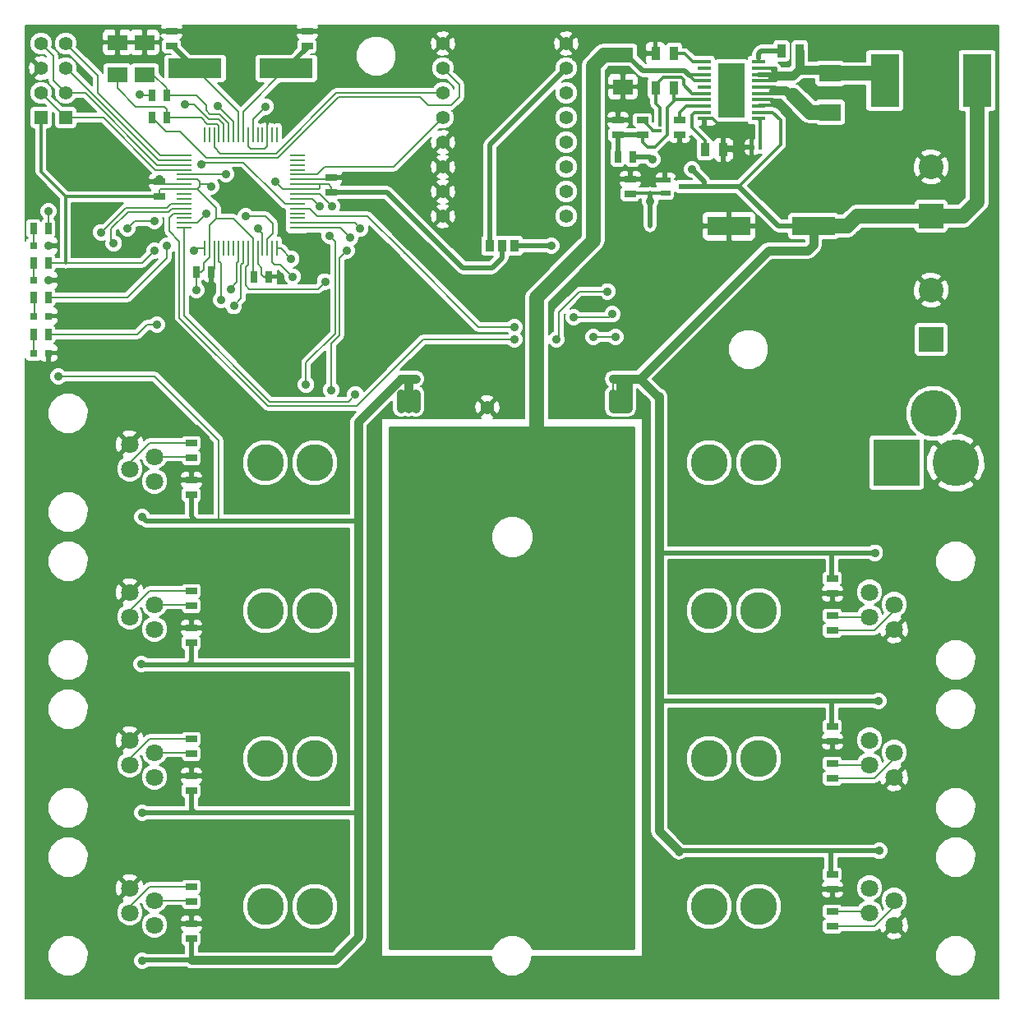
<source format=gtl>
G04 (created by PCBNEW (2013-mar-13)-testing) date Mon 20 Jan 2014 04:57:44 AM EST*
%MOIN*%
G04 Gerber Fmt 3.4, Leading zero omitted, Abs format*
%FSLAX34Y34*%
G01*
G70*
G90*
G04 APERTURE LIST*
%ADD10C,0.005906*%
%ADD11C,0.189000*%
%ADD12R,0.189000X0.189000*%
%ADD13C,0.070866*%
%ADD14R,0.110200X0.220000*%
%ADD15R,0.057900X0.016500*%
%ADD16R,0.060000X0.010000*%
%ADD17R,0.010000X0.060000*%
%ADD18R,0.045000X0.025000*%
%ADD19R,0.025000X0.045000*%
%ADD20R,0.031400X0.031400*%
%ADD21R,0.100000X0.100000*%
%ADD22C,0.100000*%
%ADD23C,0.055000*%
%ADD24C,0.150000*%
%ADD25R,0.216500X0.078700*%
%ADD26R,0.055000X0.055000*%
%ADD27R,0.080000X0.060000*%
%ADD28R,0.035000X0.055000*%
%ADD29R,0.015748X0.011811*%
%ADD30R,0.173200X0.074800*%
%ADD31R,0.015700X0.023600*%
%ADD32R,0.086600X0.070900*%
%ADD33R,0.118110X0.216535*%
%ADD34R,0.039400X0.023600*%
%ADD35R,0.038000X0.050000*%
%ADD36C,0.035000*%
%ADD37C,0.008000*%
%ADD38C,0.012000*%
%ADD39C,0.020000*%
%ADD40C,0.060000*%
%ADD41C,0.035000*%
%ADD42C,0.010000*%
G04 APERTURE END LIST*
G54D10*
G54D11*
X88000Y-28000D03*
G54D12*
X85600Y-28000D03*
G54D11*
X87100Y-26000D03*
G54D13*
X85500Y-46750D03*
X84500Y-46250D03*
X85500Y-45750D03*
X84500Y-45250D03*
G54D14*
X78900Y-12900D03*
G54D15*
X77798Y-13272D03*
X77798Y-13528D03*
X77798Y-13784D03*
X77798Y-14040D03*
X80000Y-12508D03*
X77798Y-12504D03*
X77798Y-12760D03*
X77798Y-13016D03*
X80002Y-14040D03*
X80002Y-13784D03*
X80002Y-13528D03*
X80002Y-13272D03*
X80002Y-13016D03*
X80000Y-12760D03*
X77798Y-12248D03*
X80002Y-12248D03*
X77798Y-11993D03*
X80002Y-11993D03*
X77798Y-11737D03*
X80002Y-11737D03*
G54D16*
X56700Y-16510D03*
X56700Y-16705D03*
X56700Y-16900D03*
X56700Y-17100D03*
X56700Y-17295D03*
X56700Y-17490D03*
X56700Y-17690D03*
X56700Y-17885D03*
X56700Y-18080D03*
X56700Y-18280D03*
X56700Y-18475D03*
X61300Y-16510D03*
X61300Y-16705D03*
X61300Y-16900D03*
X61300Y-17100D03*
X61300Y-17295D03*
X61300Y-17490D03*
X61300Y-17690D03*
X61300Y-17885D03*
X61300Y-18080D03*
X61300Y-18280D03*
X61300Y-18475D03*
G54D17*
X57525Y-14700D03*
X57720Y-14700D03*
X57920Y-14700D03*
X58115Y-14700D03*
X58310Y-14700D03*
X58510Y-14700D03*
X58705Y-14700D03*
X58900Y-14700D03*
X59100Y-14700D03*
X59295Y-14700D03*
X59490Y-14700D03*
X59490Y-19300D03*
X59295Y-19300D03*
X59100Y-19300D03*
X58900Y-19300D03*
X58705Y-19300D03*
X58510Y-19300D03*
X58310Y-19300D03*
X58115Y-19300D03*
X57920Y-19300D03*
X57720Y-19300D03*
X57525Y-19300D03*
X59690Y-19300D03*
X59885Y-19300D03*
X60080Y-19300D03*
X60280Y-19300D03*
X60475Y-19300D03*
X60475Y-14700D03*
X60280Y-14700D03*
X60080Y-14700D03*
X59885Y-14700D03*
X59690Y-14700D03*
G54D16*
X61300Y-16310D03*
X61300Y-16115D03*
X61300Y-15920D03*
X61300Y-15720D03*
X61300Y-15525D03*
X56700Y-16310D03*
X56700Y-16115D03*
X56700Y-15920D03*
X56700Y-15720D03*
X56700Y-15525D03*
G54D18*
X83000Y-44700D03*
X83000Y-45300D03*
X83000Y-32700D03*
X83000Y-33300D03*
X83000Y-38700D03*
X83000Y-39300D03*
X55700Y-17200D03*
X55700Y-16600D03*
G54D19*
X57200Y-20250D03*
X57800Y-20250D03*
G54D18*
X62675Y-17025D03*
X62675Y-16425D03*
G54D19*
X59550Y-20450D03*
X60150Y-20450D03*
G54D18*
X57000Y-41300D03*
X57000Y-40700D03*
X57000Y-35300D03*
X57000Y-34700D03*
X57000Y-29300D03*
X57000Y-28700D03*
X57000Y-47300D03*
X57000Y-46700D03*
G54D19*
X56000Y-14000D03*
X55400Y-14000D03*
X56000Y-13100D03*
X55400Y-13100D03*
X51200Y-22800D03*
X50600Y-22800D03*
X51200Y-18500D03*
X50600Y-18500D03*
X51200Y-21300D03*
X50600Y-21300D03*
G54D18*
X57000Y-27200D03*
X57000Y-27800D03*
X57000Y-33200D03*
X57000Y-33800D03*
X57000Y-39200D03*
X57000Y-39800D03*
X57000Y-45200D03*
X57000Y-45800D03*
X83000Y-46800D03*
X83000Y-46200D03*
X83000Y-40800D03*
X83000Y-40200D03*
X83000Y-34800D03*
X83000Y-34200D03*
G54D20*
X50605Y-19200D03*
X51195Y-19200D03*
G54D21*
X87000Y-23000D03*
G54D22*
X87000Y-21000D03*
G54D23*
X67200Y-11000D03*
X67200Y-12000D03*
X67200Y-13000D03*
X67200Y-14000D03*
X67200Y-15000D03*
X67200Y-16000D03*
X67200Y-17000D03*
X67200Y-18000D03*
X72200Y-18000D03*
X72200Y-17000D03*
X72200Y-16000D03*
X72200Y-15000D03*
X72200Y-14000D03*
X72200Y-13000D03*
X72200Y-12000D03*
X72200Y-11000D03*
G54D24*
X60000Y-28000D03*
X62000Y-28000D03*
X66000Y-28000D03*
X68000Y-28000D03*
X60000Y-34000D03*
X62000Y-34000D03*
X66000Y-34000D03*
X68000Y-34000D03*
X60000Y-40000D03*
X62000Y-40000D03*
X66000Y-40000D03*
X68000Y-40000D03*
X60000Y-46000D03*
X62000Y-46000D03*
X66000Y-46000D03*
X68000Y-46000D03*
X80000Y-46000D03*
X78000Y-46000D03*
X74000Y-46000D03*
X72000Y-46000D03*
X80000Y-40000D03*
X78000Y-40000D03*
X74000Y-40000D03*
X72000Y-40000D03*
X80000Y-34000D03*
X78000Y-34000D03*
X74000Y-34000D03*
X72000Y-34000D03*
G54D13*
X54500Y-27250D03*
X55500Y-27750D03*
X54500Y-28250D03*
X55500Y-28750D03*
X54500Y-33250D03*
X55500Y-33750D03*
X54500Y-34250D03*
X55500Y-34750D03*
X54500Y-39250D03*
X55500Y-39750D03*
X54500Y-40250D03*
X55500Y-40750D03*
X54500Y-45250D03*
X55500Y-45750D03*
X54500Y-46250D03*
X55500Y-46750D03*
X85500Y-40750D03*
X84500Y-40250D03*
X85500Y-39750D03*
X84500Y-39250D03*
X85500Y-34750D03*
X84500Y-34250D03*
X85500Y-33750D03*
X84500Y-33250D03*
G54D25*
X60850Y-12000D03*
X57150Y-12000D03*
G54D18*
X56200Y-11100D03*
X56200Y-10500D03*
G54D26*
X51900Y-14000D03*
G54D23*
X51900Y-13000D03*
X51900Y-12000D03*
X51900Y-11000D03*
G54D26*
X50900Y-14000D03*
G54D23*
X50900Y-13000D03*
X50900Y-12000D03*
X50900Y-11000D03*
G54D24*
X72000Y-28000D03*
X74000Y-28000D03*
X78000Y-28000D03*
X80000Y-28000D03*
G54D27*
X54000Y-10950D03*
X54000Y-12250D03*
X55100Y-10950D03*
X55100Y-12250D03*
G54D20*
X50605Y-22050D03*
X51195Y-22050D03*
X50605Y-23550D03*
X51195Y-23550D03*
G54D18*
X61700Y-11100D03*
X61700Y-10500D03*
G54D23*
X71000Y-25750D03*
X69000Y-25750D03*
G54D18*
X74800Y-17100D03*
X74800Y-16500D03*
G54D28*
X80925Y-11300D03*
X81675Y-11300D03*
X76575Y-11400D03*
X75825Y-11400D03*
G54D29*
X76000Y-14281D03*
X76000Y-14518D03*
G54D28*
X75825Y-12800D03*
X76575Y-12800D03*
G54D27*
X74500Y-11450D03*
X74500Y-12750D03*
G54D30*
X82232Y-18400D03*
X78807Y-18400D03*
G54D28*
X77825Y-15300D03*
X78575Y-15300D03*
G54D31*
X80077Y-15200D03*
X79723Y-15200D03*
G54D32*
X82900Y-13790D03*
X82900Y-12210D03*
G54D20*
X50605Y-20600D03*
X51195Y-20600D03*
G54D33*
X85129Y-12500D03*
X88870Y-12500D03*
G54D21*
X87000Y-18000D03*
G54D22*
X87000Y-16000D03*
G54D19*
X51200Y-19900D03*
X50600Y-19900D03*
G54D18*
X75300Y-14100D03*
X75300Y-14700D03*
X74300Y-14100D03*
X74300Y-14700D03*
G54D19*
X74300Y-15600D03*
X74900Y-15600D03*
G54D18*
X76800Y-14100D03*
X76800Y-14700D03*
G54D34*
X76226Y-17056D03*
X76226Y-16544D03*
X76974Y-16800D03*
G54D35*
X70100Y-19200D03*
X69600Y-19200D03*
X69100Y-19200D03*
G54D36*
X60400Y-16600D03*
X57800Y-16800D03*
X55500Y-19400D03*
X57200Y-21000D03*
X58075Y-13525D03*
X74100Y-24600D03*
X74700Y-24600D03*
X74700Y-25200D03*
X51200Y-17800D03*
X51600Y-24500D03*
X65510Y-24610D03*
X66100Y-24600D03*
X66100Y-25200D03*
X65500Y-25200D03*
X74100Y-25200D03*
X84720Y-31650D03*
X84860Y-37670D03*
X84900Y-43740D03*
X55000Y-30200D03*
X54970Y-36170D03*
X55000Y-42200D03*
X55000Y-48200D03*
X75700Y-15700D03*
X77300Y-16100D03*
X71600Y-19200D03*
X75600Y-17400D03*
X57100Y-19400D03*
X56000Y-19200D03*
X58200Y-21400D03*
X55600Y-22400D03*
X73875Y-21050D03*
X71800Y-23000D03*
X70100Y-23000D03*
X63425Y-18875D03*
X63850Y-18500D03*
X72500Y-22100D03*
X74075Y-21975D03*
X57600Y-17900D03*
X58400Y-16300D03*
X62425Y-20650D03*
X63650Y-25225D03*
X59200Y-18000D03*
X59700Y-18500D03*
X74200Y-22900D03*
X73300Y-22900D03*
X70100Y-22500D03*
X61050Y-19725D03*
X61100Y-20450D03*
X54400Y-18500D03*
X55500Y-18200D03*
X57400Y-15900D03*
X53350Y-18650D03*
X53850Y-19100D03*
X61650Y-24825D03*
X62200Y-17600D03*
X62600Y-18800D03*
X54900Y-13050D03*
X56750Y-13450D03*
X62675Y-25050D03*
X62700Y-17600D03*
X63300Y-19400D03*
X58720Y-21640D03*
X58600Y-20960D03*
X60150Y-20450D03*
X53000Y-11400D03*
X53400Y-14900D03*
X52600Y-15900D03*
X52700Y-17700D03*
X52400Y-19200D03*
X52500Y-20600D03*
X51195Y-20600D03*
X51195Y-19200D03*
X62100Y-19300D03*
X64500Y-20300D03*
X66800Y-22400D03*
X65200Y-22700D03*
X63700Y-23600D03*
X62300Y-22600D03*
X60300Y-21700D03*
X61200Y-22500D03*
X60200Y-23600D03*
X59800Y-23200D03*
X58200Y-22600D03*
X56800Y-23300D03*
X55700Y-21800D03*
X57200Y-21800D03*
X57700Y-29900D03*
X57700Y-29500D03*
X57700Y-27500D03*
X57700Y-27900D03*
X57900Y-35500D03*
X58400Y-35500D03*
X58400Y-33700D03*
X57900Y-33700D03*
X54200Y-16600D03*
X55700Y-16500D03*
X60480Y-13720D03*
X60000Y-13550D03*
G54D37*
X59490Y-19300D02*
X59490Y-18890D01*
X58700Y-18100D02*
X58000Y-18100D01*
X59490Y-18890D02*
X58700Y-18100D01*
G54D38*
X51900Y-17200D02*
X51900Y-19900D01*
X50900Y-14000D02*
X50900Y-16200D01*
X51900Y-17200D02*
X55700Y-17200D01*
X50900Y-16200D02*
X51900Y-17200D01*
G54D37*
X61300Y-16900D02*
X60700Y-16900D01*
X60700Y-16900D02*
X60400Y-16600D01*
X57325Y-16700D02*
X57400Y-16700D01*
X57800Y-16800D02*
X57700Y-16700D01*
X57700Y-16700D02*
X57400Y-16700D01*
X57720Y-19300D02*
X57720Y-18380D01*
X57720Y-18380D02*
X58000Y-18100D01*
X58000Y-17675D02*
X57225Y-16900D01*
X58000Y-18100D02*
X58000Y-17675D01*
X51200Y-19900D02*
X51900Y-19900D01*
X51900Y-19900D02*
X55000Y-19900D01*
X55000Y-19900D02*
X55500Y-19400D01*
X57200Y-21000D02*
X57200Y-20250D01*
G54D39*
X62675Y-17025D02*
X64925Y-17025D01*
X69600Y-19700D02*
X69600Y-19200D01*
X69200Y-20100D02*
X69600Y-19700D01*
X68000Y-20100D02*
X69200Y-20100D01*
X64925Y-17025D02*
X68000Y-20100D01*
G54D37*
X61300Y-16900D02*
X62180Y-16900D01*
X62200Y-16880D02*
X62200Y-16705D01*
X62180Y-16900D02*
X62200Y-16880D01*
X61300Y-16705D02*
X62200Y-16705D01*
X62200Y-16705D02*
X62565Y-16705D01*
X62675Y-16815D02*
X62675Y-17025D01*
X62565Y-16705D02*
X62675Y-16815D01*
X58705Y-14700D02*
X58705Y-14155D01*
X58705Y-14155D02*
X58075Y-13525D01*
X56700Y-16510D02*
X57235Y-16510D01*
X57235Y-16510D02*
X57325Y-16600D01*
X57325Y-16600D02*
X57325Y-16700D01*
X57325Y-16700D02*
X57325Y-16800D01*
X57325Y-16800D02*
X57225Y-16900D01*
X57225Y-16900D02*
X56700Y-16900D01*
X56700Y-16900D02*
X55750Y-16900D01*
X55700Y-16950D02*
X55700Y-17200D01*
X55750Y-16900D02*
X55700Y-16950D01*
X59490Y-19300D02*
X59490Y-20390D01*
X59490Y-20390D02*
X59550Y-20450D01*
X57720Y-19300D02*
X57720Y-19680D01*
X57400Y-20250D02*
X57200Y-20250D01*
X57500Y-20150D02*
X57400Y-20250D01*
X57500Y-19900D02*
X57500Y-20150D01*
X57720Y-19680D02*
X57500Y-19900D01*
G54D40*
X71000Y-25750D02*
X71000Y-21300D01*
X73750Y-11450D02*
X74500Y-11450D01*
X73300Y-11900D02*
X73750Y-11450D01*
X73300Y-19000D02*
X73300Y-11900D01*
X71000Y-21300D02*
X73300Y-19000D01*
X71000Y-25750D02*
X71000Y-27000D01*
X71000Y-27000D02*
X72000Y-28000D01*
X68000Y-28000D02*
X72000Y-28000D01*
G54D38*
X77200Y-12248D02*
X77200Y-12300D01*
X77200Y-12300D02*
X77404Y-12504D01*
X77404Y-12504D02*
X77798Y-12504D01*
X77798Y-12248D02*
X77200Y-12248D01*
G54D39*
X74650Y-11450D02*
X75300Y-12100D01*
X75300Y-12100D02*
X77000Y-12100D01*
X77000Y-12100D02*
X77200Y-12300D01*
X74650Y-11450D02*
X74500Y-11450D01*
G54D37*
X74100Y-25200D02*
X74100Y-24600D01*
X74700Y-24600D02*
X74700Y-25200D01*
X74700Y-25800D02*
X74100Y-25800D01*
X58100Y-30360D02*
X58100Y-27100D01*
X51200Y-17800D02*
X51200Y-18500D01*
X55500Y-24500D02*
X51600Y-24500D01*
X58100Y-27100D02*
X55500Y-24500D01*
G54D41*
X65800Y-24610D02*
X65800Y-25800D01*
X66090Y-24610D02*
X65800Y-24610D01*
X65800Y-24610D02*
X65510Y-24610D01*
X66100Y-24600D02*
X66090Y-24610D01*
X66100Y-25800D02*
X66100Y-25200D01*
X65500Y-25200D02*
X65500Y-25800D01*
X74700Y-24600D02*
X74100Y-24600D01*
X74400Y-25800D02*
X74400Y-24600D01*
X74100Y-25800D02*
X74400Y-25800D01*
X74400Y-25800D02*
X74700Y-25800D01*
X74700Y-25200D02*
X74700Y-24600D01*
X75200Y-24600D02*
X74700Y-24600D01*
X74700Y-25200D02*
X74700Y-25800D01*
X74100Y-25800D02*
X74100Y-25200D01*
X75200Y-24600D02*
X80400Y-19400D01*
X82232Y-19168D02*
X82232Y-18400D01*
X82000Y-19400D02*
X82232Y-19168D01*
X80400Y-19400D02*
X82000Y-19400D01*
X63780Y-26340D02*
X65510Y-24610D01*
X65510Y-24610D02*
X65520Y-24600D01*
X63780Y-30360D02*
X63780Y-26340D01*
X75200Y-24600D02*
X75960Y-25360D01*
G54D39*
X83000Y-32700D02*
X82980Y-32680D01*
X82980Y-32680D02*
X82980Y-31650D01*
X75980Y-31650D02*
X75960Y-31670D01*
X84720Y-31650D02*
X82980Y-31650D01*
X82980Y-31650D02*
X75980Y-31650D01*
X83000Y-38700D02*
X82980Y-38680D01*
X82980Y-38680D02*
X82980Y-37670D01*
X75960Y-37730D02*
X76020Y-37670D01*
X76020Y-37670D02*
X82980Y-37670D01*
X82980Y-37670D02*
X84860Y-37670D01*
X83000Y-44700D02*
X82930Y-44630D01*
X82930Y-44630D02*
X82930Y-43740D01*
X76760Y-43740D02*
X82930Y-43740D01*
X82930Y-43740D02*
X84900Y-43740D01*
G54D41*
X75960Y-42940D02*
X76760Y-43740D01*
X76760Y-43740D02*
X76780Y-43760D01*
X75960Y-25300D02*
X75960Y-25360D01*
X75960Y-25360D02*
X75960Y-31670D01*
X75960Y-31670D02*
X75960Y-37730D01*
X75960Y-37730D02*
X75960Y-42940D01*
G54D39*
X57000Y-29300D02*
X57000Y-30180D01*
X57000Y-30180D02*
X57180Y-30360D01*
X55160Y-30360D02*
X57180Y-30360D01*
X57180Y-30360D02*
X58100Y-30360D01*
X58100Y-30360D02*
X63780Y-30360D01*
X55000Y-30200D02*
X55160Y-30360D01*
X57000Y-35300D02*
X57000Y-36060D01*
X57000Y-36060D02*
X56860Y-36200D01*
X63780Y-36200D02*
X56860Y-36200D01*
X56860Y-36200D02*
X55000Y-36200D01*
X55000Y-36200D02*
X54970Y-36170D01*
X57000Y-41300D02*
X57000Y-42060D01*
X57000Y-42060D02*
X57140Y-42200D01*
X55000Y-42200D02*
X57140Y-42200D01*
X57140Y-42200D02*
X63780Y-42200D01*
X63780Y-42200D02*
X63800Y-42200D01*
X63800Y-42200D02*
X63780Y-42200D01*
X57000Y-47300D02*
X57000Y-48180D01*
X57000Y-48180D02*
X57000Y-48100D01*
X57000Y-48100D02*
X57000Y-48180D01*
G54D41*
X62840Y-48180D02*
X57000Y-48180D01*
X63780Y-42200D02*
X63780Y-47240D01*
X63780Y-47240D02*
X62840Y-48180D01*
G54D39*
X57000Y-48180D02*
X55020Y-48180D01*
G54D41*
X63780Y-30360D02*
X63780Y-36200D01*
X63780Y-36200D02*
X63780Y-42200D01*
G54D39*
X55020Y-48180D02*
X55000Y-48200D01*
G54D38*
X80002Y-13784D02*
X80584Y-13784D01*
X80900Y-15100D02*
X79200Y-16800D01*
X80900Y-14100D02*
X80900Y-15100D01*
X80584Y-13784D02*
X80900Y-14100D01*
G54D39*
X77800Y-16800D02*
X77800Y-16600D01*
X75600Y-15600D02*
X74900Y-15600D01*
X75700Y-15700D02*
X75600Y-15600D01*
X77800Y-16600D02*
X77300Y-16100D01*
X76974Y-16800D02*
X77800Y-16800D01*
X77800Y-16800D02*
X79200Y-16800D01*
X80800Y-18400D02*
X82232Y-18400D01*
X79200Y-16800D02*
X80800Y-18400D01*
G54D40*
X82232Y-18400D02*
X83600Y-18400D01*
X83600Y-18400D02*
X84000Y-18000D01*
X84000Y-18000D02*
X87000Y-18000D01*
X87000Y-18000D02*
X88300Y-18000D01*
X88870Y-17429D02*
X88870Y-12500D01*
X88300Y-18000D02*
X88870Y-17429D01*
G54D39*
X72200Y-12000D02*
X69100Y-15100D01*
X69100Y-15100D02*
X69100Y-19200D01*
X70600Y-19200D02*
X71100Y-19200D01*
X75600Y-17400D02*
X75600Y-18400D01*
X75600Y-17400D02*
X75600Y-17800D01*
X75600Y-17800D02*
X75600Y-17900D01*
X71100Y-19200D02*
X71600Y-19200D01*
X70100Y-19200D02*
X70600Y-19200D01*
X75600Y-17100D02*
X75600Y-17056D01*
X75600Y-17400D02*
X75600Y-17100D01*
G54D38*
X75600Y-17300D02*
X75600Y-17056D01*
X76226Y-17056D02*
X75600Y-17056D01*
X75600Y-17056D02*
X74844Y-17056D01*
X74844Y-17056D02*
X74800Y-17100D01*
G54D37*
X57100Y-19400D02*
X57200Y-19300D01*
X57525Y-19300D02*
X57200Y-19300D01*
X54400Y-21300D02*
X51200Y-21300D01*
X56000Y-19700D02*
X54400Y-21300D01*
X56000Y-19200D02*
X56000Y-19700D01*
X58115Y-19815D02*
X58200Y-19900D01*
X58200Y-19900D02*
X58200Y-21400D01*
X51200Y-22800D02*
X54800Y-22800D01*
X58115Y-19815D02*
X58115Y-19300D01*
X55200Y-22400D02*
X54800Y-22800D01*
X55600Y-22400D02*
X55200Y-22400D01*
X61300Y-16310D02*
X62090Y-16310D01*
X65200Y-16000D02*
X67200Y-14000D01*
X62400Y-16000D02*
X65200Y-16000D01*
X62090Y-16310D02*
X62400Y-16000D01*
X67200Y-12000D02*
X67860Y-12660D01*
X55960Y-14560D02*
X55400Y-14000D01*
X56520Y-14560D02*
X55960Y-14560D01*
X57595Y-15635D02*
X56520Y-14560D01*
X60499Y-15635D02*
X57595Y-15635D01*
X62954Y-13180D02*
X60499Y-15635D01*
X66280Y-13180D02*
X62954Y-13180D01*
X66599Y-13500D02*
X66280Y-13180D01*
X67520Y-13500D02*
X66599Y-13500D01*
X67860Y-13160D02*
X67520Y-13500D01*
X67860Y-12660D02*
X67860Y-13160D01*
X56000Y-14000D02*
X56000Y-13650D01*
X54000Y-12800D02*
X54000Y-12250D01*
X54750Y-13550D02*
X54000Y-12800D01*
X55900Y-13550D02*
X54750Y-13550D01*
X56000Y-13650D02*
X55900Y-13550D01*
X58115Y-14700D02*
X58115Y-14328D01*
X57390Y-14000D02*
X56000Y-14000D01*
X57640Y-14250D02*
X57390Y-14000D01*
X58036Y-14250D02*
X57640Y-14250D01*
X58115Y-14328D02*
X58036Y-14250D01*
X56000Y-13100D02*
X57200Y-13100D01*
X58510Y-14214D02*
X58510Y-14700D01*
X58145Y-13850D02*
X58510Y-14214D01*
X57750Y-13850D02*
X58145Y-13850D01*
X57600Y-13700D02*
X57750Y-13850D01*
X57600Y-13500D02*
X57600Y-13700D01*
X57200Y-13100D02*
X57600Y-13500D01*
X56000Y-13100D02*
X56000Y-12800D01*
X55450Y-12250D02*
X55100Y-12250D01*
X56000Y-12800D02*
X55450Y-12250D01*
X67200Y-13000D02*
X62880Y-13000D01*
X57920Y-15200D02*
X57920Y-14700D01*
X58175Y-15455D02*
X57920Y-15200D01*
X60424Y-15455D02*
X58175Y-15455D01*
X62880Y-13000D02*
X60424Y-15455D01*
X56700Y-17885D02*
X56274Y-17885D01*
X72750Y-21050D02*
X73875Y-21050D01*
X71900Y-21900D02*
X72750Y-21050D01*
X71900Y-22900D02*
X71900Y-21900D01*
X71800Y-23000D02*
X71900Y-22900D01*
X66400Y-23000D02*
X70100Y-23000D01*
X63699Y-25700D02*
X66400Y-23000D01*
X60105Y-25700D02*
X63699Y-25700D01*
X56519Y-22114D02*
X60105Y-25700D01*
X56519Y-19019D02*
X56519Y-22114D01*
X56100Y-18600D02*
X56519Y-19019D01*
X56100Y-18059D02*
X56100Y-18600D01*
X56274Y-17885D02*
X56100Y-18059D01*
X63025Y-18475D02*
X61300Y-18475D01*
X63425Y-18875D02*
X63025Y-18475D01*
X61300Y-18280D02*
X63630Y-18280D01*
X63630Y-18280D02*
X63850Y-18500D01*
X73950Y-22100D02*
X72500Y-22100D01*
X74075Y-21975D02*
X73950Y-22100D01*
X57220Y-18280D02*
X56700Y-18280D01*
X57600Y-17900D02*
X57220Y-18280D01*
X56700Y-16310D02*
X58390Y-16310D01*
X58390Y-16310D02*
X58400Y-16300D01*
X59295Y-19300D02*
X59295Y-19795D01*
X62425Y-20650D02*
X62125Y-20950D01*
X62125Y-20950D02*
X59350Y-20950D01*
X59350Y-20950D02*
X59200Y-20800D01*
X59200Y-20800D02*
X59200Y-20059D01*
X59200Y-20059D02*
X59300Y-19959D01*
X59300Y-19959D02*
X59300Y-19800D01*
X59295Y-19795D02*
X59300Y-19800D01*
X56700Y-18475D02*
X56700Y-22040D01*
X63355Y-25520D02*
X63650Y-25225D01*
X60180Y-25520D02*
X63355Y-25520D01*
X56700Y-22040D02*
X60180Y-25520D01*
X60080Y-19300D02*
X60080Y-18920D01*
X60000Y-18000D02*
X59200Y-18000D01*
X60300Y-18300D02*
X60000Y-18000D01*
X60300Y-18700D02*
X60300Y-18300D01*
X60080Y-18920D02*
X60300Y-18700D01*
X59885Y-18685D02*
X59885Y-19300D01*
X59700Y-18500D02*
X59885Y-18685D01*
X64140Y-18000D02*
X62100Y-18000D01*
X65620Y-19480D02*
X64140Y-18000D01*
X61790Y-17690D02*
X61300Y-17690D01*
X62100Y-18000D02*
X61790Y-17690D01*
X65620Y-19480D02*
X68640Y-22500D01*
X73300Y-22900D02*
X74200Y-22900D01*
X68640Y-22500D02*
X70100Y-22500D01*
X65620Y-19480D02*
X65640Y-19500D01*
X60625Y-19300D02*
X60475Y-19300D01*
X61050Y-19725D02*
X60625Y-19300D01*
X60280Y-19855D02*
X60280Y-19300D01*
X60375Y-19950D02*
X60280Y-19855D01*
X60600Y-19950D02*
X60375Y-19950D01*
X61100Y-20450D02*
X60600Y-19950D01*
X61300Y-17490D02*
X60790Y-17490D01*
X54400Y-18500D02*
X54700Y-18200D01*
X54700Y-18200D02*
X55500Y-18200D01*
X57400Y-15900D02*
X57484Y-15815D01*
X57484Y-15815D02*
X59115Y-15815D01*
X59115Y-15815D02*
X60500Y-17200D01*
X60790Y-17490D02*
X60500Y-17200D01*
X56160Y-17490D02*
X56700Y-17490D01*
X56000Y-17650D02*
X56160Y-17490D01*
X54350Y-17650D02*
X56000Y-17650D01*
X53350Y-18650D02*
X54350Y-17650D01*
X56214Y-17690D02*
X56074Y-17830D01*
X56074Y-17830D02*
X54424Y-17830D01*
X54424Y-17830D02*
X53750Y-18504D01*
X53750Y-18504D02*
X53750Y-19000D01*
X53750Y-19000D02*
X53850Y-19100D01*
X56700Y-17690D02*
X56214Y-17690D01*
X62820Y-20560D02*
X62820Y-19020D01*
X62820Y-22755D02*
X62820Y-20560D01*
X61650Y-24825D02*
X61650Y-23925D01*
X61650Y-23925D02*
X62820Y-22755D01*
X61895Y-17295D02*
X61300Y-17295D01*
X62200Y-17600D02*
X61895Y-17295D01*
X62820Y-19020D02*
X62600Y-18800D01*
X54950Y-13100D02*
X55400Y-13100D01*
X54900Y-13050D02*
X54950Y-13100D01*
X58310Y-14269D02*
X58090Y-14050D01*
X58090Y-14050D02*
X57695Y-14050D01*
X57695Y-14050D02*
X57095Y-13450D01*
X57095Y-13450D02*
X56750Y-13450D01*
X58310Y-14700D02*
X58310Y-14269D01*
X63000Y-22500D02*
X63000Y-22829D01*
X62675Y-23155D02*
X62900Y-22930D01*
X62675Y-25050D02*
X62675Y-23155D01*
X62200Y-17100D02*
X62700Y-17600D01*
X63300Y-19400D02*
X63000Y-19699D01*
X63000Y-19699D02*
X63000Y-22500D01*
X62200Y-17100D02*
X61300Y-17100D01*
X63000Y-22829D02*
X62900Y-22930D01*
X59100Y-19900D02*
X59019Y-19980D01*
X59100Y-19900D02*
X59100Y-19300D01*
X59019Y-21340D02*
X59019Y-19980D01*
X58720Y-21640D02*
X59019Y-21340D01*
X58839Y-19905D02*
X58839Y-20680D01*
X58900Y-19300D02*
X58900Y-19845D01*
X58900Y-19845D02*
X58839Y-19905D01*
X58600Y-20920D02*
X58600Y-20960D01*
X58839Y-20680D02*
X58600Y-20920D01*
X59950Y-20450D02*
X59850Y-20350D01*
X59850Y-20350D02*
X59850Y-20100D01*
X59850Y-20100D02*
X59690Y-19940D01*
X59690Y-19300D02*
X59690Y-19940D01*
X60150Y-20450D02*
X59950Y-20450D01*
X51195Y-20600D02*
X52500Y-20600D01*
X53400Y-15100D02*
X53400Y-14900D01*
X52600Y-15900D02*
X53400Y-15100D01*
X52700Y-18900D02*
X52700Y-17700D01*
X52400Y-19200D02*
X52700Y-18900D01*
X61200Y-22500D02*
X62200Y-22500D01*
X61900Y-19100D02*
X61700Y-19100D01*
X62100Y-19300D02*
X61900Y-19100D01*
X64700Y-20300D02*
X64500Y-20300D01*
X66800Y-22400D02*
X64700Y-20300D01*
X64600Y-22700D02*
X65200Y-22700D01*
X63700Y-23600D02*
X64600Y-22700D01*
X62200Y-22500D02*
X62300Y-22600D01*
X57800Y-20250D02*
X57800Y-21100D01*
X61200Y-22600D02*
X61200Y-22500D01*
X60200Y-23600D02*
X61200Y-22600D01*
X58800Y-23200D02*
X59800Y-23200D01*
X58200Y-22600D02*
X58800Y-23200D01*
X56800Y-22900D02*
X56800Y-23300D01*
X55700Y-21800D02*
X56800Y-22900D01*
X57200Y-21700D02*
X57200Y-21800D01*
X57800Y-21100D02*
X57200Y-21700D01*
X54500Y-27250D02*
X54500Y-27100D01*
X57700Y-27500D02*
X57700Y-29500D01*
X57700Y-26954D02*
X57700Y-27900D01*
X57245Y-26500D02*
X57700Y-26954D01*
X55100Y-26500D02*
X57245Y-26500D01*
X54500Y-27100D02*
X55100Y-26500D01*
X54500Y-33250D02*
X55450Y-32300D01*
X58400Y-33700D02*
X58400Y-35500D01*
X57900Y-32700D02*
X57900Y-33700D01*
X57500Y-32300D02*
X57900Y-32700D01*
X55450Y-32300D02*
X57500Y-32300D01*
X55700Y-16600D02*
X54200Y-16600D01*
X55700Y-16600D02*
X55600Y-16600D01*
X55600Y-16600D02*
X55700Y-16500D01*
X61300Y-16510D02*
X62590Y-16510D01*
X62590Y-16510D02*
X62675Y-16425D01*
X60080Y-14120D02*
X60080Y-14700D01*
X60480Y-13720D02*
X60080Y-14120D01*
G54D39*
X76800Y-14700D02*
X76800Y-15500D01*
X76200Y-16100D02*
X76200Y-16400D01*
X76800Y-15500D02*
X76200Y-16100D01*
G54D38*
X74800Y-16500D02*
X76182Y-16500D01*
X76182Y-16500D02*
X76226Y-16544D01*
X77798Y-14040D02*
X78140Y-14040D01*
X78575Y-14475D02*
X78575Y-15300D01*
X78140Y-14040D02*
X78575Y-14475D01*
X79723Y-15200D02*
X78675Y-15200D01*
X78675Y-15200D02*
X78575Y-15300D01*
X80002Y-13272D02*
X80572Y-13272D01*
X80030Y-13500D02*
X80002Y-13528D01*
X80600Y-13500D02*
X80030Y-13500D01*
X80700Y-13400D02*
X80600Y-13500D01*
X80572Y-13272D02*
X80700Y-13400D01*
G54D39*
X74500Y-12750D02*
X74500Y-13400D01*
X74500Y-13400D02*
X74300Y-13600D01*
X74300Y-13600D02*
X74300Y-14100D01*
G54D37*
X59295Y-14700D02*
X59295Y-15170D01*
X60080Y-15170D02*
X60080Y-14700D01*
X59975Y-15275D02*
X60080Y-15170D01*
X59400Y-15275D02*
X59975Y-15275D01*
X59295Y-15170D02*
X59400Y-15275D01*
X56700Y-16705D02*
X55805Y-16705D01*
X55805Y-16705D02*
X55700Y-16600D01*
X57920Y-19300D02*
X57920Y-20130D01*
X57920Y-20130D02*
X57800Y-20250D01*
G54D39*
X56200Y-11100D02*
X56250Y-11100D01*
X56250Y-11100D02*
X57150Y-12000D01*
G54D37*
X58900Y-14700D02*
X58900Y-13750D01*
X58900Y-13750D02*
X57150Y-12000D01*
X55500Y-39750D02*
X56950Y-39750D01*
X56950Y-39750D02*
X57000Y-39800D01*
X57000Y-39200D02*
X55300Y-39200D01*
X54500Y-40000D02*
X54500Y-40250D01*
X55300Y-39200D02*
X54500Y-40000D01*
X57000Y-33200D02*
X55300Y-33200D01*
X54500Y-34000D02*
X54500Y-34250D01*
X55300Y-33200D02*
X54500Y-34000D01*
X55500Y-33750D02*
X56950Y-33750D01*
X56950Y-33750D02*
X57000Y-33800D01*
X55500Y-27750D02*
X56950Y-27750D01*
X56950Y-27750D02*
X57000Y-27800D01*
X57000Y-27200D02*
X55300Y-27200D01*
X54500Y-28000D02*
X54500Y-28250D01*
X55300Y-27200D02*
X54500Y-28000D01*
X59490Y-14700D02*
X59490Y-14060D01*
X59490Y-14060D02*
X60000Y-13550D01*
X56700Y-15720D02*
X55665Y-15720D01*
X51945Y-12000D02*
X51900Y-12000D01*
X55665Y-15720D02*
X51945Y-12000D01*
G54D39*
X61700Y-11100D02*
X61700Y-11150D01*
X61700Y-11150D02*
X60850Y-12000D01*
G54D37*
X59100Y-14700D02*
X59100Y-13750D01*
X59100Y-13750D02*
X60850Y-12000D01*
X50600Y-22800D02*
X50605Y-22805D01*
X50605Y-22805D02*
X50605Y-23550D01*
X50600Y-18500D02*
X50605Y-18505D01*
X50605Y-18505D02*
X50605Y-19200D01*
X50600Y-21300D02*
X50625Y-21325D01*
X50625Y-22030D02*
X50605Y-22050D01*
X50625Y-21325D02*
X50625Y-22030D01*
X50605Y-20600D02*
X50605Y-19905D01*
X50605Y-19905D02*
X50600Y-19900D01*
G54D38*
X76000Y-14518D02*
X75718Y-14518D01*
X75700Y-14500D02*
X75300Y-14100D01*
X75718Y-14518D02*
X75700Y-14500D01*
X77798Y-13016D02*
X77316Y-13016D01*
X75825Y-12675D02*
X75825Y-12800D01*
X76139Y-12360D02*
X75825Y-12675D01*
X76860Y-12360D02*
X76139Y-12360D01*
X76966Y-12466D02*
X76860Y-12360D01*
X76966Y-12666D02*
X76966Y-12466D01*
X77316Y-13016D02*
X76966Y-12666D01*
X76000Y-14281D02*
X76000Y-13600D01*
X75825Y-13425D02*
X75825Y-12800D01*
X76000Y-13600D02*
X75825Y-13425D01*
X80077Y-15200D02*
X80077Y-14115D01*
X80077Y-14115D02*
X80002Y-14040D01*
X77798Y-11737D02*
X77337Y-11737D01*
X77000Y-11400D02*
X76575Y-11400D01*
X77337Y-11737D02*
X77000Y-11400D01*
G54D39*
X80925Y-11300D02*
X80100Y-11300D01*
X80100Y-11300D02*
X80000Y-11400D01*
X80000Y-11600D02*
X80002Y-11600D01*
X80000Y-11400D02*
X80000Y-11600D01*
G54D38*
X80002Y-11737D02*
X80002Y-11600D01*
X80002Y-11600D02*
X80002Y-11398D01*
X80002Y-11398D02*
X80100Y-11300D01*
G54D37*
X56700Y-15525D02*
X55725Y-15525D01*
X53200Y-12300D02*
X51900Y-11000D01*
X53200Y-13000D02*
X53200Y-12300D01*
X55725Y-15525D02*
X53200Y-13000D01*
G54D38*
X76800Y-14100D02*
X76800Y-13800D01*
X77072Y-13528D02*
X77798Y-13528D01*
X76800Y-13800D02*
X77072Y-13528D01*
X77825Y-15300D02*
X77825Y-14925D01*
X77416Y-13784D02*
X77798Y-13784D01*
X77300Y-13900D02*
X77416Y-13784D01*
X77300Y-14400D02*
X77300Y-13900D01*
X77825Y-14925D02*
X77300Y-14400D01*
G54D39*
X74300Y-15600D02*
X74300Y-14700D01*
G54D38*
X77798Y-13272D02*
X76575Y-13272D01*
X76575Y-13272D02*
X76575Y-13325D01*
X76575Y-12800D02*
X76575Y-13325D01*
X75300Y-15000D02*
X75300Y-14700D01*
X75500Y-15200D02*
X75300Y-15000D01*
X75800Y-15200D02*
X75500Y-15200D01*
X76300Y-14700D02*
X75800Y-15200D01*
X76300Y-13600D02*
X76300Y-14700D01*
X76575Y-13325D02*
X76300Y-13600D01*
G54D39*
X74300Y-14700D02*
X75300Y-14700D01*
G54D41*
X81400Y-13100D02*
X81300Y-13100D01*
G54D40*
X82090Y-13790D02*
X81400Y-13100D01*
X82900Y-13790D02*
X82090Y-13790D01*
G54D41*
X81100Y-12900D02*
X80600Y-12900D01*
X81300Y-13100D02*
X81100Y-12900D01*
G54D38*
X80000Y-12760D02*
X80660Y-12760D01*
X80584Y-13016D02*
X80002Y-13016D01*
X80700Y-12900D02*
X80584Y-13016D01*
X80700Y-12800D02*
X80700Y-12900D01*
X80660Y-12760D02*
X80700Y-12800D01*
G54D39*
X80700Y-12200D02*
X80600Y-12100D01*
X80700Y-12200D02*
X80700Y-12300D01*
X80700Y-12300D02*
X80600Y-12300D01*
X80600Y-12300D02*
X80500Y-12400D01*
G54D41*
X81650Y-12050D02*
X82740Y-12050D01*
X82740Y-12050D02*
X82900Y-12210D01*
X80700Y-12300D02*
X81400Y-12300D01*
X81400Y-12300D02*
X81650Y-12050D01*
X81650Y-12050D02*
X81675Y-12025D01*
X81675Y-12025D02*
X81675Y-11300D01*
G54D40*
X82900Y-12210D02*
X84839Y-12210D01*
X84839Y-12210D02*
X85129Y-12500D01*
G54D38*
X80000Y-12508D02*
X80692Y-12508D01*
X80700Y-12500D02*
X80700Y-12300D01*
X80700Y-12300D02*
X80700Y-12248D01*
X80692Y-12508D02*
X80700Y-12500D01*
X80002Y-11993D02*
X80693Y-11993D01*
X80700Y-12000D02*
X80700Y-12248D01*
X80693Y-11993D02*
X80700Y-12000D01*
G54D39*
X81675Y-12025D02*
X82715Y-12025D01*
X82715Y-12025D02*
X82900Y-12210D01*
X80002Y-12248D02*
X80700Y-12248D01*
X80700Y-12248D02*
X81452Y-12248D01*
X81452Y-12248D02*
X81675Y-12025D01*
X81675Y-12025D02*
X81675Y-11300D01*
G54D37*
X56700Y-15920D02*
X55610Y-15920D01*
X52690Y-13000D02*
X51900Y-13000D01*
X55610Y-15920D02*
X52690Y-13000D01*
X51400Y-11625D02*
X51400Y-11500D01*
X51400Y-11625D02*
X51400Y-12500D01*
X51900Y-13000D02*
X51400Y-12500D01*
X51400Y-11500D02*
X50900Y-11000D01*
X56700Y-16115D02*
X55551Y-16115D01*
X53436Y-14000D02*
X51900Y-14000D01*
X55551Y-16115D02*
X53436Y-14000D01*
X50900Y-13000D02*
X51900Y-14000D01*
X84500Y-34250D02*
X83050Y-34250D01*
X83050Y-34250D02*
X83000Y-34200D01*
X83000Y-34800D02*
X84700Y-34800D01*
X85500Y-34000D02*
X85500Y-33750D01*
X84700Y-34800D02*
X85500Y-34000D01*
X83000Y-40800D02*
X84700Y-40800D01*
X85500Y-40000D02*
X85500Y-39750D01*
X84700Y-40800D02*
X85500Y-40000D01*
X84500Y-40250D02*
X83050Y-40250D01*
X83050Y-40250D02*
X83000Y-40200D01*
X83000Y-46200D02*
X84450Y-46200D01*
X84450Y-46200D02*
X84500Y-46250D01*
X83000Y-46800D02*
X84700Y-46800D01*
X85500Y-46000D02*
X85500Y-45750D01*
X84700Y-46800D02*
X85500Y-46000D01*
X54500Y-46250D02*
X54500Y-46000D01*
X55300Y-45200D02*
X57000Y-45200D01*
X54500Y-46000D02*
X55300Y-45200D01*
X55500Y-45750D02*
X56950Y-45750D01*
X56950Y-45750D02*
X57000Y-45800D01*
G54D10*
G36*
X74950Y-47700D02*
X70875Y-47700D01*
X70875Y-30826D01*
X70742Y-30505D01*
X70496Y-30258D01*
X70174Y-30125D01*
X69826Y-30124D01*
X69505Y-30257D01*
X69258Y-30503D01*
X69125Y-30825D01*
X69124Y-31173D01*
X69257Y-31495D01*
X69503Y-31741D01*
X69825Y-31874D01*
X70173Y-31875D01*
X70495Y-31742D01*
X70741Y-31496D01*
X70874Y-31174D01*
X70875Y-30826D01*
X70875Y-47700D01*
X70822Y-47700D01*
X70742Y-47505D01*
X70496Y-47258D01*
X70174Y-47125D01*
X69826Y-47124D01*
X69505Y-47257D01*
X69258Y-47503D01*
X69177Y-47700D01*
X65050Y-47700D01*
X65050Y-26550D01*
X74950Y-26550D01*
X74950Y-47700D01*
X74950Y-47700D01*
G37*
G54D42*
X74950Y-47700D02*
X70875Y-47700D01*
X70875Y-30826D01*
X70742Y-30505D01*
X70496Y-30258D01*
X70174Y-30125D01*
X69826Y-30124D01*
X69505Y-30257D01*
X69258Y-30503D01*
X69125Y-30825D01*
X69124Y-31173D01*
X69257Y-31495D01*
X69503Y-31741D01*
X69825Y-31874D01*
X70173Y-31875D01*
X70495Y-31742D01*
X70741Y-31496D01*
X70874Y-31174D01*
X70875Y-30826D01*
X70875Y-47700D01*
X70822Y-47700D01*
X70742Y-47505D01*
X70496Y-47258D01*
X70174Y-47125D01*
X69826Y-47124D01*
X69505Y-47257D01*
X69258Y-47503D01*
X69177Y-47700D01*
X65050Y-47700D01*
X65050Y-26550D01*
X74950Y-26550D01*
X74950Y-47700D01*
G54D10*
G36*
X55635Y-19738D02*
X54304Y-21070D01*
X51515Y-21070D01*
X51515Y-21037D01*
X51486Y-20967D01*
X51481Y-20963D01*
X51487Y-20960D01*
X51555Y-20892D01*
X51592Y-20804D01*
X51592Y-20720D01*
X51532Y-20660D01*
X51255Y-20660D01*
X51255Y-20667D01*
X51135Y-20667D01*
X51135Y-20660D01*
X51127Y-20660D01*
X51127Y-20540D01*
X51135Y-20540D01*
X51135Y-20532D01*
X51255Y-20532D01*
X51255Y-20540D01*
X51532Y-20540D01*
X51592Y-20480D01*
X51592Y-20395D01*
X51555Y-20307D01*
X51487Y-20239D01*
X51481Y-20236D01*
X51486Y-20232D01*
X51515Y-20162D01*
X51515Y-20130D01*
X51802Y-20130D01*
X51804Y-20130D01*
X51900Y-20150D01*
X51995Y-20130D01*
X51997Y-20130D01*
X55000Y-20130D01*
X55088Y-20112D01*
X55088Y-20112D01*
X55162Y-20062D01*
X55460Y-19764D01*
X55572Y-19765D01*
X55635Y-19738D01*
X55635Y-19738D01*
G37*
G54D37*
X55635Y-19738D02*
X54304Y-21070D01*
X51515Y-21070D01*
X51515Y-21037D01*
X51486Y-20967D01*
X51481Y-20963D01*
X51487Y-20960D01*
X51555Y-20892D01*
X51592Y-20804D01*
X51592Y-20720D01*
X51532Y-20660D01*
X51255Y-20660D01*
X51255Y-20667D01*
X51135Y-20667D01*
X51135Y-20660D01*
X51127Y-20660D01*
X51127Y-20540D01*
X51135Y-20540D01*
X51135Y-20532D01*
X51255Y-20532D01*
X51255Y-20540D01*
X51532Y-20540D01*
X51592Y-20480D01*
X51592Y-20395D01*
X51555Y-20307D01*
X51487Y-20239D01*
X51481Y-20236D01*
X51486Y-20232D01*
X51515Y-20162D01*
X51515Y-20130D01*
X51802Y-20130D01*
X51804Y-20130D01*
X51900Y-20150D01*
X51995Y-20130D01*
X51997Y-20130D01*
X55000Y-20130D01*
X55088Y-20112D01*
X55088Y-20112D01*
X55162Y-20062D01*
X55460Y-19764D01*
X55572Y-19765D01*
X55635Y-19738D01*
G54D10*
G36*
X55767Y-16660D02*
X55760Y-16660D01*
X55760Y-16667D01*
X55640Y-16667D01*
X55640Y-16660D01*
X55295Y-16660D01*
X55235Y-16720D01*
X55235Y-16772D01*
X55271Y-16860D01*
X55339Y-16928D01*
X55348Y-16932D01*
X55331Y-16950D01*
X52003Y-16950D01*
X51150Y-16096D01*
X51150Y-14465D01*
X51212Y-14465D01*
X51282Y-14436D01*
X51336Y-14382D01*
X51365Y-14312D01*
X51365Y-14237D01*
X51365Y-13790D01*
X51435Y-13860D01*
X51435Y-14312D01*
X51463Y-14382D01*
X51517Y-14436D01*
X51587Y-14465D01*
X51662Y-14465D01*
X52212Y-14465D01*
X52282Y-14436D01*
X52336Y-14382D01*
X52365Y-14312D01*
X52365Y-14237D01*
X52365Y-14230D01*
X53341Y-14230D01*
X55369Y-16258D01*
X55339Y-16271D01*
X55271Y-16339D01*
X55235Y-16427D01*
X55235Y-16480D01*
X55295Y-16540D01*
X55640Y-16540D01*
X55640Y-16532D01*
X55760Y-16532D01*
X55760Y-16540D01*
X55767Y-16540D01*
X55767Y-16660D01*
X55767Y-16660D01*
G37*
G54D37*
X55767Y-16660D02*
X55760Y-16660D01*
X55760Y-16667D01*
X55640Y-16667D01*
X55640Y-16660D01*
X55295Y-16660D01*
X55235Y-16720D01*
X55235Y-16772D01*
X55271Y-16860D01*
X55339Y-16928D01*
X55348Y-16932D01*
X55331Y-16950D01*
X52003Y-16950D01*
X51150Y-16096D01*
X51150Y-14465D01*
X51212Y-14465D01*
X51282Y-14436D01*
X51336Y-14382D01*
X51365Y-14312D01*
X51365Y-14237D01*
X51365Y-13790D01*
X51435Y-13860D01*
X51435Y-14312D01*
X51463Y-14382D01*
X51517Y-14436D01*
X51587Y-14465D01*
X51662Y-14465D01*
X52212Y-14465D01*
X52282Y-14436D01*
X52336Y-14382D01*
X52365Y-14312D01*
X52365Y-14237D01*
X52365Y-14230D01*
X53341Y-14230D01*
X55369Y-16258D01*
X55339Y-16271D01*
X55271Y-16339D01*
X55235Y-16427D01*
X55235Y-16480D01*
X55295Y-16540D01*
X55640Y-16540D01*
X55640Y-16532D01*
X55760Y-16532D01*
X55760Y-16540D01*
X55767Y-16540D01*
X55767Y-16660D01*
G54D10*
G36*
X56009Y-18835D02*
X55927Y-18834D01*
X55793Y-18890D01*
X55690Y-18992D01*
X55658Y-19070D01*
X55572Y-19035D01*
X55427Y-19034D01*
X55293Y-19090D01*
X55190Y-19192D01*
X55135Y-19327D01*
X55134Y-19439D01*
X54904Y-19670D01*
X52150Y-19670D01*
X52150Y-17450D01*
X54243Y-17450D01*
X54187Y-17487D01*
X54187Y-17487D01*
X53389Y-18285D01*
X53277Y-18284D01*
X53143Y-18340D01*
X53040Y-18442D01*
X52985Y-18577D01*
X52984Y-18722D01*
X53040Y-18856D01*
X53142Y-18959D01*
X53277Y-19014D01*
X53422Y-19015D01*
X53504Y-18981D01*
X53485Y-19027D01*
X53484Y-19172D01*
X53540Y-19306D01*
X53642Y-19409D01*
X53777Y-19464D01*
X53922Y-19465D01*
X54056Y-19409D01*
X54159Y-19307D01*
X54214Y-19172D01*
X54215Y-19027D01*
X54159Y-18893D01*
X54057Y-18790D01*
X53980Y-18758D01*
X53980Y-18599D01*
X54034Y-18544D01*
X54034Y-18572D01*
X54090Y-18706D01*
X54192Y-18809D01*
X54327Y-18864D01*
X54472Y-18865D01*
X54606Y-18809D01*
X54709Y-18707D01*
X54764Y-18572D01*
X54765Y-18460D01*
X54795Y-18430D01*
X55213Y-18430D01*
X55292Y-18509D01*
X55427Y-18564D01*
X55572Y-18565D01*
X55706Y-18509D01*
X55809Y-18407D01*
X55864Y-18272D01*
X55865Y-18127D01*
X55837Y-18060D01*
X55870Y-18060D01*
X55870Y-18600D01*
X55887Y-18688D01*
X55937Y-18762D01*
X56009Y-18835D01*
X56009Y-18835D01*
G37*
G54D37*
X56009Y-18835D02*
X55927Y-18834D01*
X55793Y-18890D01*
X55690Y-18992D01*
X55658Y-19070D01*
X55572Y-19035D01*
X55427Y-19034D01*
X55293Y-19090D01*
X55190Y-19192D01*
X55135Y-19327D01*
X55134Y-19439D01*
X54904Y-19670D01*
X52150Y-19670D01*
X52150Y-17450D01*
X54243Y-17450D01*
X54187Y-17487D01*
X54187Y-17487D01*
X53389Y-18285D01*
X53277Y-18284D01*
X53143Y-18340D01*
X53040Y-18442D01*
X52985Y-18577D01*
X52984Y-18722D01*
X53040Y-18856D01*
X53142Y-18959D01*
X53277Y-19014D01*
X53422Y-19015D01*
X53504Y-18981D01*
X53485Y-19027D01*
X53484Y-19172D01*
X53540Y-19306D01*
X53642Y-19409D01*
X53777Y-19464D01*
X53922Y-19465D01*
X54056Y-19409D01*
X54159Y-19307D01*
X54214Y-19172D01*
X54215Y-19027D01*
X54159Y-18893D01*
X54057Y-18790D01*
X53980Y-18758D01*
X53980Y-18599D01*
X54034Y-18544D01*
X54034Y-18572D01*
X54090Y-18706D01*
X54192Y-18809D01*
X54327Y-18864D01*
X54472Y-18865D01*
X54606Y-18809D01*
X54709Y-18707D01*
X54764Y-18572D01*
X54765Y-18460D01*
X54795Y-18430D01*
X55213Y-18430D01*
X55292Y-18509D01*
X55427Y-18564D01*
X55572Y-18565D01*
X55706Y-18509D01*
X55809Y-18407D01*
X55864Y-18272D01*
X55865Y-18127D01*
X55837Y-18060D01*
X55870Y-18060D01*
X55870Y-18600D01*
X55887Y-18688D01*
X55937Y-18762D01*
X56009Y-18835D01*
G54D10*
G36*
X60853Y-20720D02*
X60515Y-20720D01*
X60515Y-20627D01*
X60515Y-20570D01*
X60455Y-20510D01*
X60210Y-20510D01*
X60210Y-20517D01*
X60090Y-20517D01*
X60090Y-20510D01*
X60082Y-20510D01*
X60082Y-20390D01*
X60090Y-20390D01*
X60090Y-20382D01*
X60210Y-20382D01*
X60210Y-20390D01*
X60455Y-20390D01*
X60515Y-20330D01*
X60515Y-20272D01*
X60515Y-20190D01*
X60735Y-20410D01*
X60734Y-20522D01*
X60790Y-20656D01*
X60853Y-20720D01*
X60853Y-20720D01*
G37*
G54D37*
X60853Y-20720D02*
X60515Y-20720D01*
X60515Y-20627D01*
X60515Y-20570D01*
X60455Y-20510D01*
X60210Y-20510D01*
X60210Y-20517D01*
X60090Y-20517D01*
X60090Y-20510D01*
X60082Y-20510D01*
X60082Y-20390D01*
X60090Y-20390D01*
X60090Y-20382D01*
X60210Y-20382D01*
X60210Y-20390D01*
X60455Y-20390D01*
X60515Y-20330D01*
X60515Y-20272D01*
X60515Y-20190D01*
X60735Y-20410D01*
X60734Y-20522D01*
X60790Y-20656D01*
X60853Y-20720D01*
G54D10*
G36*
X62590Y-20323D02*
X62497Y-20285D01*
X62352Y-20284D01*
X62218Y-20340D01*
X62115Y-20442D01*
X62060Y-20577D01*
X62059Y-20689D01*
X62029Y-20720D01*
X61346Y-20720D01*
X61409Y-20657D01*
X61464Y-20522D01*
X61465Y-20377D01*
X61409Y-20243D01*
X61307Y-20140D01*
X61172Y-20085D01*
X61134Y-20085D01*
X61256Y-20034D01*
X61359Y-19932D01*
X61414Y-19797D01*
X61415Y-19652D01*
X61359Y-19518D01*
X61257Y-19415D01*
X61122Y-19360D01*
X61010Y-19359D01*
X60787Y-19137D01*
X60715Y-19088D01*
X60715Y-19088D01*
X60715Y-18962D01*
X60686Y-18892D01*
X60632Y-18838D01*
X60562Y-18810D01*
X60497Y-18810D01*
X60512Y-18788D01*
X60512Y-18788D01*
X60530Y-18700D01*
X60530Y-18700D01*
X60530Y-18699D01*
X60530Y-18300D01*
X60512Y-18211D01*
X60512Y-18211D01*
X60462Y-18137D01*
X60162Y-17837D01*
X60088Y-17787D01*
X60000Y-17770D01*
X59486Y-17770D01*
X59407Y-17690D01*
X59272Y-17635D01*
X59127Y-17634D01*
X58993Y-17690D01*
X58890Y-17792D01*
X58837Y-17920D01*
X58788Y-17887D01*
X58700Y-17870D01*
X58230Y-17870D01*
X58230Y-17675D01*
X58212Y-17586D01*
X58212Y-17586D01*
X58162Y-17512D01*
X57815Y-17165D01*
X57872Y-17165D01*
X58006Y-17109D01*
X58109Y-17007D01*
X58164Y-16872D01*
X58165Y-16727D01*
X58109Y-16593D01*
X58056Y-16540D01*
X58123Y-16540D01*
X58192Y-16609D01*
X58327Y-16664D01*
X58472Y-16665D01*
X58606Y-16609D01*
X58709Y-16507D01*
X58764Y-16372D01*
X58765Y-16227D01*
X58709Y-16093D01*
X58661Y-16045D01*
X59019Y-16045D01*
X60337Y-17362D01*
X60337Y-17362D01*
X60627Y-17652D01*
X60701Y-17702D01*
X60701Y-17702D01*
X60790Y-17720D01*
X60790Y-17720D01*
X60790Y-17720D01*
X60810Y-17720D01*
X60810Y-17777D01*
X60814Y-17787D01*
X60810Y-17797D01*
X60810Y-17872D01*
X60810Y-17972D01*
X60814Y-17982D01*
X60810Y-17992D01*
X60810Y-18067D01*
X60810Y-18167D01*
X60815Y-18180D01*
X60810Y-18192D01*
X60810Y-18267D01*
X60810Y-18367D01*
X60814Y-18377D01*
X60810Y-18387D01*
X60810Y-18462D01*
X60810Y-18562D01*
X60838Y-18632D01*
X60892Y-18686D01*
X60962Y-18715D01*
X61037Y-18715D01*
X61637Y-18715D01*
X61661Y-18705D01*
X62244Y-18705D01*
X62235Y-18727D01*
X62234Y-18872D01*
X62290Y-19006D01*
X62392Y-19109D01*
X62527Y-19164D01*
X62590Y-19164D01*
X62590Y-20323D01*
X62590Y-20323D01*
G37*
G54D37*
X62590Y-20323D02*
X62497Y-20285D01*
X62352Y-20284D01*
X62218Y-20340D01*
X62115Y-20442D01*
X62060Y-20577D01*
X62059Y-20689D01*
X62029Y-20720D01*
X61346Y-20720D01*
X61409Y-20657D01*
X61464Y-20522D01*
X61465Y-20377D01*
X61409Y-20243D01*
X61307Y-20140D01*
X61172Y-20085D01*
X61134Y-20085D01*
X61256Y-20034D01*
X61359Y-19932D01*
X61414Y-19797D01*
X61415Y-19652D01*
X61359Y-19518D01*
X61257Y-19415D01*
X61122Y-19360D01*
X61010Y-19359D01*
X60787Y-19137D01*
X60715Y-19088D01*
X60715Y-19088D01*
X60715Y-18962D01*
X60686Y-18892D01*
X60632Y-18838D01*
X60562Y-18810D01*
X60497Y-18810D01*
X60512Y-18788D01*
X60512Y-18788D01*
X60530Y-18700D01*
X60530Y-18700D01*
X60530Y-18699D01*
X60530Y-18300D01*
X60512Y-18211D01*
X60512Y-18211D01*
X60462Y-18137D01*
X60162Y-17837D01*
X60088Y-17787D01*
X60000Y-17770D01*
X59486Y-17770D01*
X59407Y-17690D01*
X59272Y-17635D01*
X59127Y-17634D01*
X58993Y-17690D01*
X58890Y-17792D01*
X58837Y-17920D01*
X58788Y-17887D01*
X58700Y-17870D01*
X58230Y-17870D01*
X58230Y-17675D01*
X58212Y-17586D01*
X58212Y-17586D01*
X58162Y-17512D01*
X57815Y-17165D01*
X57872Y-17165D01*
X58006Y-17109D01*
X58109Y-17007D01*
X58164Y-16872D01*
X58165Y-16727D01*
X58109Y-16593D01*
X58056Y-16540D01*
X58123Y-16540D01*
X58192Y-16609D01*
X58327Y-16664D01*
X58472Y-16665D01*
X58606Y-16609D01*
X58709Y-16507D01*
X58764Y-16372D01*
X58765Y-16227D01*
X58709Y-16093D01*
X58661Y-16045D01*
X59019Y-16045D01*
X60337Y-17362D01*
X60337Y-17362D01*
X60627Y-17652D01*
X60701Y-17702D01*
X60701Y-17702D01*
X60790Y-17720D01*
X60790Y-17720D01*
X60790Y-17720D01*
X60810Y-17720D01*
X60810Y-17777D01*
X60814Y-17787D01*
X60810Y-17797D01*
X60810Y-17872D01*
X60810Y-17972D01*
X60814Y-17982D01*
X60810Y-17992D01*
X60810Y-18067D01*
X60810Y-18167D01*
X60815Y-18180D01*
X60810Y-18192D01*
X60810Y-18267D01*
X60810Y-18367D01*
X60814Y-18377D01*
X60810Y-18387D01*
X60810Y-18462D01*
X60810Y-18562D01*
X60838Y-18632D01*
X60892Y-18686D01*
X60962Y-18715D01*
X61037Y-18715D01*
X61637Y-18715D01*
X61661Y-18705D01*
X62244Y-18705D01*
X62235Y-18727D01*
X62234Y-18872D01*
X62290Y-19006D01*
X62392Y-19109D01*
X62527Y-19164D01*
X62590Y-19164D01*
X62590Y-20323D01*
G54D10*
G36*
X62590Y-22660D02*
X61487Y-23762D01*
X61437Y-23837D01*
X61420Y-23925D01*
X61420Y-24538D01*
X61340Y-24617D01*
X61285Y-24752D01*
X61284Y-24897D01*
X61340Y-25031D01*
X61442Y-25134D01*
X61577Y-25189D01*
X61722Y-25190D01*
X61856Y-25134D01*
X61959Y-25032D01*
X62014Y-24897D01*
X62015Y-24752D01*
X61959Y-24618D01*
X61880Y-24538D01*
X61880Y-24020D01*
X62445Y-23455D01*
X62445Y-24763D01*
X62365Y-24842D01*
X62310Y-24977D01*
X62309Y-25122D01*
X62365Y-25256D01*
X62398Y-25290D01*
X60275Y-25290D01*
X56930Y-21944D01*
X56930Y-21246D01*
X56992Y-21309D01*
X57127Y-21364D01*
X57272Y-21365D01*
X57406Y-21309D01*
X57509Y-21207D01*
X57564Y-21072D01*
X57565Y-20927D01*
X57509Y-20793D01*
X57430Y-20713D01*
X57430Y-20637D01*
X57432Y-20636D01*
X57467Y-20601D01*
X57471Y-20610D01*
X57539Y-20678D01*
X57627Y-20715D01*
X57680Y-20715D01*
X57740Y-20655D01*
X57740Y-20310D01*
X57732Y-20310D01*
X57732Y-20190D01*
X57740Y-20190D01*
X57740Y-20182D01*
X57860Y-20182D01*
X57860Y-20190D01*
X57867Y-20190D01*
X57867Y-20310D01*
X57860Y-20310D01*
X57860Y-20655D01*
X57920Y-20715D01*
X57970Y-20715D01*
X57970Y-21113D01*
X57890Y-21192D01*
X57835Y-21327D01*
X57834Y-21472D01*
X57890Y-21606D01*
X57992Y-21709D01*
X58127Y-21764D01*
X58272Y-21765D01*
X58361Y-21728D01*
X58410Y-21846D01*
X58512Y-21949D01*
X58647Y-22004D01*
X58792Y-22005D01*
X58926Y-21949D01*
X59029Y-21847D01*
X59084Y-21712D01*
X59085Y-21600D01*
X59182Y-21502D01*
X59232Y-21428D01*
X59232Y-21428D01*
X59249Y-21340D01*
X59249Y-21154D01*
X59261Y-21162D01*
X59261Y-21162D01*
X59350Y-21180D01*
X62125Y-21180D01*
X62213Y-21162D01*
X62213Y-21162D01*
X62287Y-21112D01*
X62385Y-21014D01*
X62497Y-21015D01*
X62590Y-20976D01*
X62590Y-22660D01*
X62590Y-22660D01*
G37*
G54D37*
X62590Y-22660D02*
X61487Y-23762D01*
X61437Y-23837D01*
X61420Y-23925D01*
X61420Y-24538D01*
X61340Y-24617D01*
X61285Y-24752D01*
X61284Y-24897D01*
X61340Y-25031D01*
X61442Y-25134D01*
X61577Y-25189D01*
X61722Y-25190D01*
X61856Y-25134D01*
X61959Y-25032D01*
X62014Y-24897D01*
X62015Y-24752D01*
X61959Y-24618D01*
X61880Y-24538D01*
X61880Y-24020D01*
X62445Y-23455D01*
X62445Y-24763D01*
X62365Y-24842D01*
X62310Y-24977D01*
X62309Y-25122D01*
X62365Y-25256D01*
X62398Y-25290D01*
X60275Y-25290D01*
X56930Y-21944D01*
X56930Y-21246D01*
X56992Y-21309D01*
X57127Y-21364D01*
X57272Y-21365D01*
X57406Y-21309D01*
X57509Y-21207D01*
X57564Y-21072D01*
X57565Y-20927D01*
X57509Y-20793D01*
X57430Y-20713D01*
X57430Y-20637D01*
X57432Y-20636D01*
X57467Y-20601D01*
X57471Y-20610D01*
X57539Y-20678D01*
X57627Y-20715D01*
X57680Y-20715D01*
X57740Y-20655D01*
X57740Y-20310D01*
X57732Y-20310D01*
X57732Y-20190D01*
X57740Y-20190D01*
X57740Y-20182D01*
X57860Y-20182D01*
X57860Y-20190D01*
X57867Y-20190D01*
X57867Y-20310D01*
X57860Y-20310D01*
X57860Y-20655D01*
X57920Y-20715D01*
X57970Y-20715D01*
X57970Y-21113D01*
X57890Y-21192D01*
X57835Y-21327D01*
X57834Y-21472D01*
X57890Y-21606D01*
X57992Y-21709D01*
X58127Y-21764D01*
X58272Y-21765D01*
X58361Y-21728D01*
X58410Y-21846D01*
X58512Y-21949D01*
X58647Y-22004D01*
X58792Y-22005D01*
X58926Y-21949D01*
X59029Y-21847D01*
X59084Y-21712D01*
X59085Y-21600D01*
X59182Y-21502D01*
X59232Y-21428D01*
X59232Y-21428D01*
X59249Y-21340D01*
X59249Y-21154D01*
X59261Y-21162D01*
X59261Y-21162D01*
X59350Y-21180D01*
X62125Y-21180D01*
X62213Y-21162D01*
X62213Y-21162D01*
X62287Y-21112D01*
X62385Y-21014D01*
X62497Y-21015D01*
X62590Y-20976D01*
X62590Y-22660D01*
G54D10*
G36*
X69833Y-22749D02*
X69813Y-22770D01*
X66400Y-22770D01*
X66311Y-22787D01*
X66237Y-22837D01*
X66237Y-22837D01*
X63987Y-25086D01*
X63959Y-25018D01*
X63857Y-24915D01*
X63722Y-24860D01*
X63577Y-24859D01*
X63443Y-24915D01*
X63340Y-25017D01*
X63285Y-25152D01*
X63284Y-25264D01*
X63259Y-25290D01*
X62951Y-25290D01*
X62984Y-25257D01*
X63039Y-25122D01*
X63040Y-24977D01*
X62984Y-24843D01*
X62905Y-24763D01*
X62905Y-23250D01*
X63062Y-23092D01*
X63162Y-22992D01*
X63212Y-22918D01*
X63212Y-22918D01*
X63230Y-22829D01*
X63230Y-22500D01*
X63230Y-19795D01*
X63260Y-19764D01*
X63372Y-19765D01*
X63506Y-19709D01*
X63609Y-19607D01*
X63664Y-19472D01*
X63665Y-19327D01*
X63609Y-19193D01*
X63631Y-19184D01*
X63734Y-19082D01*
X63789Y-18947D01*
X63790Y-18864D01*
X63922Y-18865D01*
X64056Y-18809D01*
X64159Y-18707D01*
X64214Y-18572D01*
X64215Y-18427D01*
X64195Y-18381D01*
X65457Y-19642D01*
X65477Y-19662D01*
X68477Y-22662D01*
X68551Y-22712D01*
X68551Y-22712D01*
X68640Y-22730D01*
X69813Y-22730D01*
X69833Y-22749D01*
X69833Y-22749D01*
G37*
G54D37*
X69833Y-22749D02*
X69813Y-22770D01*
X66400Y-22770D01*
X66311Y-22787D01*
X66237Y-22837D01*
X66237Y-22837D01*
X63987Y-25086D01*
X63959Y-25018D01*
X63857Y-24915D01*
X63722Y-24860D01*
X63577Y-24859D01*
X63443Y-24915D01*
X63340Y-25017D01*
X63285Y-25152D01*
X63284Y-25264D01*
X63259Y-25290D01*
X62951Y-25290D01*
X62984Y-25257D01*
X63039Y-25122D01*
X63040Y-24977D01*
X62984Y-24843D01*
X62905Y-24763D01*
X62905Y-23250D01*
X63062Y-23092D01*
X63162Y-22992D01*
X63212Y-22918D01*
X63212Y-22918D01*
X63230Y-22829D01*
X63230Y-22500D01*
X63230Y-19795D01*
X63260Y-19764D01*
X63372Y-19765D01*
X63506Y-19709D01*
X63609Y-19607D01*
X63664Y-19472D01*
X63665Y-19327D01*
X63609Y-19193D01*
X63631Y-19184D01*
X63734Y-19082D01*
X63789Y-18947D01*
X63790Y-18864D01*
X63922Y-18865D01*
X64056Y-18809D01*
X64159Y-18707D01*
X64214Y-18572D01*
X64215Y-18427D01*
X64195Y-18381D01*
X65457Y-19642D01*
X65477Y-19662D01*
X68477Y-22662D01*
X68551Y-22712D01*
X68551Y-22712D01*
X68640Y-22730D01*
X69813Y-22730D01*
X69833Y-22749D01*
G54D10*
G36*
X89735Y-49735D02*
X89650Y-49735D01*
X89650Y-13620D01*
X89650Y-13544D01*
X89650Y-11379D01*
X89621Y-11309D01*
X89568Y-11256D01*
X89498Y-11227D01*
X89422Y-11227D01*
X88241Y-11227D01*
X88171Y-11256D01*
X88118Y-11309D01*
X88089Y-11379D01*
X88089Y-11455D01*
X88089Y-13620D01*
X88118Y-13690D01*
X88171Y-13743D01*
X88241Y-13772D01*
X88317Y-13772D01*
X88380Y-13772D01*
X88380Y-17226D01*
X88097Y-17510D01*
X87745Y-17510D01*
X87745Y-16117D01*
X87733Y-15823D01*
X87643Y-15606D01*
X87531Y-15553D01*
X87446Y-15638D01*
X87446Y-15468D01*
X87393Y-15356D01*
X87117Y-15254D01*
X86823Y-15266D01*
X86606Y-15356D01*
X86553Y-15468D01*
X87000Y-15915D01*
X87446Y-15468D01*
X87446Y-15638D01*
X87084Y-16000D01*
X87531Y-16446D01*
X87643Y-16393D01*
X87745Y-16117D01*
X87745Y-17510D01*
X87690Y-17510D01*
X87690Y-17462D01*
X87661Y-17392D01*
X87607Y-17338D01*
X87537Y-17310D01*
X87462Y-17310D01*
X87446Y-17310D01*
X87446Y-16531D01*
X87000Y-16084D01*
X86915Y-16169D01*
X86915Y-16000D01*
X86468Y-15553D01*
X86356Y-15606D01*
X86254Y-15882D01*
X86266Y-16176D01*
X86356Y-16393D01*
X86468Y-16446D01*
X86915Y-16000D01*
X86915Y-16169D01*
X86553Y-16531D01*
X86606Y-16643D01*
X86882Y-16745D01*
X87176Y-16733D01*
X87393Y-16643D01*
X87446Y-16531D01*
X87446Y-17310D01*
X86462Y-17310D01*
X86392Y-17338D01*
X86338Y-17392D01*
X86310Y-17462D01*
X86310Y-17510D01*
X84000Y-17510D01*
X83812Y-17547D01*
X83653Y-17653D01*
X83397Y-17910D01*
X83250Y-17910D01*
X83205Y-17864D01*
X83135Y-17836D01*
X83060Y-17836D01*
X81328Y-17836D01*
X81258Y-17864D01*
X81204Y-17918D01*
X81176Y-17988D01*
X81176Y-18063D01*
X81176Y-18110D01*
X80920Y-18110D01*
X79581Y-16771D01*
X81076Y-15276D01*
X81130Y-15195D01*
X81150Y-15100D01*
X81150Y-14100D01*
X81130Y-14004D01*
X81130Y-14004D01*
X81076Y-13923D01*
X80760Y-13607D01*
X80679Y-13553D01*
X80584Y-13534D01*
X80451Y-13534D01*
X80494Y-13490D01*
X80514Y-13444D01*
X80531Y-13426D01*
X80531Y-13402D01*
X80531Y-13397D01*
X80531Y-13373D01*
X80514Y-13355D01*
X80494Y-13309D01*
X80451Y-13266D01*
X80584Y-13266D01*
X80594Y-13263D01*
X80600Y-13265D01*
X80942Y-13265D01*
X80947Y-13287D01*
X81053Y-13446D01*
X81743Y-14136D01*
X81902Y-14242D01*
X81902Y-14242D01*
X82090Y-14280D01*
X82333Y-14280D01*
X82359Y-14305D01*
X82429Y-14334D01*
X82504Y-14334D01*
X83370Y-14334D01*
X83440Y-14305D01*
X83494Y-14252D01*
X83523Y-14182D01*
X83523Y-14106D01*
X83523Y-13397D01*
X83494Y-13327D01*
X83440Y-13274D01*
X83370Y-13245D01*
X83295Y-13245D01*
X82429Y-13245D01*
X82359Y-13274D01*
X82333Y-13300D01*
X82292Y-13300D01*
X81746Y-12753D01*
X81587Y-12647D01*
X81538Y-12637D01*
X81539Y-12637D01*
X81658Y-12558D01*
X81801Y-12415D01*
X82277Y-12415D01*
X82277Y-12602D01*
X82305Y-12672D01*
X82359Y-12725D01*
X82429Y-12754D01*
X82504Y-12754D01*
X83370Y-12754D01*
X83440Y-12725D01*
X83466Y-12700D01*
X84349Y-12700D01*
X84349Y-13620D01*
X84378Y-13690D01*
X84431Y-13743D01*
X84501Y-13772D01*
X84577Y-13772D01*
X85758Y-13772D01*
X85828Y-13743D01*
X85881Y-13690D01*
X85910Y-13620D01*
X85910Y-13544D01*
X85910Y-11379D01*
X85881Y-11309D01*
X85828Y-11256D01*
X85758Y-11227D01*
X85682Y-11227D01*
X84501Y-11227D01*
X84431Y-11256D01*
X84378Y-11309D01*
X84349Y-11379D01*
X84349Y-11455D01*
X84349Y-11720D01*
X83466Y-11720D01*
X83440Y-11694D01*
X83370Y-11665D01*
X83295Y-11665D01*
X82429Y-11665D01*
X82382Y-11685D01*
X82040Y-11685D01*
X82040Y-11612D01*
X82040Y-11537D01*
X82040Y-11300D01*
X82040Y-10987D01*
X82011Y-10917D01*
X81957Y-10863D01*
X81887Y-10835D01*
X81812Y-10835D01*
X81462Y-10835D01*
X81392Y-10863D01*
X81338Y-10917D01*
X81310Y-10987D01*
X81310Y-11062D01*
X81310Y-11300D01*
X81310Y-11612D01*
X81310Y-11873D01*
X81248Y-11935D01*
X80937Y-11935D01*
X80930Y-11904D01*
X80876Y-11823D01*
X80869Y-11816D01*
X80793Y-11765D01*
X81137Y-11765D01*
X81207Y-11736D01*
X81261Y-11682D01*
X81290Y-11612D01*
X81290Y-11537D01*
X81290Y-10987D01*
X81261Y-10917D01*
X81207Y-10863D01*
X81137Y-10835D01*
X81062Y-10835D01*
X80712Y-10835D01*
X80642Y-10863D01*
X80588Y-10917D01*
X80560Y-10987D01*
X80560Y-11010D01*
X80100Y-11010D01*
X79989Y-11032D01*
X79894Y-11094D01*
X79794Y-11194D01*
X79732Y-11289D01*
X79710Y-11400D01*
X79710Y-11464D01*
X79674Y-11464D01*
X79604Y-11493D01*
X79551Y-11546D01*
X79522Y-11616D01*
X79522Y-11623D01*
X79488Y-11610D01*
X79413Y-11610D01*
X78311Y-11610D01*
X78277Y-11623D01*
X78277Y-11616D01*
X78248Y-11546D01*
X78195Y-11493D01*
X78125Y-11464D01*
X78049Y-11464D01*
X77470Y-11464D01*
X77433Y-11479D01*
X77176Y-11223D01*
X77095Y-11169D01*
X77000Y-11150D01*
X76940Y-11150D01*
X76940Y-11087D01*
X76911Y-11017D01*
X76857Y-10963D01*
X76787Y-10935D01*
X76712Y-10935D01*
X76362Y-10935D01*
X76292Y-10963D01*
X76238Y-11017D01*
X76227Y-11046D01*
X76203Y-10989D01*
X76135Y-10921D01*
X76047Y-10885D01*
X75945Y-10885D01*
X75885Y-10945D01*
X75885Y-11340D01*
X75892Y-11340D01*
X75892Y-11460D01*
X75885Y-11460D01*
X75885Y-11467D01*
X75765Y-11467D01*
X75765Y-11460D01*
X75765Y-11340D01*
X75765Y-10945D01*
X75705Y-10885D01*
X75602Y-10885D01*
X75514Y-10921D01*
X75446Y-10989D01*
X75410Y-11077D01*
X75410Y-11172D01*
X75410Y-11280D01*
X75470Y-11340D01*
X75765Y-11340D01*
X75765Y-11460D01*
X75470Y-11460D01*
X75410Y-11520D01*
X75410Y-11627D01*
X75410Y-11722D01*
X75446Y-11810D01*
X75420Y-11810D01*
X75090Y-11479D01*
X75090Y-11112D01*
X75061Y-11042D01*
X75007Y-10988D01*
X74937Y-10960D01*
X74862Y-10960D01*
X74500Y-10960D01*
X74062Y-10960D01*
X73750Y-10960D01*
X73562Y-10997D01*
X73403Y-11103D01*
X72953Y-11553D01*
X72847Y-11712D01*
X72810Y-11900D01*
X72810Y-18797D01*
X72721Y-18885D01*
X72721Y-11063D01*
X72705Y-10859D01*
X72657Y-10741D01*
X72568Y-10716D01*
X72483Y-10801D01*
X72483Y-10631D01*
X72458Y-10542D01*
X72263Y-10478D01*
X72059Y-10494D01*
X71941Y-10542D01*
X71916Y-10631D01*
X72200Y-10915D01*
X72483Y-10631D01*
X72483Y-10801D01*
X72284Y-11000D01*
X72568Y-11283D01*
X72657Y-11258D01*
X72721Y-11063D01*
X72721Y-18885D01*
X72665Y-18941D01*
X72665Y-17907D01*
X72665Y-16907D01*
X72665Y-15907D01*
X72665Y-14907D01*
X72665Y-13907D01*
X72594Y-13736D01*
X72463Y-13606D01*
X72292Y-13535D01*
X72107Y-13534D01*
X71936Y-13605D01*
X71806Y-13736D01*
X71735Y-13907D01*
X71734Y-14092D01*
X71805Y-14263D01*
X71936Y-14393D01*
X72107Y-14464D01*
X72292Y-14465D01*
X72463Y-14394D01*
X72593Y-14263D01*
X72664Y-14092D01*
X72665Y-13907D01*
X72665Y-14907D01*
X72594Y-14736D01*
X72463Y-14606D01*
X72292Y-14535D01*
X72107Y-14534D01*
X71936Y-14605D01*
X71806Y-14736D01*
X71735Y-14907D01*
X71734Y-15092D01*
X71805Y-15263D01*
X71936Y-15393D01*
X72107Y-15464D01*
X72292Y-15465D01*
X72463Y-15394D01*
X72593Y-15263D01*
X72664Y-15092D01*
X72665Y-14907D01*
X72665Y-15907D01*
X72594Y-15736D01*
X72463Y-15606D01*
X72292Y-15535D01*
X72107Y-15534D01*
X71936Y-15605D01*
X71806Y-15736D01*
X71735Y-15907D01*
X71734Y-16092D01*
X71805Y-16263D01*
X71936Y-16393D01*
X72107Y-16464D01*
X72292Y-16465D01*
X72463Y-16394D01*
X72593Y-16263D01*
X72664Y-16092D01*
X72665Y-15907D01*
X72665Y-16907D01*
X72594Y-16736D01*
X72463Y-16606D01*
X72292Y-16535D01*
X72107Y-16534D01*
X71936Y-16605D01*
X71806Y-16736D01*
X71735Y-16907D01*
X71734Y-17092D01*
X71805Y-17263D01*
X71936Y-17393D01*
X72107Y-17464D01*
X72292Y-17465D01*
X72463Y-17394D01*
X72593Y-17263D01*
X72664Y-17092D01*
X72665Y-16907D01*
X72665Y-17907D01*
X72594Y-17736D01*
X72463Y-17606D01*
X72292Y-17535D01*
X72107Y-17534D01*
X71936Y-17605D01*
X71806Y-17736D01*
X71735Y-17907D01*
X71734Y-18092D01*
X71805Y-18263D01*
X71936Y-18393D01*
X72107Y-18464D01*
X72292Y-18465D01*
X72463Y-18394D01*
X72593Y-18263D01*
X72664Y-18092D01*
X72665Y-17907D01*
X72665Y-18941D01*
X70653Y-20953D01*
X70547Y-21112D01*
X70510Y-21300D01*
X70510Y-25750D01*
X70510Y-26210D01*
X69521Y-26210D01*
X69521Y-25813D01*
X69505Y-25609D01*
X69457Y-25491D01*
X69368Y-25466D01*
X69283Y-25551D01*
X69283Y-25381D01*
X69258Y-25292D01*
X69063Y-25228D01*
X68859Y-25244D01*
X68741Y-25292D01*
X68716Y-25381D01*
X69000Y-25665D01*
X69283Y-25381D01*
X69283Y-25551D01*
X69084Y-25750D01*
X69368Y-26033D01*
X69457Y-26008D01*
X69521Y-25813D01*
X69521Y-26210D01*
X69251Y-26210D01*
X69258Y-26207D01*
X69283Y-26118D01*
X69000Y-25834D01*
X68915Y-25919D01*
X68915Y-25750D01*
X68631Y-25466D01*
X68542Y-25491D01*
X68478Y-25686D01*
X68494Y-25890D01*
X68542Y-26008D01*
X68631Y-26033D01*
X68915Y-25750D01*
X68915Y-25919D01*
X68716Y-26118D01*
X68741Y-26207D01*
X68750Y-26210D01*
X64710Y-26210D01*
X64710Y-48040D01*
X69184Y-48040D01*
X69184Y-48161D01*
X69308Y-48461D01*
X69537Y-48690D01*
X69837Y-48814D01*
X70161Y-48815D01*
X70461Y-48691D01*
X70690Y-48462D01*
X70814Y-48162D01*
X70814Y-48040D01*
X75290Y-48040D01*
X75290Y-26210D01*
X71490Y-26210D01*
X71490Y-25750D01*
X71490Y-23205D01*
X71490Y-23206D01*
X71592Y-23309D01*
X71727Y-23364D01*
X71872Y-23365D01*
X72006Y-23309D01*
X72109Y-23207D01*
X72164Y-23072D01*
X72165Y-22927D01*
X72130Y-22842D01*
X72130Y-21995D01*
X72161Y-21964D01*
X72135Y-22027D01*
X72134Y-22172D01*
X72190Y-22306D01*
X72292Y-22409D01*
X72427Y-22464D01*
X72572Y-22465D01*
X72706Y-22409D01*
X72786Y-22330D01*
X73950Y-22330D01*
X73969Y-22326D01*
X74002Y-22339D01*
X74147Y-22340D01*
X74281Y-22284D01*
X74384Y-22182D01*
X74439Y-22047D01*
X74440Y-21902D01*
X74384Y-21768D01*
X74282Y-21665D01*
X74147Y-21610D01*
X74002Y-21609D01*
X73868Y-21665D01*
X73765Y-21767D01*
X73723Y-21870D01*
X72786Y-21870D01*
X72707Y-21790D01*
X72572Y-21735D01*
X72427Y-21734D01*
X72364Y-21761D01*
X72845Y-21280D01*
X73588Y-21280D01*
X73667Y-21359D01*
X73802Y-21414D01*
X73947Y-21415D01*
X74081Y-21359D01*
X74184Y-21257D01*
X74239Y-21122D01*
X74240Y-20977D01*
X74184Y-20843D01*
X74082Y-20740D01*
X73947Y-20685D01*
X73802Y-20684D01*
X73668Y-20740D01*
X73588Y-20820D01*
X72750Y-20820D01*
X72661Y-20837D01*
X72587Y-20887D01*
X71737Y-21737D01*
X71687Y-21811D01*
X71670Y-21900D01*
X71670Y-22658D01*
X71593Y-22690D01*
X71490Y-22792D01*
X71490Y-22794D01*
X71490Y-21502D01*
X73646Y-19346D01*
X73752Y-19187D01*
X73752Y-19187D01*
X73790Y-19000D01*
X73790Y-12102D01*
X73952Y-11940D01*
X74062Y-11940D01*
X74137Y-11940D01*
X74500Y-11940D01*
X74729Y-11940D01*
X75094Y-12305D01*
X75189Y-12367D01*
X75189Y-12367D01*
X75300Y-12390D01*
X75516Y-12390D01*
X75488Y-12417D01*
X75460Y-12487D01*
X75460Y-12562D01*
X75460Y-13112D01*
X75488Y-13182D01*
X75542Y-13236D01*
X75575Y-13249D01*
X75575Y-13425D01*
X75594Y-13520D01*
X75648Y-13601D01*
X75750Y-13703D01*
X75750Y-14139D01*
X75733Y-14179D01*
X75715Y-14161D01*
X75715Y-13937D01*
X75686Y-13867D01*
X75632Y-13813D01*
X75562Y-13785D01*
X75487Y-13785D01*
X75140Y-13785D01*
X75140Y-13097D01*
X75140Y-12870D01*
X75140Y-12630D01*
X75140Y-12402D01*
X75103Y-12314D01*
X75035Y-12246D01*
X74947Y-12210D01*
X74852Y-12210D01*
X74620Y-12210D01*
X74560Y-12270D01*
X74560Y-12690D01*
X75080Y-12690D01*
X75140Y-12630D01*
X75140Y-12870D01*
X75080Y-12810D01*
X74560Y-12810D01*
X74560Y-13230D01*
X74620Y-13290D01*
X74852Y-13290D01*
X74947Y-13290D01*
X75035Y-13253D01*
X75103Y-13185D01*
X75140Y-13097D01*
X75140Y-13785D01*
X75037Y-13785D01*
X74967Y-13813D01*
X74913Y-13867D01*
X74885Y-13937D01*
X74885Y-14012D01*
X74885Y-14262D01*
X74913Y-14332D01*
X74967Y-14386D01*
X75000Y-14399D01*
X74976Y-14410D01*
X74679Y-14410D01*
X74728Y-14360D01*
X74765Y-14272D01*
X74765Y-14220D01*
X74765Y-13980D01*
X74765Y-13927D01*
X74728Y-13839D01*
X74660Y-13771D01*
X74572Y-13735D01*
X74477Y-13735D01*
X74440Y-13735D01*
X74440Y-13230D01*
X74440Y-12810D01*
X74440Y-12690D01*
X74440Y-12270D01*
X74380Y-12210D01*
X74147Y-12210D01*
X74052Y-12210D01*
X73964Y-12246D01*
X73896Y-12314D01*
X73860Y-12402D01*
X73860Y-12630D01*
X73920Y-12690D01*
X74440Y-12690D01*
X74440Y-12810D01*
X73920Y-12810D01*
X73860Y-12870D01*
X73860Y-13097D01*
X73896Y-13185D01*
X73964Y-13253D01*
X74052Y-13290D01*
X74147Y-13290D01*
X74380Y-13290D01*
X74440Y-13230D01*
X74440Y-13735D01*
X74420Y-13735D01*
X74360Y-13795D01*
X74360Y-14040D01*
X74705Y-14040D01*
X74765Y-13980D01*
X74765Y-14220D01*
X74705Y-14160D01*
X74360Y-14160D01*
X74360Y-14167D01*
X74240Y-14167D01*
X74240Y-14160D01*
X74240Y-14040D01*
X74240Y-13795D01*
X74180Y-13735D01*
X74122Y-13735D01*
X74027Y-13735D01*
X73939Y-13771D01*
X73871Y-13839D01*
X73835Y-13927D01*
X73835Y-13980D01*
X73895Y-14040D01*
X74240Y-14040D01*
X74240Y-14160D01*
X73895Y-14160D01*
X73835Y-14220D01*
X73835Y-14272D01*
X73871Y-14360D01*
X73939Y-14428D01*
X73948Y-14432D01*
X73913Y-14467D01*
X73885Y-14537D01*
X73885Y-14612D01*
X73885Y-14862D01*
X73913Y-14932D01*
X73967Y-14986D01*
X74010Y-15003D01*
X74010Y-15276D01*
X73985Y-15337D01*
X73985Y-15412D01*
X73985Y-15862D01*
X74013Y-15932D01*
X74067Y-15986D01*
X74137Y-16015D01*
X74212Y-16015D01*
X74462Y-16015D01*
X74532Y-15986D01*
X74586Y-15932D01*
X74599Y-15899D01*
X74613Y-15932D01*
X74667Y-15986D01*
X74737Y-16015D01*
X74812Y-16015D01*
X75062Y-16015D01*
X75132Y-15986D01*
X75186Y-15932D01*
X75203Y-15890D01*
X75383Y-15890D01*
X75390Y-15906D01*
X75492Y-16009D01*
X75627Y-16064D01*
X75772Y-16065D01*
X75906Y-16009D01*
X76009Y-15907D01*
X76064Y-15772D01*
X76065Y-15627D01*
X76009Y-15493D01*
X75926Y-15410D01*
X75976Y-15376D01*
X76382Y-14971D01*
X76439Y-15028D01*
X76527Y-15065D01*
X76622Y-15065D01*
X76680Y-15065D01*
X76740Y-15005D01*
X76740Y-14760D01*
X76732Y-14760D01*
X76732Y-14640D01*
X76740Y-14640D01*
X76740Y-14632D01*
X76860Y-14632D01*
X76860Y-14640D01*
X76867Y-14640D01*
X76867Y-14760D01*
X76860Y-14760D01*
X76860Y-15005D01*
X76920Y-15065D01*
X76977Y-15065D01*
X77072Y-15065D01*
X77160Y-15028D01*
X77228Y-14960D01*
X77265Y-14872D01*
X77265Y-14820D01*
X77205Y-14760D01*
X77265Y-14760D01*
X77265Y-14718D01*
X77481Y-14935D01*
X77460Y-14987D01*
X77460Y-15062D01*
X77460Y-15612D01*
X77488Y-15682D01*
X77542Y-15736D01*
X77612Y-15765D01*
X77687Y-15765D01*
X78037Y-15765D01*
X78107Y-15736D01*
X78161Y-15682D01*
X78172Y-15653D01*
X78196Y-15710D01*
X78264Y-15778D01*
X78352Y-15815D01*
X78455Y-15815D01*
X78515Y-15755D01*
X78515Y-15360D01*
X78507Y-15360D01*
X78507Y-15240D01*
X78515Y-15240D01*
X78515Y-14845D01*
X78455Y-14785D01*
X78352Y-14785D01*
X78264Y-14821D01*
X78196Y-14889D01*
X78172Y-14946D01*
X78161Y-14917D01*
X78107Y-14863D01*
X78058Y-14843D01*
X78055Y-14829D01*
X78001Y-14748D01*
X77616Y-14362D01*
X77678Y-14362D01*
X77738Y-14302D01*
X77738Y-14081D01*
X77730Y-14081D01*
X77730Y-14056D01*
X77865Y-14056D01*
X77865Y-14081D01*
X77858Y-14081D01*
X77858Y-14302D01*
X77918Y-14362D01*
X78039Y-14362D01*
X78135Y-14362D01*
X78223Y-14325D01*
X78290Y-14258D01*
X78319Y-14190D01*
X78386Y-14190D01*
X79488Y-14190D01*
X79528Y-14173D01*
X79551Y-14230D01*
X79604Y-14283D01*
X79674Y-14312D01*
X79750Y-14312D01*
X79827Y-14312D01*
X79827Y-14842D01*
X79822Y-14842D01*
X79762Y-14902D01*
X79762Y-15141D01*
X79790Y-15141D01*
X79790Y-15259D01*
X79762Y-15259D01*
X79762Y-15498D01*
X79822Y-15558D01*
X79849Y-15558D01*
X79937Y-15521D01*
X79953Y-15505D01*
X79960Y-15508D01*
X80036Y-15508D01*
X80138Y-15508D01*
X79683Y-15962D01*
X79683Y-15498D01*
X79683Y-15259D01*
X79683Y-15141D01*
X79683Y-14902D01*
X79623Y-14842D01*
X79596Y-14842D01*
X79508Y-14878D01*
X79441Y-14946D01*
X79404Y-15034D01*
X79404Y-15081D01*
X79464Y-15141D01*
X79683Y-15141D01*
X79683Y-15259D01*
X79464Y-15259D01*
X79404Y-15319D01*
X79404Y-15365D01*
X79441Y-15453D01*
X79508Y-15521D01*
X79596Y-15558D01*
X79623Y-15558D01*
X79683Y-15498D01*
X79683Y-15962D01*
X79136Y-16510D01*
X78990Y-16510D01*
X78990Y-15622D01*
X78990Y-15527D01*
X78990Y-15420D01*
X78990Y-15180D01*
X78990Y-15072D01*
X78990Y-14977D01*
X78953Y-14889D01*
X78885Y-14821D01*
X78797Y-14785D01*
X78695Y-14785D01*
X78635Y-14845D01*
X78635Y-15240D01*
X78930Y-15240D01*
X78990Y-15180D01*
X78990Y-15420D01*
X78930Y-15360D01*
X78635Y-15360D01*
X78635Y-15755D01*
X78695Y-15815D01*
X78797Y-15815D01*
X78885Y-15778D01*
X78953Y-15710D01*
X78990Y-15622D01*
X78990Y-16510D01*
X78072Y-16510D01*
X78067Y-16489D01*
X78005Y-16394D01*
X77665Y-16054D01*
X77665Y-16027D01*
X77609Y-15893D01*
X77507Y-15790D01*
X77372Y-15735D01*
X77265Y-15734D01*
X77227Y-15734D01*
X77093Y-15790D01*
X76990Y-15892D01*
X76935Y-16027D01*
X76934Y-16172D01*
X76990Y-16306D01*
X77092Y-16409D01*
X77227Y-16464D01*
X77254Y-16464D01*
X77299Y-16510D01*
X77252Y-16510D01*
X77208Y-16492D01*
X77133Y-16492D01*
X76739Y-16492D01*
X76669Y-16520D01*
X76663Y-16527D01*
X76663Y-16483D01*
X76604Y-16483D01*
X76663Y-16425D01*
X76663Y-16378D01*
X76626Y-16290D01*
X76558Y-16222D01*
X76470Y-16186D01*
X76375Y-16186D01*
X76346Y-16186D01*
X76286Y-16246D01*
X76286Y-16485D01*
X76293Y-16485D01*
X76293Y-16603D01*
X76286Y-16603D01*
X76286Y-16611D01*
X76166Y-16611D01*
X76166Y-16603D01*
X76166Y-16485D01*
X76166Y-16246D01*
X76106Y-16186D01*
X76076Y-16186D01*
X75981Y-16186D01*
X75893Y-16222D01*
X75825Y-16290D01*
X75789Y-16378D01*
X75789Y-16425D01*
X75849Y-16485D01*
X76166Y-16485D01*
X76166Y-16603D01*
X75849Y-16603D01*
X75789Y-16663D01*
X75789Y-16709D01*
X75825Y-16797D01*
X75833Y-16806D01*
X75737Y-16806D01*
X75710Y-16788D01*
X75600Y-16766D01*
X75489Y-16788D01*
X75462Y-16806D01*
X75183Y-16806D01*
X75228Y-16760D01*
X75265Y-16672D01*
X75265Y-16620D01*
X75265Y-16380D01*
X75265Y-16327D01*
X75228Y-16239D01*
X75160Y-16171D01*
X75072Y-16135D01*
X74977Y-16135D01*
X74920Y-16135D01*
X74860Y-16195D01*
X74860Y-16440D01*
X75205Y-16440D01*
X75265Y-16380D01*
X75265Y-16620D01*
X75205Y-16560D01*
X74860Y-16560D01*
X74860Y-16567D01*
X74740Y-16567D01*
X74740Y-16560D01*
X74740Y-16440D01*
X74740Y-16195D01*
X74680Y-16135D01*
X74622Y-16135D01*
X74527Y-16135D01*
X74439Y-16171D01*
X74371Y-16239D01*
X74335Y-16327D01*
X74335Y-16380D01*
X74395Y-16440D01*
X74740Y-16440D01*
X74740Y-16560D01*
X74395Y-16560D01*
X74335Y-16620D01*
X74335Y-16672D01*
X74371Y-16760D01*
X74439Y-16828D01*
X74448Y-16832D01*
X74413Y-16867D01*
X74385Y-16937D01*
X74385Y-17012D01*
X74385Y-17262D01*
X74413Y-17332D01*
X74467Y-17386D01*
X74537Y-17415D01*
X74612Y-17415D01*
X75062Y-17415D01*
X75132Y-17386D01*
X75186Y-17332D01*
X75197Y-17306D01*
X75243Y-17306D01*
X75235Y-17327D01*
X75234Y-17472D01*
X75290Y-17606D01*
X75310Y-17626D01*
X75310Y-17800D01*
X75310Y-17900D01*
X75310Y-18400D01*
X75332Y-18510D01*
X75394Y-18605D01*
X75489Y-18667D01*
X75600Y-18690D01*
X75710Y-18667D01*
X75805Y-18605D01*
X75867Y-18510D01*
X75890Y-18400D01*
X75890Y-17900D01*
X75890Y-17800D01*
X75890Y-17626D01*
X75909Y-17607D01*
X75964Y-17472D01*
X75965Y-17353D01*
X75991Y-17364D01*
X76066Y-17364D01*
X76460Y-17364D01*
X76530Y-17335D01*
X76584Y-17281D01*
X76613Y-17211D01*
X76613Y-17136D01*
X76613Y-17018D01*
X76615Y-17025D01*
X76669Y-17079D01*
X76739Y-17108D01*
X76814Y-17108D01*
X77208Y-17108D01*
X77252Y-17090D01*
X77800Y-17090D01*
X79079Y-17090D01*
X80594Y-18605D01*
X80689Y-18667D01*
X80800Y-18690D01*
X81176Y-18690D01*
X81176Y-18811D01*
X81204Y-18881D01*
X81258Y-18935D01*
X81328Y-18964D01*
X81403Y-18964D01*
X81867Y-18964D01*
X81867Y-19016D01*
X81848Y-19035D01*
X80400Y-19035D01*
X80400Y-19034D01*
X80260Y-19062D01*
X80141Y-19141D01*
X79913Y-19370D01*
X79913Y-18821D01*
X79913Y-18726D01*
X79913Y-18520D01*
X79913Y-18280D01*
X79913Y-18073D01*
X79913Y-17978D01*
X79876Y-17890D01*
X79808Y-17822D01*
X79720Y-17786D01*
X78927Y-17786D01*
X78867Y-17846D01*
X78867Y-18340D01*
X79853Y-18340D01*
X79913Y-18280D01*
X79913Y-18520D01*
X79853Y-18460D01*
X78867Y-18460D01*
X78867Y-18954D01*
X78927Y-19014D01*
X79720Y-19014D01*
X79808Y-18977D01*
X79876Y-18909D01*
X79913Y-18821D01*
X79913Y-19370D01*
X78747Y-20536D01*
X78747Y-18954D01*
X78747Y-18460D01*
X78747Y-18340D01*
X78747Y-17846D01*
X78687Y-17786D01*
X77893Y-17786D01*
X77805Y-17822D01*
X77737Y-17890D01*
X77701Y-17978D01*
X77701Y-18073D01*
X77701Y-18280D01*
X77761Y-18340D01*
X78747Y-18340D01*
X78747Y-18460D01*
X77761Y-18460D01*
X77701Y-18520D01*
X77701Y-18726D01*
X77701Y-18821D01*
X77737Y-18909D01*
X77805Y-18977D01*
X77893Y-19014D01*
X78687Y-19014D01*
X78747Y-18954D01*
X78747Y-20536D01*
X75048Y-24235D01*
X74700Y-24235D01*
X74565Y-24235D01*
X74565Y-22827D01*
X74509Y-22693D01*
X74407Y-22590D01*
X74272Y-22535D01*
X74127Y-22534D01*
X73993Y-22590D01*
X73913Y-22670D01*
X73586Y-22670D01*
X73507Y-22590D01*
X73372Y-22535D01*
X73227Y-22534D01*
X73093Y-22590D01*
X72990Y-22692D01*
X72935Y-22827D01*
X72934Y-22972D01*
X72990Y-23106D01*
X73092Y-23209D01*
X73227Y-23264D01*
X73372Y-23265D01*
X73506Y-23209D01*
X73586Y-23130D01*
X73913Y-23130D01*
X73992Y-23209D01*
X74127Y-23264D01*
X74272Y-23265D01*
X74406Y-23209D01*
X74509Y-23107D01*
X74564Y-22972D01*
X74565Y-22827D01*
X74565Y-24235D01*
X74400Y-24235D01*
X74100Y-24235D01*
X73960Y-24262D01*
X73841Y-24341D01*
X73762Y-24460D01*
X73735Y-24600D01*
X73762Y-24739D01*
X73841Y-24858D01*
X73892Y-24891D01*
X73790Y-24992D01*
X73735Y-25127D01*
X73734Y-25272D01*
X73735Y-25272D01*
X73735Y-25800D01*
X73762Y-25939D01*
X73841Y-26058D01*
X73960Y-26137D01*
X74100Y-26165D01*
X74400Y-26165D01*
X74700Y-26165D01*
X74839Y-26137D01*
X74958Y-26058D01*
X75037Y-25939D01*
X75065Y-25800D01*
X75065Y-25200D01*
X75065Y-24981D01*
X75595Y-25511D01*
X75595Y-31670D01*
X75595Y-37730D01*
X75595Y-42940D01*
X75622Y-43079D01*
X75701Y-43198D01*
X76501Y-43998D01*
X76521Y-44018D01*
X76640Y-44097D01*
X76780Y-44125D01*
X76919Y-44097D01*
X77020Y-44030D01*
X82640Y-44030D01*
X82640Y-44441D01*
X82613Y-44467D01*
X82585Y-44537D01*
X82585Y-44612D01*
X82585Y-44862D01*
X82613Y-44932D01*
X82648Y-44967D01*
X82639Y-44971D01*
X82571Y-45039D01*
X82535Y-45127D01*
X82535Y-45180D01*
X82595Y-45240D01*
X82940Y-45240D01*
X82940Y-45232D01*
X83060Y-45232D01*
X83060Y-45240D01*
X83405Y-45240D01*
X83465Y-45180D01*
X83465Y-45127D01*
X83428Y-45039D01*
X83360Y-44971D01*
X83351Y-44967D01*
X83386Y-44932D01*
X83415Y-44862D01*
X83415Y-44787D01*
X83415Y-44537D01*
X83386Y-44467D01*
X83332Y-44413D01*
X83262Y-44385D01*
X83220Y-44385D01*
X83220Y-44030D01*
X84673Y-44030D01*
X84692Y-44049D01*
X84827Y-44104D01*
X84972Y-44105D01*
X85106Y-44049D01*
X85209Y-43947D01*
X85264Y-43812D01*
X85265Y-43667D01*
X85209Y-43533D01*
X85107Y-43430D01*
X84972Y-43375D01*
X84827Y-43374D01*
X84693Y-43430D01*
X84673Y-43450D01*
X82930Y-43450D01*
X80940Y-43450D01*
X80940Y-39813D01*
X80797Y-39468D01*
X80533Y-39203D01*
X80187Y-39060D01*
X79813Y-39059D01*
X79468Y-39202D01*
X79203Y-39466D01*
X79060Y-39812D01*
X79059Y-40186D01*
X79202Y-40531D01*
X79466Y-40796D01*
X79812Y-40939D01*
X80186Y-40940D01*
X80531Y-40797D01*
X80796Y-40533D01*
X80939Y-40187D01*
X80940Y-39813D01*
X80940Y-43450D01*
X78940Y-43450D01*
X78940Y-39813D01*
X78797Y-39468D01*
X78533Y-39203D01*
X78187Y-39060D01*
X77813Y-39059D01*
X77468Y-39202D01*
X77203Y-39466D01*
X77060Y-39812D01*
X77059Y-40186D01*
X77202Y-40531D01*
X77466Y-40796D01*
X77812Y-40939D01*
X78186Y-40940D01*
X78531Y-40797D01*
X78796Y-40533D01*
X78939Y-40187D01*
X78940Y-39813D01*
X78940Y-43450D01*
X76986Y-43450D01*
X76325Y-42788D01*
X76325Y-37960D01*
X82690Y-37960D01*
X82690Y-38404D01*
X82667Y-38413D01*
X82613Y-38467D01*
X82585Y-38537D01*
X82585Y-38612D01*
X82585Y-38862D01*
X82613Y-38932D01*
X82648Y-38967D01*
X82639Y-38971D01*
X82571Y-39039D01*
X82535Y-39127D01*
X82535Y-39180D01*
X82595Y-39240D01*
X82940Y-39240D01*
X82940Y-39232D01*
X83060Y-39232D01*
X83060Y-39240D01*
X83405Y-39240D01*
X83465Y-39180D01*
X83465Y-39127D01*
X83428Y-39039D01*
X83360Y-38971D01*
X83351Y-38967D01*
X83386Y-38932D01*
X83415Y-38862D01*
X83415Y-38787D01*
X83415Y-38537D01*
X83386Y-38467D01*
X83332Y-38413D01*
X83270Y-38387D01*
X83270Y-37960D01*
X84633Y-37960D01*
X84652Y-37979D01*
X84787Y-38034D01*
X84932Y-38035D01*
X85066Y-37979D01*
X85169Y-37877D01*
X85224Y-37742D01*
X85225Y-37597D01*
X85169Y-37463D01*
X85067Y-37360D01*
X84932Y-37305D01*
X84787Y-37304D01*
X84653Y-37360D01*
X84633Y-37380D01*
X82980Y-37380D01*
X80940Y-37380D01*
X80940Y-33813D01*
X80797Y-33468D01*
X80533Y-33203D01*
X80187Y-33060D01*
X79813Y-33059D01*
X79468Y-33202D01*
X79203Y-33466D01*
X79060Y-33812D01*
X79059Y-34186D01*
X79202Y-34531D01*
X79466Y-34796D01*
X79812Y-34939D01*
X80186Y-34940D01*
X80531Y-34797D01*
X80796Y-34533D01*
X80939Y-34187D01*
X80940Y-33813D01*
X80940Y-37380D01*
X78940Y-37380D01*
X78940Y-33813D01*
X78797Y-33468D01*
X78533Y-33203D01*
X78187Y-33060D01*
X77813Y-33059D01*
X77468Y-33202D01*
X77203Y-33466D01*
X77060Y-33812D01*
X77059Y-34186D01*
X77202Y-34531D01*
X77466Y-34796D01*
X77812Y-34939D01*
X78186Y-34940D01*
X78531Y-34797D01*
X78796Y-34533D01*
X78939Y-34187D01*
X78940Y-33813D01*
X78940Y-37380D01*
X76325Y-37380D01*
X76325Y-31940D01*
X82690Y-31940D01*
X82690Y-32404D01*
X82667Y-32413D01*
X82613Y-32467D01*
X82585Y-32537D01*
X82585Y-32612D01*
X82585Y-32862D01*
X82613Y-32932D01*
X82648Y-32967D01*
X82639Y-32971D01*
X82571Y-33039D01*
X82535Y-33127D01*
X82535Y-33180D01*
X82595Y-33240D01*
X82940Y-33240D01*
X82940Y-33232D01*
X83060Y-33232D01*
X83060Y-33240D01*
X83405Y-33240D01*
X83465Y-33180D01*
X83465Y-33127D01*
X83428Y-33039D01*
X83360Y-32971D01*
X83351Y-32967D01*
X83386Y-32932D01*
X83415Y-32862D01*
X83415Y-32787D01*
X83415Y-32537D01*
X83386Y-32467D01*
X83332Y-32413D01*
X83270Y-32387D01*
X83270Y-31940D01*
X84493Y-31940D01*
X84512Y-31959D01*
X84647Y-32014D01*
X84792Y-32015D01*
X84926Y-31959D01*
X85029Y-31857D01*
X85084Y-31722D01*
X85085Y-31577D01*
X85029Y-31443D01*
X84927Y-31340D01*
X84792Y-31285D01*
X84647Y-31284D01*
X84513Y-31340D01*
X84493Y-31360D01*
X82980Y-31360D01*
X80940Y-31360D01*
X80940Y-27813D01*
X80797Y-27468D01*
X80533Y-27203D01*
X80415Y-27154D01*
X80415Y-23238D01*
X80291Y-22938D01*
X80062Y-22709D01*
X79762Y-22585D01*
X79438Y-22584D01*
X79138Y-22708D01*
X78909Y-22937D01*
X78785Y-23237D01*
X78784Y-23561D01*
X78908Y-23861D01*
X79137Y-24090D01*
X79437Y-24214D01*
X79761Y-24215D01*
X80061Y-24091D01*
X80290Y-23862D01*
X80414Y-23562D01*
X80415Y-23238D01*
X80415Y-27154D01*
X80187Y-27060D01*
X79813Y-27059D01*
X79468Y-27202D01*
X79203Y-27466D01*
X79060Y-27812D01*
X79059Y-28186D01*
X79202Y-28531D01*
X79466Y-28796D01*
X79812Y-28939D01*
X80186Y-28940D01*
X80531Y-28797D01*
X80796Y-28533D01*
X80939Y-28187D01*
X80940Y-27813D01*
X80940Y-31360D01*
X78940Y-31360D01*
X78940Y-27813D01*
X78797Y-27468D01*
X78533Y-27203D01*
X78187Y-27060D01*
X77813Y-27059D01*
X77468Y-27202D01*
X77203Y-27466D01*
X77060Y-27812D01*
X77059Y-28186D01*
X77202Y-28531D01*
X77466Y-28796D01*
X77812Y-28939D01*
X78186Y-28940D01*
X78531Y-28797D01*
X78796Y-28533D01*
X78939Y-28187D01*
X78940Y-27813D01*
X78940Y-31360D01*
X76325Y-31360D01*
X76325Y-25360D01*
X76325Y-25360D01*
X76325Y-25360D01*
X76325Y-25359D01*
X76325Y-25300D01*
X76297Y-25160D01*
X76218Y-25041D01*
X76099Y-24962D01*
X76073Y-24957D01*
X75716Y-24600D01*
X80551Y-19765D01*
X82000Y-19765D01*
X82139Y-19737D01*
X82258Y-19658D01*
X82490Y-19426D01*
X82569Y-19307D01*
X82597Y-19168D01*
X82597Y-19168D01*
X82597Y-19167D01*
X82597Y-18964D01*
X83135Y-18964D01*
X83205Y-18935D01*
X83250Y-18890D01*
X83600Y-18890D01*
X83787Y-18852D01*
X83787Y-18852D01*
X83946Y-18746D01*
X84202Y-18490D01*
X86310Y-18490D01*
X86310Y-18537D01*
X86338Y-18607D01*
X86392Y-18661D01*
X86462Y-18690D01*
X86537Y-18690D01*
X87537Y-18690D01*
X87607Y-18661D01*
X87661Y-18607D01*
X87690Y-18537D01*
X87690Y-18490D01*
X88300Y-18490D01*
X88487Y-18452D01*
X88487Y-18452D01*
X88646Y-18346D01*
X89216Y-17776D01*
X89322Y-17617D01*
X89322Y-17617D01*
X89360Y-17429D01*
X89360Y-13772D01*
X89498Y-13772D01*
X89568Y-13743D01*
X89621Y-13690D01*
X89650Y-13620D01*
X89650Y-49735D01*
X89187Y-49735D01*
X89187Y-28223D01*
X89182Y-27751D01*
X89011Y-27339D01*
X88853Y-27231D01*
X88768Y-27316D01*
X88768Y-27146D01*
X88660Y-26988D01*
X88223Y-26812D01*
X87889Y-26816D01*
X88061Y-26643D01*
X88234Y-26226D01*
X88235Y-25775D01*
X88062Y-25357D01*
X87745Y-25039D01*
X87745Y-21117D01*
X87733Y-20823D01*
X87643Y-20606D01*
X87531Y-20553D01*
X87446Y-20638D01*
X87446Y-20468D01*
X87393Y-20356D01*
X87117Y-20254D01*
X86823Y-20266D01*
X86606Y-20356D01*
X86553Y-20468D01*
X87000Y-20915D01*
X87446Y-20468D01*
X87446Y-20638D01*
X87084Y-21000D01*
X87531Y-21446D01*
X87643Y-21393D01*
X87745Y-21117D01*
X87745Y-25039D01*
X87743Y-25038D01*
X87690Y-25016D01*
X87690Y-23537D01*
X87690Y-23462D01*
X87690Y-22462D01*
X87661Y-22392D01*
X87607Y-22338D01*
X87537Y-22310D01*
X87462Y-22310D01*
X87446Y-22310D01*
X87446Y-21531D01*
X87000Y-21084D01*
X86915Y-21169D01*
X86915Y-21000D01*
X86468Y-20553D01*
X86356Y-20606D01*
X86254Y-20882D01*
X86266Y-21176D01*
X86356Y-21393D01*
X86468Y-21446D01*
X86915Y-21000D01*
X86915Y-21169D01*
X86553Y-21531D01*
X86606Y-21643D01*
X86882Y-21745D01*
X87176Y-21733D01*
X87393Y-21643D01*
X87446Y-21531D01*
X87446Y-22310D01*
X86462Y-22310D01*
X86392Y-22338D01*
X86338Y-22392D01*
X86310Y-22462D01*
X86310Y-22537D01*
X86310Y-23537D01*
X86338Y-23607D01*
X86392Y-23661D01*
X86462Y-23690D01*
X86537Y-23690D01*
X87537Y-23690D01*
X87607Y-23661D01*
X87661Y-23607D01*
X87690Y-23537D01*
X87690Y-25016D01*
X87326Y-24865D01*
X86875Y-24864D01*
X86457Y-25037D01*
X86138Y-25356D01*
X85965Y-25773D01*
X85964Y-26224D01*
X86137Y-26642D01*
X86359Y-26865D01*
X84617Y-26865D01*
X84547Y-26893D01*
X84493Y-26947D01*
X84465Y-27017D01*
X84465Y-27092D01*
X84465Y-28982D01*
X84493Y-29052D01*
X84547Y-29106D01*
X84617Y-29135D01*
X84692Y-29135D01*
X86582Y-29135D01*
X86652Y-29106D01*
X86706Y-29052D01*
X86735Y-28982D01*
X86735Y-28907D01*
X86735Y-27077D01*
X86873Y-27134D01*
X87239Y-27135D01*
X87231Y-27146D01*
X88000Y-27915D01*
X88768Y-27146D01*
X88768Y-27316D01*
X88084Y-28000D01*
X88853Y-28768D01*
X89011Y-28660D01*
X89187Y-28223D01*
X89187Y-49735D01*
X88820Y-49735D01*
X88820Y-47837D01*
X88820Y-43837D01*
X88820Y-41837D01*
X88820Y-37837D01*
X88820Y-35837D01*
X88820Y-31837D01*
X88768Y-31712D01*
X88768Y-28853D01*
X88000Y-28084D01*
X87915Y-28169D01*
X87915Y-28000D01*
X87146Y-27231D01*
X86988Y-27339D01*
X86812Y-27776D01*
X86817Y-28248D01*
X86988Y-28660D01*
X87146Y-28768D01*
X87915Y-28000D01*
X87915Y-28169D01*
X87231Y-28853D01*
X87339Y-29011D01*
X87776Y-29187D01*
X88248Y-29182D01*
X88660Y-29011D01*
X88768Y-28853D01*
X88768Y-31712D01*
X88695Y-31536D01*
X88465Y-31305D01*
X88163Y-31180D01*
X87837Y-31179D01*
X87536Y-31304D01*
X87305Y-31534D01*
X87180Y-31836D01*
X87179Y-32162D01*
X87304Y-32463D01*
X87534Y-32694D01*
X87836Y-32819D01*
X88162Y-32820D01*
X88463Y-32695D01*
X88694Y-32465D01*
X88819Y-32163D01*
X88820Y-31837D01*
X88820Y-35837D01*
X88695Y-35536D01*
X88465Y-35305D01*
X88163Y-35180D01*
X87837Y-35179D01*
X87536Y-35304D01*
X87305Y-35534D01*
X87180Y-35836D01*
X87179Y-36162D01*
X87304Y-36463D01*
X87534Y-36694D01*
X87836Y-36819D01*
X88162Y-36820D01*
X88463Y-36695D01*
X88694Y-36465D01*
X88819Y-36163D01*
X88820Y-35837D01*
X88820Y-37837D01*
X88695Y-37536D01*
X88465Y-37305D01*
X88163Y-37180D01*
X87837Y-37179D01*
X87536Y-37304D01*
X87305Y-37534D01*
X87180Y-37836D01*
X87179Y-38162D01*
X87304Y-38463D01*
X87534Y-38694D01*
X87836Y-38819D01*
X88162Y-38820D01*
X88463Y-38695D01*
X88694Y-38465D01*
X88819Y-38163D01*
X88820Y-37837D01*
X88820Y-41837D01*
X88695Y-41536D01*
X88465Y-41305D01*
X88163Y-41180D01*
X87837Y-41179D01*
X87536Y-41304D01*
X87305Y-41534D01*
X87180Y-41836D01*
X87179Y-42162D01*
X87304Y-42463D01*
X87534Y-42694D01*
X87836Y-42819D01*
X88162Y-42820D01*
X88463Y-42695D01*
X88694Y-42465D01*
X88819Y-42163D01*
X88820Y-41837D01*
X88820Y-43837D01*
X88695Y-43536D01*
X88465Y-43305D01*
X88163Y-43180D01*
X87837Y-43179D01*
X87536Y-43304D01*
X87305Y-43534D01*
X87180Y-43836D01*
X87179Y-44162D01*
X87304Y-44463D01*
X87534Y-44694D01*
X87836Y-44819D01*
X88162Y-44820D01*
X88463Y-44695D01*
X88694Y-44465D01*
X88819Y-44163D01*
X88820Y-43837D01*
X88820Y-47837D01*
X88695Y-47536D01*
X88465Y-47305D01*
X88163Y-47180D01*
X87837Y-47179D01*
X87536Y-47304D01*
X87305Y-47534D01*
X87180Y-47836D01*
X87179Y-48162D01*
X87304Y-48463D01*
X87534Y-48694D01*
X87836Y-48819D01*
X88162Y-48820D01*
X88463Y-48695D01*
X88694Y-48465D01*
X88819Y-48163D01*
X88820Y-47837D01*
X88820Y-49735D01*
X86100Y-49735D01*
X86100Y-46832D01*
X86100Y-40832D01*
X86100Y-34832D01*
X86086Y-34596D01*
X86044Y-34495D01*
X86044Y-33642D01*
X85961Y-33442D01*
X85808Y-33288D01*
X85608Y-33205D01*
X85392Y-33205D01*
X85192Y-33288D01*
X85038Y-33441D01*
X84955Y-33641D01*
X84955Y-33857D01*
X85038Y-34057D01*
X85077Y-34097D01*
X85040Y-34133D01*
X84961Y-33942D01*
X84808Y-33788D01*
X84715Y-33750D01*
X84807Y-33711D01*
X84961Y-33558D01*
X85044Y-33358D01*
X85044Y-33142D01*
X84961Y-32942D01*
X84808Y-32788D01*
X84608Y-32705D01*
X84392Y-32705D01*
X84192Y-32788D01*
X84038Y-32941D01*
X83955Y-33141D01*
X83955Y-33357D01*
X84038Y-33557D01*
X84191Y-33711D01*
X84284Y-33749D01*
X84192Y-33788D01*
X84038Y-33941D01*
X84006Y-34020D01*
X83465Y-34020D01*
X83465Y-33472D01*
X83465Y-33420D01*
X83405Y-33360D01*
X83060Y-33360D01*
X83060Y-33605D01*
X83120Y-33665D01*
X83177Y-33665D01*
X83272Y-33665D01*
X83360Y-33628D01*
X83428Y-33560D01*
X83465Y-33472D01*
X83465Y-34020D01*
X83407Y-34020D01*
X83386Y-33967D01*
X83332Y-33913D01*
X83262Y-33885D01*
X83187Y-33885D01*
X82940Y-33885D01*
X82940Y-33605D01*
X82940Y-33360D01*
X82595Y-33360D01*
X82535Y-33420D01*
X82535Y-33472D01*
X82571Y-33560D01*
X82639Y-33628D01*
X82727Y-33665D01*
X82822Y-33665D01*
X82880Y-33665D01*
X82940Y-33605D01*
X82940Y-33885D01*
X82737Y-33885D01*
X82667Y-33913D01*
X82613Y-33967D01*
X82585Y-34037D01*
X82585Y-34112D01*
X82585Y-34362D01*
X82613Y-34432D01*
X82667Y-34486D01*
X82700Y-34499D01*
X82667Y-34513D01*
X82613Y-34567D01*
X82585Y-34637D01*
X82585Y-34712D01*
X82585Y-34962D01*
X82613Y-35032D01*
X82667Y-35086D01*
X82737Y-35115D01*
X82812Y-35115D01*
X83262Y-35115D01*
X83332Y-35086D01*
X83386Y-35032D01*
X83387Y-35030D01*
X84700Y-35030D01*
X84788Y-35012D01*
X84788Y-35012D01*
X84862Y-34962D01*
X84916Y-34909D01*
X84976Y-35055D01*
X85073Y-35091D01*
X85415Y-34750D01*
X85409Y-34744D01*
X85494Y-34659D01*
X85500Y-34665D01*
X85841Y-34323D01*
X85805Y-34226D01*
X85787Y-34220D01*
X85807Y-34211D01*
X85961Y-34058D01*
X86044Y-33858D01*
X86044Y-33642D01*
X86044Y-34495D01*
X86023Y-34444D01*
X85926Y-34408D01*
X85584Y-34750D01*
X85926Y-35091D01*
X86023Y-35055D01*
X86100Y-34832D01*
X86100Y-40832D01*
X86086Y-40596D01*
X86044Y-40495D01*
X86044Y-39642D01*
X85961Y-39442D01*
X85841Y-39321D01*
X85841Y-35176D01*
X85500Y-34834D01*
X85158Y-35176D01*
X85194Y-35273D01*
X85417Y-35350D01*
X85653Y-35336D01*
X85805Y-35273D01*
X85841Y-35176D01*
X85841Y-39321D01*
X85808Y-39288D01*
X85608Y-39205D01*
X85392Y-39205D01*
X85192Y-39288D01*
X85038Y-39441D01*
X84955Y-39641D01*
X84955Y-39857D01*
X85038Y-40057D01*
X85077Y-40097D01*
X85040Y-40133D01*
X84961Y-39942D01*
X84808Y-39788D01*
X84715Y-39750D01*
X84807Y-39711D01*
X84961Y-39558D01*
X85044Y-39358D01*
X85044Y-39142D01*
X84961Y-38942D01*
X84808Y-38788D01*
X84608Y-38705D01*
X84392Y-38705D01*
X84192Y-38788D01*
X84038Y-38941D01*
X83955Y-39141D01*
X83955Y-39357D01*
X84038Y-39557D01*
X84191Y-39711D01*
X84284Y-39749D01*
X84192Y-39788D01*
X84038Y-39941D01*
X84006Y-40020D01*
X83465Y-40020D01*
X83465Y-39472D01*
X83465Y-39420D01*
X83405Y-39360D01*
X83060Y-39360D01*
X83060Y-39605D01*
X83120Y-39665D01*
X83177Y-39665D01*
X83272Y-39665D01*
X83360Y-39628D01*
X83428Y-39560D01*
X83465Y-39472D01*
X83465Y-40020D01*
X83407Y-40020D01*
X83386Y-39967D01*
X83332Y-39913D01*
X83262Y-39885D01*
X83187Y-39885D01*
X82940Y-39885D01*
X82940Y-39605D01*
X82940Y-39360D01*
X82595Y-39360D01*
X82535Y-39420D01*
X82535Y-39472D01*
X82571Y-39560D01*
X82639Y-39628D01*
X82727Y-39665D01*
X82822Y-39665D01*
X82880Y-39665D01*
X82940Y-39605D01*
X82940Y-39885D01*
X82737Y-39885D01*
X82667Y-39913D01*
X82613Y-39967D01*
X82585Y-40037D01*
X82585Y-40112D01*
X82585Y-40362D01*
X82613Y-40432D01*
X82667Y-40486D01*
X82700Y-40499D01*
X82667Y-40513D01*
X82613Y-40567D01*
X82585Y-40637D01*
X82585Y-40712D01*
X82585Y-40962D01*
X82613Y-41032D01*
X82667Y-41086D01*
X82737Y-41115D01*
X82812Y-41115D01*
X83262Y-41115D01*
X83332Y-41086D01*
X83386Y-41032D01*
X83387Y-41030D01*
X84700Y-41030D01*
X84788Y-41012D01*
X84788Y-41012D01*
X84862Y-40962D01*
X84916Y-40909D01*
X84976Y-41055D01*
X85073Y-41091D01*
X85415Y-40750D01*
X85409Y-40744D01*
X85494Y-40659D01*
X85500Y-40665D01*
X85841Y-40323D01*
X85805Y-40226D01*
X85787Y-40220D01*
X85807Y-40211D01*
X85961Y-40058D01*
X86044Y-39858D01*
X86044Y-39642D01*
X86044Y-40495D01*
X86023Y-40444D01*
X85926Y-40408D01*
X85584Y-40750D01*
X85926Y-41091D01*
X86023Y-41055D01*
X86100Y-40832D01*
X86100Y-46832D01*
X86086Y-46596D01*
X86044Y-46495D01*
X86044Y-45642D01*
X85961Y-45442D01*
X85841Y-45321D01*
X85841Y-41176D01*
X85500Y-40834D01*
X85158Y-41176D01*
X85194Y-41273D01*
X85417Y-41350D01*
X85653Y-41336D01*
X85805Y-41273D01*
X85841Y-41176D01*
X85841Y-45321D01*
X85808Y-45288D01*
X85608Y-45205D01*
X85392Y-45205D01*
X85192Y-45288D01*
X85038Y-45441D01*
X84955Y-45641D01*
X84955Y-45857D01*
X85038Y-46057D01*
X85077Y-46097D01*
X85040Y-46133D01*
X84961Y-45942D01*
X84808Y-45788D01*
X84715Y-45750D01*
X84807Y-45711D01*
X84961Y-45558D01*
X85044Y-45358D01*
X85044Y-45142D01*
X84961Y-44942D01*
X84808Y-44788D01*
X84608Y-44705D01*
X84392Y-44705D01*
X84192Y-44788D01*
X84038Y-44941D01*
X83955Y-45141D01*
X83955Y-45357D01*
X84038Y-45557D01*
X84191Y-45711D01*
X84284Y-45749D01*
X84192Y-45788D01*
X84038Y-45941D01*
X84026Y-45970D01*
X83465Y-45970D01*
X83465Y-45472D01*
X83465Y-45420D01*
X83405Y-45360D01*
X83060Y-45360D01*
X83060Y-45605D01*
X83120Y-45665D01*
X83177Y-45665D01*
X83272Y-45665D01*
X83360Y-45628D01*
X83428Y-45560D01*
X83465Y-45472D01*
X83465Y-45970D01*
X83387Y-45970D01*
X83386Y-45967D01*
X83332Y-45913D01*
X83262Y-45885D01*
X83187Y-45885D01*
X82940Y-45885D01*
X82940Y-45605D01*
X82940Y-45360D01*
X82595Y-45360D01*
X82535Y-45420D01*
X82535Y-45472D01*
X82571Y-45560D01*
X82639Y-45628D01*
X82727Y-45665D01*
X82822Y-45665D01*
X82880Y-45665D01*
X82940Y-45605D01*
X82940Y-45885D01*
X82737Y-45885D01*
X82667Y-45913D01*
X82613Y-45967D01*
X82585Y-46037D01*
X82585Y-46112D01*
X82585Y-46362D01*
X82613Y-46432D01*
X82667Y-46486D01*
X82700Y-46499D01*
X82667Y-46513D01*
X82613Y-46567D01*
X82585Y-46637D01*
X82585Y-46712D01*
X82585Y-46962D01*
X82613Y-47032D01*
X82667Y-47086D01*
X82737Y-47115D01*
X82812Y-47115D01*
X83262Y-47115D01*
X83332Y-47086D01*
X83386Y-47032D01*
X83387Y-47030D01*
X84700Y-47030D01*
X84788Y-47012D01*
X84788Y-47012D01*
X84862Y-46962D01*
X84916Y-46909D01*
X84976Y-47055D01*
X85073Y-47091D01*
X85415Y-46750D01*
X85409Y-46744D01*
X85494Y-46659D01*
X85500Y-46665D01*
X85841Y-46323D01*
X85805Y-46226D01*
X85787Y-46220D01*
X85807Y-46211D01*
X85961Y-46058D01*
X86044Y-45858D01*
X86044Y-45642D01*
X86044Y-46495D01*
X86023Y-46444D01*
X85926Y-46408D01*
X85584Y-46750D01*
X85926Y-47091D01*
X86023Y-47055D01*
X86100Y-46832D01*
X86100Y-49735D01*
X85841Y-49735D01*
X85841Y-47176D01*
X85500Y-46834D01*
X85158Y-47176D01*
X85194Y-47273D01*
X85417Y-47350D01*
X85653Y-47336D01*
X85805Y-47273D01*
X85841Y-47176D01*
X85841Y-49735D01*
X80940Y-49735D01*
X80940Y-45813D01*
X80797Y-45468D01*
X80533Y-45203D01*
X80187Y-45060D01*
X79813Y-45059D01*
X79468Y-45202D01*
X79203Y-45466D01*
X79060Y-45812D01*
X79059Y-46186D01*
X79202Y-46531D01*
X79466Y-46796D01*
X79812Y-46939D01*
X80186Y-46940D01*
X80531Y-46797D01*
X80796Y-46533D01*
X80939Y-46187D01*
X80940Y-45813D01*
X80940Y-49735D01*
X78940Y-49735D01*
X78940Y-45813D01*
X78797Y-45468D01*
X78533Y-45203D01*
X78187Y-45060D01*
X77813Y-45059D01*
X77468Y-45202D01*
X77203Y-45466D01*
X77060Y-45812D01*
X77059Y-46186D01*
X77202Y-46531D01*
X77466Y-46796D01*
X77812Y-46939D01*
X78186Y-46940D01*
X78531Y-46797D01*
X78796Y-46533D01*
X78939Y-46187D01*
X78940Y-45813D01*
X78940Y-49735D01*
X75290Y-49735D01*
X52820Y-49735D01*
X52820Y-47837D01*
X52820Y-43837D01*
X52820Y-41837D01*
X52820Y-37837D01*
X52820Y-35837D01*
X52820Y-31837D01*
X52820Y-29837D01*
X52820Y-25837D01*
X52695Y-25536D01*
X52465Y-25305D01*
X52163Y-25180D01*
X51837Y-25179D01*
X51536Y-25304D01*
X51305Y-25534D01*
X51180Y-25836D01*
X51179Y-26162D01*
X51304Y-26463D01*
X51534Y-26694D01*
X51836Y-26819D01*
X52162Y-26820D01*
X52463Y-26695D01*
X52694Y-26465D01*
X52819Y-26163D01*
X52820Y-25837D01*
X52820Y-29837D01*
X52695Y-29536D01*
X52465Y-29305D01*
X52163Y-29180D01*
X51837Y-29179D01*
X51536Y-29304D01*
X51305Y-29534D01*
X51180Y-29836D01*
X51179Y-30162D01*
X51304Y-30463D01*
X51534Y-30694D01*
X51836Y-30819D01*
X52162Y-30820D01*
X52463Y-30695D01*
X52694Y-30465D01*
X52819Y-30163D01*
X52820Y-29837D01*
X52820Y-31837D01*
X52695Y-31536D01*
X52465Y-31305D01*
X52163Y-31180D01*
X51837Y-31179D01*
X51536Y-31304D01*
X51305Y-31534D01*
X51180Y-31836D01*
X51179Y-32162D01*
X51304Y-32463D01*
X51534Y-32694D01*
X51836Y-32819D01*
X52162Y-32820D01*
X52463Y-32695D01*
X52694Y-32465D01*
X52819Y-32163D01*
X52820Y-31837D01*
X52820Y-35837D01*
X52695Y-35536D01*
X52465Y-35305D01*
X52163Y-35180D01*
X51837Y-35179D01*
X51536Y-35304D01*
X51305Y-35534D01*
X51180Y-35836D01*
X51179Y-36162D01*
X51304Y-36463D01*
X51534Y-36694D01*
X51836Y-36819D01*
X52162Y-36820D01*
X52463Y-36695D01*
X52694Y-36465D01*
X52819Y-36163D01*
X52820Y-35837D01*
X52820Y-37837D01*
X52695Y-37536D01*
X52465Y-37305D01*
X52163Y-37180D01*
X51837Y-37179D01*
X51536Y-37304D01*
X51305Y-37534D01*
X51180Y-37836D01*
X51179Y-38162D01*
X51304Y-38463D01*
X51534Y-38694D01*
X51836Y-38819D01*
X52162Y-38820D01*
X52463Y-38695D01*
X52694Y-38465D01*
X52819Y-38163D01*
X52820Y-37837D01*
X52820Y-41837D01*
X52695Y-41536D01*
X52465Y-41305D01*
X52163Y-41180D01*
X51837Y-41179D01*
X51536Y-41304D01*
X51305Y-41534D01*
X51180Y-41836D01*
X51179Y-42162D01*
X51304Y-42463D01*
X51534Y-42694D01*
X51836Y-42819D01*
X52162Y-42820D01*
X52463Y-42695D01*
X52694Y-42465D01*
X52819Y-42163D01*
X52820Y-41837D01*
X52820Y-43837D01*
X52695Y-43536D01*
X52465Y-43305D01*
X52163Y-43180D01*
X51837Y-43179D01*
X51536Y-43304D01*
X51305Y-43534D01*
X51180Y-43836D01*
X51179Y-44162D01*
X51304Y-44463D01*
X51534Y-44694D01*
X51836Y-44819D01*
X52162Y-44820D01*
X52463Y-44695D01*
X52694Y-44465D01*
X52819Y-44163D01*
X52820Y-43837D01*
X52820Y-47837D01*
X52695Y-47536D01*
X52465Y-47305D01*
X52163Y-47180D01*
X51837Y-47179D01*
X51536Y-47304D01*
X51305Y-47534D01*
X51180Y-47836D01*
X51179Y-48162D01*
X51304Y-48463D01*
X51534Y-48694D01*
X51836Y-48819D01*
X52162Y-48820D01*
X52463Y-48695D01*
X52694Y-48465D01*
X52819Y-48163D01*
X52820Y-47837D01*
X52820Y-49735D01*
X50265Y-49735D01*
X50265Y-23761D01*
X50286Y-23814D01*
X50340Y-23868D01*
X50410Y-23897D01*
X50485Y-23897D01*
X50799Y-23897D01*
X50862Y-23870D01*
X50902Y-23910D01*
X50990Y-23947D01*
X51075Y-23947D01*
X51135Y-23887D01*
X51135Y-23610D01*
X51127Y-23610D01*
X51127Y-23490D01*
X51135Y-23490D01*
X51135Y-23482D01*
X51255Y-23482D01*
X51255Y-23490D01*
X51532Y-23490D01*
X51592Y-23430D01*
X51592Y-23345D01*
X51555Y-23257D01*
X51487Y-23189D01*
X51446Y-23172D01*
X51486Y-23132D01*
X51515Y-23062D01*
X51515Y-23030D01*
X54800Y-23030D01*
X54888Y-23012D01*
X54888Y-23012D01*
X54962Y-22962D01*
X55295Y-22630D01*
X55313Y-22630D01*
X55392Y-22709D01*
X55527Y-22764D01*
X55672Y-22765D01*
X55806Y-22709D01*
X55909Y-22607D01*
X55964Y-22472D01*
X55965Y-22327D01*
X55909Y-22193D01*
X55807Y-22090D01*
X55672Y-22035D01*
X55527Y-22034D01*
X55393Y-22090D01*
X55313Y-22170D01*
X55200Y-22170D01*
X55111Y-22187D01*
X55037Y-22237D01*
X54704Y-22570D01*
X51515Y-22570D01*
X51515Y-22537D01*
X51486Y-22467D01*
X51446Y-22427D01*
X51487Y-22410D01*
X51555Y-22342D01*
X51592Y-22254D01*
X51592Y-22170D01*
X51532Y-22110D01*
X51255Y-22110D01*
X51255Y-22117D01*
X51135Y-22117D01*
X51135Y-22110D01*
X51127Y-22110D01*
X51127Y-21990D01*
X51135Y-21990D01*
X51135Y-21982D01*
X51255Y-21982D01*
X51255Y-21990D01*
X51532Y-21990D01*
X51592Y-21930D01*
X51592Y-21845D01*
X51555Y-21757D01*
X51487Y-21689D01*
X51446Y-21672D01*
X51486Y-21632D01*
X51515Y-21562D01*
X51515Y-21530D01*
X54400Y-21530D01*
X54488Y-21512D01*
X54488Y-21512D01*
X54562Y-21462D01*
X56162Y-19862D01*
X56212Y-19788D01*
X56212Y-19788D01*
X56230Y-19700D01*
X56230Y-19486D01*
X56289Y-19426D01*
X56289Y-22114D01*
X56307Y-22202D01*
X56357Y-22277D01*
X59942Y-25862D01*
X60017Y-25912D01*
X60017Y-25912D01*
X60105Y-25930D01*
X63673Y-25930D01*
X63521Y-26081D01*
X63442Y-26200D01*
X63415Y-26340D01*
X63415Y-30070D01*
X62940Y-30070D01*
X62940Y-27813D01*
X62797Y-27468D01*
X62533Y-27203D01*
X62187Y-27060D01*
X61813Y-27059D01*
X61468Y-27202D01*
X61203Y-27466D01*
X61060Y-27812D01*
X61059Y-28186D01*
X61202Y-28531D01*
X61466Y-28796D01*
X61812Y-28939D01*
X62186Y-28940D01*
X62531Y-28797D01*
X62796Y-28533D01*
X62939Y-28187D01*
X62940Y-27813D01*
X62940Y-30070D01*
X60940Y-30070D01*
X60940Y-27813D01*
X60797Y-27468D01*
X60533Y-27203D01*
X60187Y-27060D01*
X59813Y-27059D01*
X59468Y-27202D01*
X59203Y-27466D01*
X59060Y-27812D01*
X59059Y-28186D01*
X59202Y-28531D01*
X59466Y-28796D01*
X59812Y-28939D01*
X60186Y-28940D01*
X60531Y-28797D01*
X60796Y-28533D01*
X60939Y-28187D01*
X60940Y-27813D01*
X60940Y-30070D01*
X58330Y-30070D01*
X58330Y-27100D01*
X58312Y-27011D01*
X58312Y-27011D01*
X58262Y-26937D01*
X55662Y-24337D01*
X55588Y-24287D01*
X55500Y-24270D01*
X51886Y-24270D01*
X51807Y-24190D01*
X51672Y-24135D01*
X51592Y-24134D01*
X51592Y-23754D01*
X51592Y-23670D01*
X51532Y-23610D01*
X51255Y-23610D01*
X51255Y-23887D01*
X51315Y-23947D01*
X51399Y-23947D01*
X51487Y-23910D01*
X51555Y-23842D01*
X51592Y-23754D01*
X51592Y-24134D01*
X51527Y-24134D01*
X51393Y-24190D01*
X51290Y-24292D01*
X51235Y-24427D01*
X51234Y-24572D01*
X51290Y-24706D01*
X51392Y-24809D01*
X51527Y-24864D01*
X51672Y-24865D01*
X51806Y-24809D01*
X51886Y-24730D01*
X55404Y-24730D01*
X57870Y-27195D01*
X57870Y-30070D01*
X57300Y-30070D01*
X57290Y-30059D01*
X57290Y-29603D01*
X57332Y-29586D01*
X57386Y-29532D01*
X57415Y-29462D01*
X57415Y-29387D01*
X57415Y-29137D01*
X57386Y-29067D01*
X57351Y-29032D01*
X57360Y-29028D01*
X57428Y-28960D01*
X57465Y-28872D01*
X57465Y-28820D01*
X57465Y-28580D01*
X57465Y-28527D01*
X57428Y-28439D01*
X57415Y-28425D01*
X57415Y-27962D01*
X57415Y-27887D01*
X57415Y-27637D01*
X57386Y-27567D01*
X57332Y-27513D01*
X57299Y-27500D01*
X57332Y-27486D01*
X57386Y-27432D01*
X57415Y-27362D01*
X57415Y-27287D01*
X57415Y-27037D01*
X57386Y-26967D01*
X57332Y-26913D01*
X57262Y-26885D01*
X57187Y-26885D01*
X56737Y-26885D01*
X56667Y-26913D01*
X56613Y-26967D01*
X56612Y-26970D01*
X55300Y-26970D01*
X55211Y-26987D01*
X55137Y-27037D01*
X55083Y-27090D01*
X55023Y-26944D01*
X54926Y-26908D01*
X54841Y-26993D01*
X54841Y-26823D01*
X54805Y-26726D01*
X54582Y-26649D01*
X54346Y-26663D01*
X54194Y-26726D01*
X54158Y-26823D01*
X54500Y-27165D01*
X54841Y-26823D01*
X54841Y-26993D01*
X54584Y-27250D01*
X54590Y-27255D01*
X54505Y-27340D01*
X54500Y-27334D01*
X54415Y-27419D01*
X54415Y-27250D01*
X54073Y-26908D01*
X53976Y-26944D01*
X53899Y-27167D01*
X53913Y-27403D01*
X53976Y-27555D01*
X54073Y-27591D01*
X54415Y-27250D01*
X54415Y-27419D01*
X54158Y-27676D01*
X54194Y-27773D01*
X54212Y-27779D01*
X54192Y-27788D01*
X54038Y-27941D01*
X53955Y-28141D01*
X53955Y-28357D01*
X54038Y-28557D01*
X54191Y-28711D01*
X54391Y-28794D01*
X54607Y-28794D01*
X54807Y-28711D01*
X54961Y-28558D01*
X55044Y-28358D01*
X55044Y-28142D01*
X54961Y-27942D01*
X54922Y-27902D01*
X54959Y-27866D01*
X55038Y-28057D01*
X55191Y-28211D01*
X55284Y-28249D01*
X55192Y-28288D01*
X55038Y-28441D01*
X54955Y-28641D01*
X54955Y-28857D01*
X55038Y-29057D01*
X55191Y-29211D01*
X55391Y-29294D01*
X55607Y-29294D01*
X55807Y-29211D01*
X55961Y-29058D01*
X56044Y-28858D01*
X56044Y-28642D01*
X55961Y-28442D01*
X55808Y-28288D01*
X55715Y-28250D01*
X55807Y-28211D01*
X55961Y-28058D01*
X55993Y-27980D01*
X56592Y-27980D01*
X56613Y-28032D01*
X56667Y-28086D01*
X56737Y-28115D01*
X56812Y-28115D01*
X57262Y-28115D01*
X57332Y-28086D01*
X57386Y-28032D01*
X57415Y-27962D01*
X57415Y-28425D01*
X57360Y-28371D01*
X57272Y-28335D01*
X57177Y-28335D01*
X57120Y-28335D01*
X57060Y-28395D01*
X57060Y-28640D01*
X57405Y-28640D01*
X57465Y-28580D01*
X57465Y-28820D01*
X57405Y-28760D01*
X57060Y-28760D01*
X57060Y-28767D01*
X56940Y-28767D01*
X56940Y-28760D01*
X56940Y-28640D01*
X56940Y-28395D01*
X56880Y-28335D01*
X56822Y-28335D01*
X56727Y-28335D01*
X56639Y-28371D01*
X56571Y-28439D01*
X56535Y-28527D01*
X56535Y-28580D01*
X56595Y-28640D01*
X56940Y-28640D01*
X56940Y-28760D01*
X56595Y-28760D01*
X56535Y-28820D01*
X56535Y-28872D01*
X56571Y-28960D01*
X56639Y-29028D01*
X56648Y-29032D01*
X56613Y-29067D01*
X56585Y-29137D01*
X56585Y-29212D01*
X56585Y-29462D01*
X56613Y-29532D01*
X56667Y-29586D01*
X56710Y-29603D01*
X56710Y-30070D01*
X55341Y-30070D01*
X55309Y-29993D01*
X55207Y-29890D01*
X55072Y-29835D01*
X54927Y-29834D01*
X54793Y-29890D01*
X54690Y-29992D01*
X54635Y-30127D01*
X54634Y-30272D01*
X54690Y-30406D01*
X54792Y-30509D01*
X54927Y-30564D01*
X54954Y-30564D01*
X54954Y-30565D01*
X55049Y-30627D01*
X55160Y-30650D01*
X57180Y-30650D01*
X58100Y-30650D01*
X63415Y-30650D01*
X63415Y-35910D01*
X62940Y-35910D01*
X62940Y-33813D01*
X62797Y-33468D01*
X62533Y-33203D01*
X62187Y-33060D01*
X61813Y-33059D01*
X61468Y-33202D01*
X61203Y-33466D01*
X61060Y-33812D01*
X61059Y-34186D01*
X61202Y-34531D01*
X61466Y-34796D01*
X61812Y-34939D01*
X62186Y-34940D01*
X62531Y-34797D01*
X62796Y-34533D01*
X62939Y-34187D01*
X62940Y-33813D01*
X62940Y-35910D01*
X60940Y-35910D01*
X60940Y-33813D01*
X60797Y-33468D01*
X60533Y-33203D01*
X60187Y-33060D01*
X59813Y-33059D01*
X59468Y-33202D01*
X59203Y-33466D01*
X59060Y-33812D01*
X59059Y-34186D01*
X59202Y-34531D01*
X59466Y-34796D01*
X59812Y-34939D01*
X60186Y-34940D01*
X60531Y-34797D01*
X60796Y-34533D01*
X60939Y-34187D01*
X60940Y-33813D01*
X60940Y-35910D01*
X57290Y-35910D01*
X57290Y-35603D01*
X57332Y-35586D01*
X57386Y-35532D01*
X57415Y-35462D01*
X57415Y-35387D01*
X57415Y-35137D01*
X57386Y-35067D01*
X57351Y-35032D01*
X57360Y-35028D01*
X57428Y-34960D01*
X57465Y-34872D01*
X57465Y-34820D01*
X57465Y-34580D01*
X57465Y-34527D01*
X57428Y-34439D01*
X57415Y-34425D01*
X57415Y-33962D01*
X57415Y-33887D01*
X57415Y-33637D01*
X57386Y-33567D01*
X57332Y-33513D01*
X57299Y-33500D01*
X57332Y-33486D01*
X57386Y-33432D01*
X57415Y-33362D01*
X57415Y-33287D01*
X57415Y-33037D01*
X57386Y-32967D01*
X57332Y-32913D01*
X57262Y-32885D01*
X57187Y-32885D01*
X56737Y-32885D01*
X56667Y-32913D01*
X56613Y-32967D01*
X56612Y-32970D01*
X55300Y-32970D01*
X55211Y-32987D01*
X55137Y-33037D01*
X55083Y-33090D01*
X55023Y-32944D01*
X54926Y-32908D01*
X54841Y-32993D01*
X54841Y-32823D01*
X54805Y-32726D01*
X54582Y-32649D01*
X54346Y-32663D01*
X54194Y-32726D01*
X54158Y-32823D01*
X54500Y-33165D01*
X54841Y-32823D01*
X54841Y-32993D01*
X54584Y-33250D01*
X54590Y-33255D01*
X54505Y-33340D01*
X54500Y-33334D01*
X54415Y-33419D01*
X54415Y-33250D01*
X54073Y-32908D01*
X53976Y-32944D01*
X53899Y-33167D01*
X53913Y-33403D01*
X53976Y-33555D01*
X54073Y-33591D01*
X54415Y-33250D01*
X54415Y-33419D01*
X54158Y-33676D01*
X54194Y-33773D01*
X54212Y-33779D01*
X54192Y-33788D01*
X54038Y-33941D01*
X53955Y-34141D01*
X53955Y-34357D01*
X54038Y-34557D01*
X54191Y-34711D01*
X54391Y-34794D01*
X54607Y-34794D01*
X54807Y-34711D01*
X54961Y-34558D01*
X55044Y-34358D01*
X55044Y-34142D01*
X54961Y-33942D01*
X54922Y-33902D01*
X54959Y-33866D01*
X55038Y-34057D01*
X55191Y-34211D01*
X55284Y-34249D01*
X55192Y-34288D01*
X55038Y-34441D01*
X54955Y-34641D01*
X54955Y-34857D01*
X55038Y-35057D01*
X55191Y-35211D01*
X55391Y-35294D01*
X55607Y-35294D01*
X55807Y-35211D01*
X55961Y-35058D01*
X56044Y-34858D01*
X56044Y-34642D01*
X55961Y-34442D01*
X55808Y-34288D01*
X55715Y-34250D01*
X55807Y-34211D01*
X55961Y-34058D01*
X55993Y-33980D01*
X56592Y-33980D01*
X56613Y-34032D01*
X56667Y-34086D01*
X56737Y-34115D01*
X56812Y-34115D01*
X57262Y-34115D01*
X57332Y-34086D01*
X57386Y-34032D01*
X57415Y-33962D01*
X57415Y-34425D01*
X57360Y-34371D01*
X57272Y-34335D01*
X57177Y-34335D01*
X57120Y-34335D01*
X57060Y-34395D01*
X57060Y-34640D01*
X57405Y-34640D01*
X57465Y-34580D01*
X57465Y-34820D01*
X57405Y-34760D01*
X57060Y-34760D01*
X57060Y-34767D01*
X56940Y-34767D01*
X56940Y-34760D01*
X56940Y-34640D01*
X56940Y-34395D01*
X56880Y-34335D01*
X56822Y-34335D01*
X56727Y-34335D01*
X56639Y-34371D01*
X56571Y-34439D01*
X56535Y-34527D01*
X56535Y-34580D01*
X56595Y-34640D01*
X56940Y-34640D01*
X56940Y-34760D01*
X56595Y-34760D01*
X56535Y-34820D01*
X56535Y-34872D01*
X56571Y-34960D01*
X56639Y-35028D01*
X56648Y-35032D01*
X56613Y-35067D01*
X56585Y-35137D01*
X56585Y-35212D01*
X56585Y-35462D01*
X56613Y-35532D01*
X56667Y-35586D01*
X56710Y-35603D01*
X56710Y-35910D01*
X55226Y-35910D01*
X55177Y-35860D01*
X55042Y-35805D01*
X54897Y-35804D01*
X54763Y-35860D01*
X54660Y-35962D01*
X54605Y-36097D01*
X54604Y-36242D01*
X54660Y-36376D01*
X54762Y-36479D01*
X54897Y-36534D01*
X55042Y-36535D01*
X55151Y-36490D01*
X56860Y-36490D01*
X63415Y-36490D01*
X63415Y-41910D01*
X62940Y-41910D01*
X62940Y-39813D01*
X62797Y-39468D01*
X62533Y-39203D01*
X62187Y-39060D01*
X61813Y-39059D01*
X61468Y-39202D01*
X61203Y-39466D01*
X61060Y-39812D01*
X61059Y-40186D01*
X61202Y-40531D01*
X61466Y-40796D01*
X61812Y-40939D01*
X62186Y-40940D01*
X62531Y-40797D01*
X62796Y-40533D01*
X62939Y-40187D01*
X62940Y-39813D01*
X62940Y-41910D01*
X60940Y-41910D01*
X60940Y-39813D01*
X60797Y-39468D01*
X60533Y-39203D01*
X60187Y-39060D01*
X59813Y-39059D01*
X59468Y-39202D01*
X59203Y-39466D01*
X59060Y-39812D01*
X59059Y-40186D01*
X59202Y-40531D01*
X59466Y-40796D01*
X59812Y-40939D01*
X60186Y-40940D01*
X60531Y-40797D01*
X60796Y-40533D01*
X60939Y-40187D01*
X60940Y-39813D01*
X60940Y-41910D01*
X57290Y-41910D01*
X57290Y-41603D01*
X57332Y-41586D01*
X57386Y-41532D01*
X57415Y-41462D01*
X57415Y-41387D01*
X57415Y-41137D01*
X57386Y-41067D01*
X57351Y-41032D01*
X57360Y-41028D01*
X57428Y-40960D01*
X57465Y-40872D01*
X57465Y-40820D01*
X57465Y-40580D01*
X57465Y-40527D01*
X57428Y-40439D01*
X57415Y-40425D01*
X57415Y-39962D01*
X57415Y-39887D01*
X57415Y-39637D01*
X57386Y-39567D01*
X57332Y-39513D01*
X57299Y-39500D01*
X57332Y-39486D01*
X57386Y-39432D01*
X57415Y-39362D01*
X57415Y-39287D01*
X57415Y-39037D01*
X57386Y-38967D01*
X57332Y-38913D01*
X57262Y-38885D01*
X57187Y-38885D01*
X56737Y-38885D01*
X56667Y-38913D01*
X56613Y-38967D01*
X56612Y-38970D01*
X55300Y-38970D01*
X55211Y-38987D01*
X55137Y-39037D01*
X55083Y-39090D01*
X55023Y-38944D01*
X54926Y-38908D01*
X54841Y-38993D01*
X54841Y-38823D01*
X54805Y-38726D01*
X54582Y-38649D01*
X54346Y-38663D01*
X54194Y-38726D01*
X54158Y-38823D01*
X54500Y-39165D01*
X54841Y-38823D01*
X54841Y-38993D01*
X54584Y-39250D01*
X54590Y-39255D01*
X54505Y-39340D01*
X54500Y-39334D01*
X54415Y-39419D01*
X54415Y-39250D01*
X54073Y-38908D01*
X53976Y-38944D01*
X53899Y-39167D01*
X53913Y-39403D01*
X53976Y-39555D01*
X54073Y-39591D01*
X54415Y-39250D01*
X54415Y-39419D01*
X54158Y-39676D01*
X54194Y-39773D01*
X54212Y-39779D01*
X54192Y-39788D01*
X54038Y-39941D01*
X53955Y-40141D01*
X53955Y-40357D01*
X54038Y-40557D01*
X54191Y-40711D01*
X54391Y-40794D01*
X54607Y-40794D01*
X54807Y-40711D01*
X54961Y-40558D01*
X55044Y-40358D01*
X55044Y-40142D01*
X54961Y-39942D01*
X54922Y-39902D01*
X54959Y-39866D01*
X55038Y-40057D01*
X55191Y-40211D01*
X55284Y-40249D01*
X55192Y-40288D01*
X55038Y-40441D01*
X54955Y-40641D01*
X54955Y-40857D01*
X55038Y-41057D01*
X55191Y-41211D01*
X55391Y-41294D01*
X55607Y-41294D01*
X55807Y-41211D01*
X55961Y-41058D01*
X56044Y-40858D01*
X56044Y-40642D01*
X55961Y-40442D01*
X55808Y-40288D01*
X55715Y-40250D01*
X55807Y-40211D01*
X55961Y-40058D01*
X55993Y-39980D01*
X56592Y-39980D01*
X56613Y-40032D01*
X56667Y-40086D01*
X56737Y-40115D01*
X56812Y-40115D01*
X57262Y-40115D01*
X57332Y-40086D01*
X57386Y-40032D01*
X57415Y-39962D01*
X57415Y-40425D01*
X57360Y-40371D01*
X57272Y-40335D01*
X57177Y-40335D01*
X57120Y-40335D01*
X57060Y-40395D01*
X57060Y-40640D01*
X57405Y-40640D01*
X57465Y-40580D01*
X57465Y-40820D01*
X57405Y-40760D01*
X57060Y-40760D01*
X57060Y-40767D01*
X56940Y-40767D01*
X56940Y-40760D01*
X56940Y-40640D01*
X56940Y-40395D01*
X56880Y-40335D01*
X56822Y-40335D01*
X56727Y-40335D01*
X56639Y-40371D01*
X56571Y-40439D01*
X56535Y-40527D01*
X56535Y-40580D01*
X56595Y-40640D01*
X56940Y-40640D01*
X56940Y-40760D01*
X56595Y-40760D01*
X56535Y-40820D01*
X56535Y-40872D01*
X56571Y-40960D01*
X56639Y-41028D01*
X56648Y-41032D01*
X56613Y-41067D01*
X56585Y-41137D01*
X56585Y-41212D01*
X56585Y-41462D01*
X56613Y-41532D01*
X56667Y-41586D01*
X56710Y-41603D01*
X56710Y-41910D01*
X55226Y-41910D01*
X55207Y-41890D01*
X55072Y-41835D01*
X54927Y-41834D01*
X54793Y-41890D01*
X54690Y-41992D01*
X54635Y-42127D01*
X54634Y-42272D01*
X54690Y-42406D01*
X54792Y-42509D01*
X54927Y-42564D01*
X55072Y-42565D01*
X55206Y-42509D01*
X55226Y-42490D01*
X57140Y-42490D01*
X63415Y-42490D01*
X63415Y-47088D01*
X62940Y-47563D01*
X62940Y-45813D01*
X62797Y-45468D01*
X62533Y-45203D01*
X62187Y-45060D01*
X61813Y-45059D01*
X61468Y-45202D01*
X61203Y-45466D01*
X61060Y-45812D01*
X61059Y-46186D01*
X61202Y-46531D01*
X61466Y-46796D01*
X61812Y-46939D01*
X62186Y-46940D01*
X62531Y-46797D01*
X62796Y-46533D01*
X62939Y-46187D01*
X62940Y-45813D01*
X62940Y-47563D01*
X62688Y-47815D01*
X60940Y-47815D01*
X60940Y-45813D01*
X60797Y-45468D01*
X60533Y-45203D01*
X60187Y-45060D01*
X59813Y-45059D01*
X59468Y-45202D01*
X59203Y-45466D01*
X59060Y-45812D01*
X59059Y-46186D01*
X59202Y-46531D01*
X59466Y-46796D01*
X59812Y-46939D01*
X60186Y-46940D01*
X60531Y-46797D01*
X60796Y-46533D01*
X60939Y-46187D01*
X60940Y-45813D01*
X60940Y-47815D01*
X57290Y-47815D01*
X57290Y-47603D01*
X57332Y-47586D01*
X57386Y-47532D01*
X57415Y-47462D01*
X57415Y-47387D01*
X57415Y-47137D01*
X57386Y-47067D01*
X57351Y-47032D01*
X57360Y-47028D01*
X57428Y-46960D01*
X57465Y-46872D01*
X57465Y-46820D01*
X57465Y-46580D01*
X57465Y-46527D01*
X57428Y-46439D01*
X57415Y-46425D01*
X57415Y-45962D01*
X57415Y-45887D01*
X57415Y-45637D01*
X57386Y-45567D01*
X57332Y-45513D01*
X57299Y-45500D01*
X57332Y-45486D01*
X57386Y-45432D01*
X57415Y-45362D01*
X57415Y-45287D01*
X57415Y-45037D01*
X57386Y-44967D01*
X57332Y-44913D01*
X57262Y-44885D01*
X57187Y-44885D01*
X56737Y-44885D01*
X56667Y-44913D01*
X56613Y-44967D01*
X56612Y-44970D01*
X55300Y-44970D01*
X55211Y-44987D01*
X55137Y-45037D01*
X55083Y-45090D01*
X55023Y-44944D01*
X54926Y-44908D01*
X54841Y-44993D01*
X54841Y-44823D01*
X54805Y-44726D01*
X54582Y-44649D01*
X54346Y-44663D01*
X54194Y-44726D01*
X54158Y-44823D01*
X54500Y-45165D01*
X54841Y-44823D01*
X54841Y-44993D01*
X54584Y-45250D01*
X54590Y-45255D01*
X54505Y-45340D01*
X54500Y-45334D01*
X54415Y-45419D01*
X54415Y-45250D01*
X54073Y-44908D01*
X53976Y-44944D01*
X53899Y-45167D01*
X53913Y-45403D01*
X53976Y-45555D01*
X54073Y-45591D01*
X54415Y-45250D01*
X54415Y-45419D01*
X54158Y-45676D01*
X54194Y-45773D01*
X54212Y-45779D01*
X54192Y-45788D01*
X54038Y-45941D01*
X53955Y-46141D01*
X53955Y-46357D01*
X54038Y-46557D01*
X54191Y-46711D01*
X54391Y-46794D01*
X54607Y-46794D01*
X54807Y-46711D01*
X54961Y-46558D01*
X55044Y-46358D01*
X55044Y-46142D01*
X54961Y-45942D01*
X54922Y-45902D01*
X54959Y-45866D01*
X55038Y-46057D01*
X55191Y-46211D01*
X55284Y-46249D01*
X55192Y-46288D01*
X55038Y-46441D01*
X54955Y-46641D01*
X54955Y-46857D01*
X55038Y-47057D01*
X55191Y-47211D01*
X55391Y-47294D01*
X55607Y-47294D01*
X55807Y-47211D01*
X55961Y-47058D01*
X56044Y-46858D01*
X56044Y-46642D01*
X55961Y-46442D01*
X55808Y-46288D01*
X55715Y-46250D01*
X55807Y-46211D01*
X55961Y-46058D01*
X55993Y-45980D01*
X56592Y-45980D01*
X56613Y-46032D01*
X56667Y-46086D01*
X56737Y-46115D01*
X56812Y-46115D01*
X57262Y-46115D01*
X57332Y-46086D01*
X57386Y-46032D01*
X57415Y-45962D01*
X57415Y-46425D01*
X57360Y-46371D01*
X57272Y-46335D01*
X57177Y-46335D01*
X57120Y-46335D01*
X57060Y-46395D01*
X57060Y-46640D01*
X57405Y-46640D01*
X57465Y-46580D01*
X57465Y-46820D01*
X57405Y-46760D01*
X57060Y-46760D01*
X57060Y-46767D01*
X56940Y-46767D01*
X56940Y-46760D01*
X56940Y-46640D01*
X56940Y-46395D01*
X56880Y-46335D01*
X56822Y-46335D01*
X56727Y-46335D01*
X56639Y-46371D01*
X56571Y-46439D01*
X56535Y-46527D01*
X56535Y-46580D01*
X56595Y-46640D01*
X56940Y-46640D01*
X56940Y-46760D01*
X56595Y-46760D01*
X56535Y-46820D01*
X56535Y-46872D01*
X56571Y-46960D01*
X56639Y-47028D01*
X56648Y-47032D01*
X56613Y-47067D01*
X56585Y-47137D01*
X56585Y-47212D01*
X56585Y-47462D01*
X56613Y-47532D01*
X56667Y-47586D01*
X56710Y-47603D01*
X56710Y-47890D01*
X55205Y-47890D01*
X55072Y-47835D01*
X54927Y-47834D01*
X54793Y-47890D01*
X54690Y-47992D01*
X54635Y-48127D01*
X54634Y-48272D01*
X54690Y-48406D01*
X54792Y-48509D01*
X54927Y-48564D01*
X55072Y-48565D01*
X55206Y-48509D01*
X55246Y-48470D01*
X56789Y-48470D01*
X56860Y-48517D01*
X57000Y-48545D01*
X62840Y-48545D01*
X62979Y-48517D01*
X63098Y-48438D01*
X64038Y-47498D01*
X64038Y-47498D01*
X64038Y-47498D01*
X64117Y-47379D01*
X64145Y-47240D01*
X64145Y-42200D01*
X64145Y-36200D01*
X64145Y-30360D01*
X64145Y-26491D01*
X65135Y-25501D01*
X65135Y-25799D01*
X65134Y-25872D01*
X65162Y-25939D01*
X65190Y-26006D01*
X65241Y-26058D01*
X65292Y-26109D01*
X65360Y-26137D01*
X65427Y-26164D01*
X65500Y-26165D01*
X65572Y-26165D01*
X65639Y-26137D01*
X65652Y-26131D01*
X65660Y-26137D01*
X65800Y-26165D01*
X65939Y-26137D01*
X65947Y-26131D01*
X65960Y-26137D01*
X66027Y-26164D01*
X66100Y-26165D01*
X66172Y-26165D01*
X66239Y-26137D01*
X66306Y-26109D01*
X66358Y-26058D01*
X66409Y-26007D01*
X66437Y-25939D01*
X66464Y-25872D01*
X66465Y-25800D01*
X66465Y-25727D01*
X66465Y-25727D01*
X66465Y-25200D01*
X66465Y-25200D01*
X66465Y-25127D01*
X66437Y-25060D01*
X66409Y-24993D01*
X66358Y-24941D01*
X66316Y-24899D01*
X66348Y-24868D01*
X66348Y-24868D01*
X66358Y-24858D01*
X66358Y-24858D01*
X66409Y-24807D01*
X66437Y-24739D01*
X66464Y-24672D01*
X66465Y-24600D01*
X66465Y-24527D01*
X66437Y-24460D01*
X66409Y-24393D01*
X66358Y-24341D01*
X66307Y-24290D01*
X66239Y-24262D01*
X66172Y-24235D01*
X66027Y-24234D01*
X66003Y-24245D01*
X65800Y-24245D01*
X65570Y-24245D01*
X65520Y-24235D01*
X65482Y-24242D01*
X66495Y-23230D01*
X69813Y-23230D01*
X69892Y-23309D01*
X70027Y-23364D01*
X70172Y-23365D01*
X70306Y-23309D01*
X70409Y-23207D01*
X70464Y-23072D01*
X70465Y-22927D01*
X70409Y-22793D01*
X70366Y-22750D01*
X70409Y-22707D01*
X70464Y-22572D01*
X70465Y-22427D01*
X70409Y-22293D01*
X70307Y-22190D01*
X70172Y-22135D01*
X70027Y-22134D01*
X69893Y-22190D01*
X69813Y-22270D01*
X68735Y-22270D01*
X65802Y-19337D01*
X65782Y-19317D01*
X64302Y-17837D01*
X64228Y-17787D01*
X64140Y-17770D01*
X63024Y-17770D01*
X63064Y-17672D01*
X63065Y-17527D01*
X63009Y-17393D01*
X62950Y-17334D01*
X62998Y-17315D01*
X64804Y-17315D01*
X67794Y-20305D01*
X67889Y-20367D01*
X68000Y-20390D01*
X69200Y-20390D01*
X69310Y-20367D01*
X69405Y-20305D01*
X69805Y-19905D01*
X69867Y-19810D01*
X69890Y-19700D01*
X69890Y-19640D01*
X69947Y-19640D01*
X70327Y-19640D01*
X70397Y-19611D01*
X70451Y-19557D01*
X70479Y-19490D01*
X70600Y-19490D01*
X71100Y-19490D01*
X71373Y-19490D01*
X71392Y-19509D01*
X71527Y-19564D01*
X71672Y-19565D01*
X71806Y-19509D01*
X71909Y-19407D01*
X71964Y-19272D01*
X71965Y-19127D01*
X71909Y-18993D01*
X71807Y-18890D01*
X71672Y-18835D01*
X71527Y-18834D01*
X71393Y-18890D01*
X71373Y-18910D01*
X71100Y-18910D01*
X70600Y-18910D01*
X70479Y-18910D01*
X70451Y-18842D01*
X70397Y-18788D01*
X70327Y-18760D01*
X70252Y-18760D01*
X69872Y-18760D01*
X69849Y-18769D01*
X69827Y-18760D01*
X69752Y-18760D01*
X69390Y-18760D01*
X69390Y-15220D01*
X71757Y-12852D01*
X71735Y-12907D01*
X71734Y-13092D01*
X71805Y-13263D01*
X71936Y-13393D01*
X72107Y-13464D01*
X72292Y-13465D01*
X72463Y-13394D01*
X72593Y-13263D01*
X72664Y-13092D01*
X72665Y-12907D01*
X72594Y-12736D01*
X72463Y-12606D01*
X72292Y-12535D01*
X72107Y-12534D01*
X72052Y-12557D01*
X72145Y-12464D01*
X72292Y-12465D01*
X72463Y-12394D01*
X72593Y-12263D01*
X72664Y-12092D01*
X72665Y-11907D01*
X72594Y-11736D01*
X72483Y-11626D01*
X72483Y-11368D01*
X72200Y-11084D01*
X72115Y-11169D01*
X72115Y-11000D01*
X71831Y-10716D01*
X71742Y-10741D01*
X71678Y-10936D01*
X71694Y-11140D01*
X71742Y-11258D01*
X71831Y-11283D01*
X72115Y-11000D01*
X72115Y-11169D01*
X71916Y-11368D01*
X71941Y-11457D01*
X72136Y-11521D01*
X72340Y-11505D01*
X72458Y-11457D01*
X72483Y-11368D01*
X72483Y-11626D01*
X72463Y-11606D01*
X72292Y-11535D01*
X72107Y-11534D01*
X71936Y-11605D01*
X71806Y-11736D01*
X71735Y-11907D01*
X71734Y-12054D01*
X68894Y-14894D01*
X68832Y-14989D01*
X68810Y-15100D01*
X68810Y-18785D01*
X68802Y-18788D01*
X68748Y-18842D01*
X68720Y-18912D01*
X68720Y-18987D01*
X68720Y-19487D01*
X68748Y-19557D01*
X68802Y-19611D01*
X68872Y-19640D01*
X68947Y-19640D01*
X69249Y-19640D01*
X69079Y-19810D01*
X68120Y-19810D01*
X67721Y-19411D01*
X67721Y-18063D01*
X67721Y-17063D01*
X67721Y-16063D01*
X67721Y-15063D01*
X67705Y-14859D01*
X67657Y-14741D01*
X67568Y-14716D01*
X67284Y-15000D01*
X67568Y-15283D01*
X67657Y-15258D01*
X67721Y-15063D01*
X67721Y-16063D01*
X67705Y-15859D01*
X67657Y-15741D01*
X67568Y-15716D01*
X67483Y-15801D01*
X67483Y-15631D01*
X67458Y-15542D01*
X67343Y-15504D01*
X67458Y-15457D01*
X67483Y-15368D01*
X67200Y-15084D01*
X66916Y-15368D01*
X66941Y-15457D01*
X67056Y-15495D01*
X66941Y-15542D01*
X66916Y-15631D01*
X67200Y-15915D01*
X67483Y-15631D01*
X67483Y-15801D01*
X67284Y-16000D01*
X67568Y-16283D01*
X67657Y-16258D01*
X67721Y-16063D01*
X67721Y-17063D01*
X67705Y-16859D01*
X67657Y-16741D01*
X67568Y-16716D01*
X67483Y-16801D01*
X67483Y-16631D01*
X67458Y-16542D01*
X67343Y-16504D01*
X67458Y-16457D01*
X67483Y-16368D01*
X67200Y-16084D01*
X67115Y-16169D01*
X67115Y-16000D01*
X66831Y-15716D01*
X66742Y-15741D01*
X66678Y-15936D01*
X66694Y-16140D01*
X66742Y-16258D01*
X66831Y-16283D01*
X67115Y-16000D01*
X67115Y-16169D01*
X66916Y-16368D01*
X66941Y-16457D01*
X67056Y-16495D01*
X66941Y-16542D01*
X66916Y-16631D01*
X67200Y-16915D01*
X67483Y-16631D01*
X67483Y-16801D01*
X67284Y-17000D01*
X67568Y-17283D01*
X67657Y-17258D01*
X67721Y-17063D01*
X67721Y-18063D01*
X67705Y-17859D01*
X67657Y-17741D01*
X67568Y-17716D01*
X67483Y-17801D01*
X67483Y-17631D01*
X67458Y-17542D01*
X67343Y-17504D01*
X67458Y-17457D01*
X67483Y-17368D01*
X67200Y-17084D01*
X67115Y-17169D01*
X67115Y-17000D01*
X66831Y-16716D01*
X66742Y-16741D01*
X66678Y-16936D01*
X66694Y-17140D01*
X66742Y-17258D01*
X66831Y-17283D01*
X67115Y-17000D01*
X67115Y-17169D01*
X66916Y-17368D01*
X66941Y-17457D01*
X67056Y-17495D01*
X66941Y-17542D01*
X66916Y-17631D01*
X67200Y-17915D01*
X67483Y-17631D01*
X67483Y-17801D01*
X67284Y-18000D01*
X67568Y-18283D01*
X67657Y-18258D01*
X67721Y-18063D01*
X67721Y-19411D01*
X67483Y-19173D01*
X67483Y-18368D01*
X67200Y-18084D01*
X67115Y-18169D01*
X67115Y-18000D01*
X66831Y-17716D01*
X66742Y-17741D01*
X66678Y-17936D01*
X66694Y-18140D01*
X66742Y-18258D01*
X66831Y-18283D01*
X67115Y-18000D01*
X67115Y-18169D01*
X66916Y-18368D01*
X66941Y-18457D01*
X67136Y-18521D01*
X67340Y-18505D01*
X67458Y-18457D01*
X67483Y-18368D01*
X67483Y-19173D01*
X65130Y-16819D01*
X65035Y-16757D01*
X64925Y-16735D01*
X63054Y-16735D01*
X63103Y-16685D01*
X63140Y-16597D01*
X63140Y-16545D01*
X63080Y-16485D01*
X62735Y-16485D01*
X62735Y-16492D01*
X62653Y-16492D01*
X62653Y-16492D01*
X62607Y-16483D01*
X62607Y-16365D01*
X62615Y-16365D01*
X62615Y-16357D01*
X62735Y-16357D01*
X62735Y-16365D01*
X63080Y-16365D01*
X63140Y-16305D01*
X63140Y-16252D01*
X63130Y-16230D01*
X65200Y-16230D01*
X65288Y-16212D01*
X65288Y-16212D01*
X65362Y-16162D01*
X66722Y-14802D01*
X66678Y-14936D01*
X66694Y-15140D01*
X66742Y-15258D01*
X66831Y-15283D01*
X67115Y-15000D01*
X67109Y-14994D01*
X67194Y-14909D01*
X67200Y-14915D01*
X67483Y-14631D01*
X67458Y-14542D01*
X67263Y-14478D01*
X67059Y-14494D01*
X67011Y-14513D01*
X67074Y-14451D01*
X67107Y-14464D01*
X67292Y-14465D01*
X67463Y-14394D01*
X67593Y-14263D01*
X67664Y-14092D01*
X67665Y-13907D01*
X67594Y-13736D01*
X67576Y-13718D01*
X67608Y-13712D01*
X67608Y-13712D01*
X67682Y-13662D01*
X68022Y-13322D01*
X68072Y-13248D01*
X68072Y-13248D01*
X68090Y-13160D01*
X68090Y-12660D01*
X68090Y-12660D01*
X68090Y-12660D01*
X68072Y-12571D01*
X68072Y-12571D01*
X68022Y-12497D01*
X67721Y-12195D01*
X67721Y-11063D01*
X67705Y-10859D01*
X67657Y-10741D01*
X67568Y-10716D01*
X67483Y-10801D01*
X67483Y-10631D01*
X67458Y-10542D01*
X67263Y-10478D01*
X67059Y-10494D01*
X66941Y-10542D01*
X66916Y-10631D01*
X67200Y-10915D01*
X67483Y-10631D01*
X67483Y-10801D01*
X67284Y-11000D01*
X67568Y-11283D01*
X67657Y-11258D01*
X67721Y-11063D01*
X67721Y-12195D01*
X67651Y-12125D01*
X67664Y-12092D01*
X67665Y-11907D01*
X67594Y-11736D01*
X67483Y-11626D01*
X67483Y-11368D01*
X67200Y-11084D01*
X67115Y-11169D01*
X67115Y-11000D01*
X66831Y-10716D01*
X66742Y-10741D01*
X66678Y-10936D01*
X66694Y-11140D01*
X66742Y-11258D01*
X66831Y-11283D01*
X67115Y-11000D01*
X67115Y-11169D01*
X66916Y-11368D01*
X66941Y-11457D01*
X67136Y-11521D01*
X67340Y-11505D01*
X67458Y-11457D01*
X67483Y-11368D01*
X67483Y-11626D01*
X67463Y-11606D01*
X67292Y-11535D01*
X67107Y-11534D01*
X66936Y-11605D01*
X66806Y-11736D01*
X66735Y-11907D01*
X66734Y-12092D01*
X66805Y-12263D01*
X66936Y-12393D01*
X67107Y-12464D01*
X67292Y-12465D01*
X67325Y-12451D01*
X67630Y-12755D01*
X67630Y-12823D01*
X67594Y-12736D01*
X67463Y-12606D01*
X67292Y-12535D01*
X67107Y-12534D01*
X66936Y-12605D01*
X66806Y-12736D01*
X66792Y-12770D01*
X65315Y-12770D01*
X65315Y-11338D01*
X65191Y-11038D01*
X64962Y-10809D01*
X64662Y-10685D01*
X64338Y-10684D01*
X64038Y-10808D01*
X63809Y-11037D01*
X63685Y-11337D01*
X63684Y-11661D01*
X63808Y-11961D01*
X64037Y-12190D01*
X64337Y-12314D01*
X64661Y-12315D01*
X64961Y-12191D01*
X65190Y-11962D01*
X65314Y-11662D01*
X65315Y-11338D01*
X65315Y-12770D01*
X62880Y-12770D01*
X62791Y-12787D01*
X62717Y-12837D01*
X60715Y-14839D01*
X60715Y-14362D01*
X60686Y-14292D01*
X60632Y-14238D01*
X60562Y-14210D01*
X60487Y-14210D01*
X60387Y-14210D01*
X60377Y-14214D01*
X60367Y-14210D01*
X60292Y-14210D01*
X60279Y-14210D01*
X60265Y-14196D01*
X60177Y-14160D01*
X60165Y-14160D01*
X60105Y-14220D01*
X60105Y-14256D01*
X60082Y-14278D01*
X60055Y-14251D01*
X60055Y-14220D01*
X59995Y-14160D01*
X59982Y-14160D01*
X59894Y-14196D01*
X59880Y-14210D01*
X59797Y-14210D01*
X59787Y-14214D01*
X59777Y-14210D01*
X59720Y-14210D01*
X59720Y-14155D01*
X59960Y-13914D01*
X60072Y-13915D01*
X60206Y-13859D01*
X60309Y-13757D01*
X60364Y-13622D01*
X60365Y-13477D01*
X60309Y-13343D01*
X60207Y-13240D01*
X60072Y-13185D01*
X59990Y-13184D01*
X60591Y-12583D01*
X61970Y-12583D01*
X62040Y-12554D01*
X62093Y-12501D01*
X62122Y-12431D01*
X62122Y-12355D01*
X62122Y-11568D01*
X62093Y-11498D01*
X62040Y-11445D01*
X61970Y-11416D01*
X61894Y-11416D01*
X61843Y-11416D01*
X61845Y-11415D01*
X61962Y-11415D01*
X62032Y-11386D01*
X62086Y-11332D01*
X62115Y-11262D01*
X62115Y-11187D01*
X62115Y-10937D01*
X62086Y-10867D01*
X62051Y-10832D01*
X62060Y-10828D01*
X62128Y-10760D01*
X62165Y-10672D01*
X62165Y-10620D01*
X62105Y-10560D01*
X61760Y-10560D01*
X61760Y-10567D01*
X61640Y-10567D01*
X61640Y-10560D01*
X61295Y-10560D01*
X61235Y-10620D01*
X61235Y-10672D01*
X61271Y-10760D01*
X61339Y-10828D01*
X61348Y-10832D01*
X61313Y-10867D01*
X61285Y-10937D01*
X61285Y-11012D01*
X61285Y-11154D01*
X61023Y-11416D01*
X59729Y-11416D01*
X59659Y-11445D01*
X59606Y-11498D01*
X59577Y-11568D01*
X59577Y-11644D01*
X59577Y-12431D01*
X59606Y-12501D01*
X59659Y-12554D01*
X59729Y-12583D01*
X59805Y-12583D01*
X59941Y-12583D01*
X59000Y-13524D01*
X58058Y-12583D01*
X58270Y-12583D01*
X58340Y-12554D01*
X58393Y-12501D01*
X58422Y-12431D01*
X58422Y-12355D01*
X58422Y-11568D01*
X58393Y-11498D01*
X58340Y-11445D01*
X58270Y-11416D01*
X58194Y-11416D01*
X56976Y-11416D01*
X56615Y-11054D01*
X56615Y-10937D01*
X56586Y-10867D01*
X56551Y-10832D01*
X56560Y-10828D01*
X56628Y-10760D01*
X56665Y-10672D01*
X56665Y-10620D01*
X56605Y-10560D01*
X56260Y-10560D01*
X56260Y-10567D01*
X56140Y-10567D01*
X56140Y-10560D01*
X55795Y-10560D01*
X55740Y-10615D01*
X55740Y-10602D01*
X55703Y-10514D01*
X55635Y-10446D01*
X55547Y-10410D01*
X55452Y-10410D01*
X55220Y-10410D01*
X55160Y-10470D01*
X55160Y-10890D01*
X55680Y-10890D01*
X55740Y-10830D01*
X55740Y-10684D01*
X55771Y-10760D01*
X55839Y-10828D01*
X55848Y-10832D01*
X55813Y-10867D01*
X55785Y-10937D01*
X55785Y-11012D01*
X55785Y-11262D01*
X55813Y-11332D01*
X55867Y-11386D01*
X55937Y-11415D01*
X56012Y-11415D01*
X56154Y-11415D01*
X56156Y-11416D01*
X56029Y-11416D01*
X55959Y-11445D01*
X55906Y-11498D01*
X55877Y-11568D01*
X55877Y-11644D01*
X55877Y-12352D01*
X55740Y-12214D01*
X55740Y-11297D01*
X55740Y-11070D01*
X55680Y-11010D01*
X55160Y-11010D01*
X55160Y-11430D01*
X55220Y-11490D01*
X55452Y-11490D01*
X55547Y-11490D01*
X55635Y-11453D01*
X55703Y-11385D01*
X55740Y-11297D01*
X55740Y-12214D01*
X55690Y-12164D01*
X55690Y-11912D01*
X55661Y-11842D01*
X55607Y-11788D01*
X55537Y-11760D01*
X55462Y-11760D01*
X55040Y-11760D01*
X55040Y-11430D01*
X55040Y-11010D01*
X55040Y-10890D01*
X55040Y-10470D01*
X54980Y-10410D01*
X54747Y-10410D01*
X54652Y-10410D01*
X54564Y-10446D01*
X54550Y-10460D01*
X54535Y-10446D01*
X54447Y-10410D01*
X54352Y-10410D01*
X54120Y-10410D01*
X54060Y-10470D01*
X54060Y-10890D01*
X54520Y-10890D01*
X54580Y-10890D01*
X55040Y-10890D01*
X55040Y-11010D01*
X54580Y-11010D01*
X54520Y-11010D01*
X54060Y-11010D01*
X54060Y-11430D01*
X54120Y-11490D01*
X54352Y-11490D01*
X54447Y-11490D01*
X54535Y-11453D01*
X54550Y-11439D01*
X54564Y-11453D01*
X54652Y-11490D01*
X54747Y-11490D01*
X54980Y-11490D01*
X55040Y-11430D01*
X55040Y-11760D01*
X54662Y-11760D01*
X54592Y-11788D01*
X54550Y-11831D01*
X54507Y-11788D01*
X54437Y-11760D01*
X54362Y-11760D01*
X53940Y-11760D01*
X53940Y-11430D01*
X53940Y-11010D01*
X53940Y-10890D01*
X53940Y-10470D01*
X53880Y-10410D01*
X53647Y-10410D01*
X53552Y-10410D01*
X53464Y-10446D01*
X53396Y-10514D01*
X53360Y-10602D01*
X53360Y-10830D01*
X53420Y-10890D01*
X53940Y-10890D01*
X53940Y-11010D01*
X53420Y-11010D01*
X53360Y-11070D01*
X53360Y-11297D01*
X53396Y-11385D01*
X53464Y-11453D01*
X53552Y-11490D01*
X53647Y-11490D01*
X53880Y-11490D01*
X53940Y-11430D01*
X53940Y-11760D01*
X53562Y-11760D01*
X53492Y-11788D01*
X53438Y-11842D01*
X53410Y-11912D01*
X53410Y-11987D01*
X53410Y-12208D01*
X53362Y-12137D01*
X52351Y-11125D01*
X52364Y-11092D01*
X52365Y-10907D01*
X52294Y-10736D01*
X52163Y-10606D01*
X51992Y-10535D01*
X51807Y-10534D01*
X51636Y-10605D01*
X51506Y-10736D01*
X51435Y-10907D01*
X51434Y-11092D01*
X51505Y-11263D01*
X51636Y-11393D01*
X51807Y-11464D01*
X51992Y-11465D01*
X52025Y-11451D01*
X52970Y-12395D01*
X52970Y-12699D01*
X52364Y-12093D01*
X52364Y-12092D01*
X52365Y-11907D01*
X52294Y-11736D01*
X52163Y-11606D01*
X51992Y-11535D01*
X51807Y-11534D01*
X51636Y-11605D01*
X51630Y-11612D01*
X51630Y-11500D01*
X51612Y-11411D01*
X51612Y-11411D01*
X51562Y-11337D01*
X51351Y-11125D01*
X51364Y-11092D01*
X51365Y-10907D01*
X51294Y-10736D01*
X51163Y-10606D01*
X50992Y-10535D01*
X50807Y-10534D01*
X50636Y-10605D01*
X50506Y-10736D01*
X50435Y-10907D01*
X50434Y-11092D01*
X50505Y-11263D01*
X50636Y-11393D01*
X50807Y-11464D01*
X50992Y-11465D01*
X51025Y-11451D01*
X51097Y-11522D01*
X50963Y-11478D01*
X50759Y-11494D01*
X50641Y-11542D01*
X50616Y-11631D01*
X50900Y-11915D01*
X50905Y-11909D01*
X50990Y-11994D01*
X50984Y-12000D01*
X50990Y-12005D01*
X50905Y-12090D01*
X50900Y-12084D01*
X50815Y-12169D01*
X50815Y-12000D01*
X50531Y-11716D01*
X50442Y-11741D01*
X50378Y-11936D01*
X50394Y-12140D01*
X50442Y-12258D01*
X50531Y-12283D01*
X50815Y-12000D01*
X50815Y-12169D01*
X50616Y-12368D01*
X50641Y-12457D01*
X50836Y-12521D01*
X51040Y-12505D01*
X51158Y-12457D01*
X51170Y-12415D01*
X51170Y-12500D01*
X51187Y-12588D01*
X51237Y-12662D01*
X51448Y-12874D01*
X51435Y-12907D01*
X51434Y-13092D01*
X51505Y-13263D01*
X51636Y-13393D01*
X51807Y-13464D01*
X51992Y-13465D01*
X52163Y-13394D01*
X52293Y-13263D01*
X52307Y-13230D01*
X52595Y-13230D01*
X53135Y-13770D01*
X52365Y-13770D01*
X52365Y-13687D01*
X52336Y-13617D01*
X52282Y-13563D01*
X52212Y-13535D01*
X52137Y-13535D01*
X51760Y-13535D01*
X51351Y-13125D01*
X51364Y-13092D01*
X51365Y-12907D01*
X51294Y-12736D01*
X51163Y-12606D01*
X50992Y-12535D01*
X50807Y-12534D01*
X50636Y-12605D01*
X50506Y-12736D01*
X50435Y-12907D01*
X50434Y-13092D01*
X50505Y-13263D01*
X50636Y-13393D01*
X50807Y-13464D01*
X50992Y-13465D01*
X51025Y-13451D01*
X51109Y-13535D01*
X50587Y-13535D01*
X50517Y-13563D01*
X50463Y-13617D01*
X50435Y-13687D01*
X50435Y-13762D01*
X50435Y-14312D01*
X50463Y-14382D01*
X50517Y-14436D01*
X50587Y-14465D01*
X50650Y-14465D01*
X50650Y-16200D01*
X50669Y-16295D01*
X50723Y-16376D01*
X51650Y-17303D01*
X51650Y-19670D01*
X51515Y-19670D01*
X51515Y-19637D01*
X51486Y-19567D01*
X51481Y-19563D01*
X51487Y-19560D01*
X51555Y-19492D01*
X51592Y-19404D01*
X51592Y-19320D01*
X51532Y-19260D01*
X51255Y-19260D01*
X51255Y-19267D01*
X51135Y-19267D01*
X51135Y-19260D01*
X51127Y-19260D01*
X51127Y-19140D01*
X51135Y-19140D01*
X51135Y-19132D01*
X51255Y-19132D01*
X51255Y-19140D01*
X51532Y-19140D01*
X51592Y-19080D01*
X51592Y-18995D01*
X51555Y-18907D01*
X51487Y-18839D01*
X51481Y-18836D01*
X51486Y-18832D01*
X51515Y-18762D01*
X51515Y-18687D01*
X51515Y-18237D01*
X51486Y-18167D01*
X51432Y-18113D01*
X51430Y-18112D01*
X51430Y-18086D01*
X51509Y-18007D01*
X51564Y-17872D01*
X51565Y-17727D01*
X51509Y-17593D01*
X51407Y-17490D01*
X51272Y-17435D01*
X51127Y-17434D01*
X50993Y-17490D01*
X50890Y-17592D01*
X50835Y-17727D01*
X50834Y-17872D01*
X50890Y-18006D01*
X50970Y-18086D01*
X50970Y-18112D01*
X50967Y-18113D01*
X50913Y-18167D01*
X50900Y-18200D01*
X50886Y-18167D01*
X50832Y-18113D01*
X50762Y-18085D01*
X50687Y-18085D01*
X50437Y-18085D01*
X50367Y-18113D01*
X50313Y-18167D01*
X50285Y-18237D01*
X50285Y-18312D01*
X50285Y-18762D01*
X50313Y-18832D01*
X50356Y-18875D01*
X50340Y-18881D01*
X50286Y-18935D01*
X50265Y-18988D01*
X50265Y-10265D01*
X55760Y-10265D01*
X55735Y-10327D01*
X55735Y-10380D01*
X55795Y-10440D01*
X56140Y-10440D01*
X56140Y-10432D01*
X56260Y-10432D01*
X56260Y-10440D01*
X56605Y-10440D01*
X56665Y-10380D01*
X56665Y-10327D01*
X56639Y-10265D01*
X61260Y-10265D01*
X61235Y-10327D01*
X61235Y-10380D01*
X61295Y-10440D01*
X61640Y-10440D01*
X61640Y-10432D01*
X61760Y-10432D01*
X61760Y-10440D01*
X62105Y-10440D01*
X62165Y-10380D01*
X62165Y-10327D01*
X62139Y-10265D01*
X89735Y-10265D01*
X89735Y-49735D01*
X89735Y-49735D01*
G37*
G54D37*
X89735Y-49735D02*
X89650Y-49735D01*
X89650Y-13620D01*
X89650Y-13544D01*
X89650Y-11379D01*
X89621Y-11309D01*
X89568Y-11256D01*
X89498Y-11227D01*
X89422Y-11227D01*
X88241Y-11227D01*
X88171Y-11256D01*
X88118Y-11309D01*
X88089Y-11379D01*
X88089Y-11455D01*
X88089Y-13620D01*
X88118Y-13690D01*
X88171Y-13743D01*
X88241Y-13772D01*
X88317Y-13772D01*
X88380Y-13772D01*
X88380Y-17226D01*
X88097Y-17510D01*
X87745Y-17510D01*
X87745Y-16117D01*
X87733Y-15823D01*
X87643Y-15606D01*
X87531Y-15553D01*
X87446Y-15638D01*
X87446Y-15468D01*
X87393Y-15356D01*
X87117Y-15254D01*
X86823Y-15266D01*
X86606Y-15356D01*
X86553Y-15468D01*
X87000Y-15915D01*
X87446Y-15468D01*
X87446Y-15638D01*
X87084Y-16000D01*
X87531Y-16446D01*
X87643Y-16393D01*
X87745Y-16117D01*
X87745Y-17510D01*
X87690Y-17510D01*
X87690Y-17462D01*
X87661Y-17392D01*
X87607Y-17338D01*
X87537Y-17310D01*
X87462Y-17310D01*
X87446Y-17310D01*
X87446Y-16531D01*
X87000Y-16084D01*
X86915Y-16169D01*
X86915Y-16000D01*
X86468Y-15553D01*
X86356Y-15606D01*
X86254Y-15882D01*
X86266Y-16176D01*
X86356Y-16393D01*
X86468Y-16446D01*
X86915Y-16000D01*
X86915Y-16169D01*
X86553Y-16531D01*
X86606Y-16643D01*
X86882Y-16745D01*
X87176Y-16733D01*
X87393Y-16643D01*
X87446Y-16531D01*
X87446Y-17310D01*
X86462Y-17310D01*
X86392Y-17338D01*
X86338Y-17392D01*
X86310Y-17462D01*
X86310Y-17510D01*
X84000Y-17510D01*
X83812Y-17547D01*
X83653Y-17653D01*
X83397Y-17910D01*
X83250Y-17910D01*
X83205Y-17864D01*
X83135Y-17836D01*
X83060Y-17836D01*
X81328Y-17836D01*
X81258Y-17864D01*
X81204Y-17918D01*
X81176Y-17988D01*
X81176Y-18063D01*
X81176Y-18110D01*
X80920Y-18110D01*
X79581Y-16771D01*
X81076Y-15276D01*
X81130Y-15195D01*
X81150Y-15100D01*
X81150Y-14100D01*
X81130Y-14004D01*
X81130Y-14004D01*
X81076Y-13923D01*
X80760Y-13607D01*
X80679Y-13553D01*
X80584Y-13534D01*
X80451Y-13534D01*
X80494Y-13490D01*
X80514Y-13444D01*
X80531Y-13426D01*
X80531Y-13402D01*
X80531Y-13397D01*
X80531Y-13373D01*
X80514Y-13355D01*
X80494Y-13309D01*
X80451Y-13266D01*
X80584Y-13266D01*
X80594Y-13263D01*
X80600Y-13265D01*
X80942Y-13265D01*
X80947Y-13287D01*
X81053Y-13446D01*
X81743Y-14136D01*
X81902Y-14242D01*
X81902Y-14242D01*
X82090Y-14280D01*
X82333Y-14280D01*
X82359Y-14305D01*
X82429Y-14334D01*
X82504Y-14334D01*
X83370Y-14334D01*
X83440Y-14305D01*
X83494Y-14252D01*
X83523Y-14182D01*
X83523Y-14106D01*
X83523Y-13397D01*
X83494Y-13327D01*
X83440Y-13274D01*
X83370Y-13245D01*
X83295Y-13245D01*
X82429Y-13245D01*
X82359Y-13274D01*
X82333Y-13300D01*
X82292Y-13300D01*
X81746Y-12753D01*
X81587Y-12647D01*
X81538Y-12637D01*
X81539Y-12637D01*
X81658Y-12558D01*
X81801Y-12415D01*
X82277Y-12415D01*
X82277Y-12602D01*
X82305Y-12672D01*
X82359Y-12725D01*
X82429Y-12754D01*
X82504Y-12754D01*
X83370Y-12754D01*
X83440Y-12725D01*
X83466Y-12700D01*
X84349Y-12700D01*
X84349Y-13620D01*
X84378Y-13690D01*
X84431Y-13743D01*
X84501Y-13772D01*
X84577Y-13772D01*
X85758Y-13772D01*
X85828Y-13743D01*
X85881Y-13690D01*
X85910Y-13620D01*
X85910Y-13544D01*
X85910Y-11379D01*
X85881Y-11309D01*
X85828Y-11256D01*
X85758Y-11227D01*
X85682Y-11227D01*
X84501Y-11227D01*
X84431Y-11256D01*
X84378Y-11309D01*
X84349Y-11379D01*
X84349Y-11455D01*
X84349Y-11720D01*
X83466Y-11720D01*
X83440Y-11694D01*
X83370Y-11665D01*
X83295Y-11665D01*
X82429Y-11665D01*
X82382Y-11685D01*
X82040Y-11685D01*
X82040Y-11612D01*
X82040Y-11537D01*
X82040Y-11300D01*
X82040Y-10987D01*
X82011Y-10917D01*
X81957Y-10863D01*
X81887Y-10835D01*
X81812Y-10835D01*
X81462Y-10835D01*
X81392Y-10863D01*
X81338Y-10917D01*
X81310Y-10987D01*
X81310Y-11062D01*
X81310Y-11300D01*
X81310Y-11612D01*
X81310Y-11873D01*
X81248Y-11935D01*
X80937Y-11935D01*
X80930Y-11904D01*
X80876Y-11823D01*
X80869Y-11816D01*
X80793Y-11765D01*
X81137Y-11765D01*
X81207Y-11736D01*
X81261Y-11682D01*
X81290Y-11612D01*
X81290Y-11537D01*
X81290Y-10987D01*
X81261Y-10917D01*
X81207Y-10863D01*
X81137Y-10835D01*
X81062Y-10835D01*
X80712Y-10835D01*
X80642Y-10863D01*
X80588Y-10917D01*
X80560Y-10987D01*
X80560Y-11010D01*
X80100Y-11010D01*
X79989Y-11032D01*
X79894Y-11094D01*
X79794Y-11194D01*
X79732Y-11289D01*
X79710Y-11400D01*
X79710Y-11464D01*
X79674Y-11464D01*
X79604Y-11493D01*
X79551Y-11546D01*
X79522Y-11616D01*
X79522Y-11623D01*
X79488Y-11610D01*
X79413Y-11610D01*
X78311Y-11610D01*
X78277Y-11623D01*
X78277Y-11616D01*
X78248Y-11546D01*
X78195Y-11493D01*
X78125Y-11464D01*
X78049Y-11464D01*
X77470Y-11464D01*
X77433Y-11479D01*
X77176Y-11223D01*
X77095Y-11169D01*
X77000Y-11150D01*
X76940Y-11150D01*
X76940Y-11087D01*
X76911Y-11017D01*
X76857Y-10963D01*
X76787Y-10935D01*
X76712Y-10935D01*
X76362Y-10935D01*
X76292Y-10963D01*
X76238Y-11017D01*
X76227Y-11046D01*
X76203Y-10989D01*
X76135Y-10921D01*
X76047Y-10885D01*
X75945Y-10885D01*
X75885Y-10945D01*
X75885Y-11340D01*
X75892Y-11340D01*
X75892Y-11460D01*
X75885Y-11460D01*
X75885Y-11467D01*
X75765Y-11467D01*
X75765Y-11460D01*
X75765Y-11340D01*
X75765Y-10945D01*
X75705Y-10885D01*
X75602Y-10885D01*
X75514Y-10921D01*
X75446Y-10989D01*
X75410Y-11077D01*
X75410Y-11172D01*
X75410Y-11280D01*
X75470Y-11340D01*
X75765Y-11340D01*
X75765Y-11460D01*
X75470Y-11460D01*
X75410Y-11520D01*
X75410Y-11627D01*
X75410Y-11722D01*
X75446Y-11810D01*
X75420Y-11810D01*
X75090Y-11479D01*
X75090Y-11112D01*
X75061Y-11042D01*
X75007Y-10988D01*
X74937Y-10960D01*
X74862Y-10960D01*
X74500Y-10960D01*
X74062Y-10960D01*
X73750Y-10960D01*
X73562Y-10997D01*
X73403Y-11103D01*
X72953Y-11553D01*
X72847Y-11712D01*
X72810Y-11900D01*
X72810Y-18797D01*
X72721Y-18885D01*
X72721Y-11063D01*
X72705Y-10859D01*
X72657Y-10741D01*
X72568Y-10716D01*
X72483Y-10801D01*
X72483Y-10631D01*
X72458Y-10542D01*
X72263Y-10478D01*
X72059Y-10494D01*
X71941Y-10542D01*
X71916Y-10631D01*
X72200Y-10915D01*
X72483Y-10631D01*
X72483Y-10801D01*
X72284Y-11000D01*
X72568Y-11283D01*
X72657Y-11258D01*
X72721Y-11063D01*
X72721Y-18885D01*
X72665Y-18941D01*
X72665Y-17907D01*
X72665Y-16907D01*
X72665Y-15907D01*
X72665Y-14907D01*
X72665Y-13907D01*
X72594Y-13736D01*
X72463Y-13606D01*
X72292Y-13535D01*
X72107Y-13534D01*
X71936Y-13605D01*
X71806Y-13736D01*
X71735Y-13907D01*
X71734Y-14092D01*
X71805Y-14263D01*
X71936Y-14393D01*
X72107Y-14464D01*
X72292Y-14465D01*
X72463Y-14394D01*
X72593Y-14263D01*
X72664Y-14092D01*
X72665Y-13907D01*
X72665Y-14907D01*
X72594Y-14736D01*
X72463Y-14606D01*
X72292Y-14535D01*
X72107Y-14534D01*
X71936Y-14605D01*
X71806Y-14736D01*
X71735Y-14907D01*
X71734Y-15092D01*
X71805Y-15263D01*
X71936Y-15393D01*
X72107Y-15464D01*
X72292Y-15465D01*
X72463Y-15394D01*
X72593Y-15263D01*
X72664Y-15092D01*
X72665Y-14907D01*
X72665Y-15907D01*
X72594Y-15736D01*
X72463Y-15606D01*
X72292Y-15535D01*
X72107Y-15534D01*
X71936Y-15605D01*
X71806Y-15736D01*
X71735Y-15907D01*
X71734Y-16092D01*
X71805Y-16263D01*
X71936Y-16393D01*
X72107Y-16464D01*
X72292Y-16465D01*
X72463Y-16394D01*
X72593Y-16263D01*
X72664Y-16092D01*
X72665Y-15907D01*
X72665Y-16907D01*
X72594Y-16736D01*
X72463Y-16606D01*
X72292Y-16535D01*
X72107Y-16534D01*
X71936Y-16605D01*
X71806Y-16736D01*
X71735Y-16907D01*
X71734Y-17092D01*
X71805Y-17263D01*
X71936Y-17393D01*
X72107Y-17464D01*
X72292Y-17465D01*
X72463Y-17394D01*
X72593Y-17263D01*
X72664Y-17092D01*
X72665Y-16907D01*
X72665Y-17907D01*
X72594Y-17736D01*
X72463Y-17606D01*
X72292Y-17535D01*
X72107Y-17534D01*
X71936Y-17605D01*
X71806Y-17736D01*
X71735Y-17907D01*
X71734Y-18092D01*
X71805Y-18263D01*
X71936Y-18393D01*
X72107Y-18464D01*
X72292Y-18465D01*
X72463Y-18394D01*
X72593Y-18263D01*
X72664Y-18092D01*
X72665Y-17907D01*
X72665Y-18941D01*
X70653Y-20953D01*
X70547Y-21112D01*
X70510Y-21300D01*
X70510Y-25750D01*
X70510Y-26210D01*
X69521Y-26210D01*
X69521Y-25813D01*
X69505Y-25609D01*
X69457Y-25491D01*
X69368Y-25466D01*
X69283Y-25551D01*
X69283Y-25381D01*
X69258Y-25292D01*
X69063Y-25228D01*
X68859Y-25244D01*
X68741Y-25292D01*
X68716Y-25381D01*
X69000Y-25665D01*
X69283Y-25381D01*
X69283Y-25551D01*
X69084Y-25750D01*
X69368Y-26033D01*
X69457Y-26008D01*
X69521Y-25813D01*
X69521Y-26210D01*
X69251Y-26210D01*
X69258Y-26207D01*
X69283Y-26118D01*
X69000Y-25834D01*
X68915Y-25919D01*
X68915Y-25750D01*
X68631Y-25466D01*
X68542Y-25491D01*
X68478Y-25686D01*
X68494Y-25890D01*
X68542Y-26008D01*
X68631Y-26033D01*
X68915Y-25750D01*
X68915Y-25919D01*
X68716Y-26118D01*
X68741Y-26207D01*
X68750Y-26210D01*
X64710Y-26210D01*
X64710Y-48040D01*
X69184Y-48040D01*
X69184Y-48161D01*
X69308Y-48461D01*
X69537Y-48690D01*
X69837Y-48814D01*
X70161Y-48815D01*
X70461Y-48691D01*
X70690Y-48462D01*
X70814Y-48162D01*
X70814Y-48040D01*
X75290Y-48040D01*
X75290Y-26210D01*
X71490Y-26210D01*
X71490Y-25750D01*
X71490Y-23205D01*
X71490Y-23206D01*
X71592Y-23309D01*
X71727Y-23364D01*
X71872Y-23365D01*
X72006Y-23309D01*
X72109Y-23207D01*
X72164Y-23072D01*
X72165Y-22927D01*
X72130Y-22842D01*
X72130Y-21995D01*
X72161Y-21964D01*
X72135Y-22027D01*
X72134Y-22172D01*
X72190Y-22306D01*
X72292Y-22409D01*
X72427Y-22464D01*
X72572Y-22465D01*
X72706Y-22409D01*
X72786Y-22330D01*
X73950Y-22330D01*
X73969Y-22326D01*
X74002Y-22339D01*
X74147Y-22340D01*
X74281Y-22284D01*
X74384Y-22182D01*
X74439Y-22047D01*
X74440Y-21902D01*
X74384Y-21768D01*
X74282Y-21665D01*
X74147Y-21610D01*
X74002Y-21609D01*
X73868Y-21665D01*
X73765Y-21767D01*
X73723Y-21870D01*
X72786Y-21870D01*
X72707Y-21790D01*
X72572Y-21735D01*
X72427Y-21734D01*
X72364Y-21761D01*
X72845Y-21280D01*
X73588Y-21280D01*
X73667Y-21359D01*
X73802Y-21414D01*
X73947Y-21415D01*
X74081Y-21359D01*
X74184Y-21257D01*
X74239Y-21122D01*
X74240Y-20977D01*
X74184Y-20843D01*
X74082Y-20740D01*
X73947Y-20685D01*
X73802Y-20684D01*
X73668Y-20740D01*
X73588Y-20820D01*
X72750Y-20820D01*
X72661Y-20837D01*
X72587Y-20887D01*
X71737Y-21737D01*
X71687Y-21811D01*
X71670Y-21900D01*
X71670Y-22658D01*
X71593Y-22690D01*
X71490Y-22792D01*
X71490Y-22794D01*
X71490Y-21502D01*
X73646Y-19346D01*
X73752Y-19187D01*
X73752Y-19187D01*
X73790Y-19000D01*
X73790Y-12102D01*
X73952Y-11940D01*
X74062Y-11940D01*
X74137Y-11940D01*
X74500Y-11940D01*
X74729Y-11940D01*
X75094Y-12305D01*
X75189Y-12367D01*
X75189Y-12367D01*
X75300Y-12390D01*
X75516Y-12390D01*
X75488Y-12417D01*
X75460Y-12487D01*
X75460Y-12562D01*
X75460Y-13112D01*
X75488Y-13182D01*
X75542Y-13236D01*
X75575Y-13249D01*
X75575Y-13425D01*
X75594Y-13520D01*
X75648Y-13601D01*
X75750Y-13703D01*
X75750Y-14139D01*
X75733Y-14179D01*
X75715Y-14161D01*
X75715Y-13937D01*
X75686Y-13867D01*
X75632Y-13813D01*
X75562Y-13785D01*
X75487Y-13785D01*
X75140Y-13785D01*
X75140Y-13097D01*
X75140Y-12870D01*
X75140Y-12630D01*
X75140Y-12402D01*
X75103Y-12314D01*
X75035Y-12246D01*
X74947Y-12210D01*
X74852Y-12210D01*
X74620Y-12210D01*
X74560Y-12270D01*
X74560Y-12690D01*
X75080Y-12690D01*
X75140Y-12630D01*
X75140Y-12870D01*
X75080Y-12810D01*
X74560Y-12810D01*
X74560Y-13230D01*
X74620Y-13290D01*
X74852Y-13290D01*
X74947Y-13290D01*
X75035Y-13253D01*
X75103Y-13185D01*
X75140Y-13097D01*
X75140Y-13785D01*
X75037Y-13785D01*
X74967Y-13813D01*
X74913Y-13867D01*
X74885Y-13937D01*
X74885Y-14012D01*
X74885Y-14262D01*
X74913Y-14332D01*
X74967Y-14386D01*
X75000Y-14399D01*
X74976Y-14410D01*
X74679Y-14410D01*
X74728Y-14360D01*
X74765Y-14272D01*
X74765Y-14220D01*
X74765Y-13980D01*
X74765Y-13927D01*
X74728Y-13839D01*
X74660Y-13771D01*
X74572Y-13735D01*
X74477Y-13735D01*
X74440Y-13735D01*
X74440Y-13230D01*
X74440Y-12810D01*
X74440Y-12690D01*
X74440Y-12270D01*
X74380Y-12210D01*
X74147Y-12210D01*
X74052Y-12210D01*
X73964Y-12246D01*
X73896Y-12314D01*
X73860Y-12402D01*
X73860Y-12630D01*
X73920Y-12690D01*
X74440Y-12690D01*
X74440Y-12810D01*
X73920Y-12810D01*
X73860Y-12870D01*
X73860Y-13097D01*
X73896Y-13185D01*
X73964Y-13253D01*
X74052Y-13290D01*
X74147Y-13290D01*
X74380Y-13290D01*
X74440Y-13230D01*
X74440Y-13735D01*
X74420Y-13735D01*
X74360Y-13795D01*
X74360Y-14040D01*
X74705Y-14040D01*
X74765Y-13980D01*
X74765Y-14220D01*
X74705Y-14160D01*
X74360Y-14160D01*
X74360Y-14167D01*
X74240Y-14167D01*
X74240Y-14160D01*
X74240Y-14040D01*
X74240Y-13795D01*
X74180Y-13735D01*
X74122Y-13735D01*
X74027Y-13735D01*
X73939Y-13771D01*
X73871Y-13839D01*
X73835Y-13927D01*
X73835Y-13980D01*
X73895Y-14040D01*
X74240Y-14040D01*
X74240Y-14160D01*
X73895Y-14160D01*
X73835Y-14220D01*
X73835Y-14272D01*
X73871Y-14360D01*
X73939Y-14428D01*
X73948Y-14432D01*
X73913Y-14467D01*
X73885Y-14537D01*
X73885Y-14612D01*
X73885Y-14862D01*
X73913Y-14932D01*
X73967Y-14986D01*
X74010Y-15003D01*
X74010Y-15276D01*
X73985Y-15337D01*
X73985Y-15412D01*
X73985Y-15862D01*
X74013Y-15932D01*
X74067Y-15986D01*
X74137Y-16015D01*
X74212Y-16015D01*
X74462Y-16015D01*
X74532Y-15986D01*
X74586Y-15932D01*
X74599Y-15899D01*
X74613Y-15932D01*
X74667Y-15986D01*
X74737Y-16015D01*
X74812Y-16015D01*
X75062Y-16015D01*
X75132Y-15986D01*
X75186Y-15932D01*
X75203Y-15890D01*
X75383Y-15890D01*
X75390Y-15906D01*
X75492Y-16009D01*
X75627Y-16064D01*
X75772Y-16065D01*
X75906Y-16009D01*
X76009Y-15907D01*
X76064Y-15772D01*
X76065Y-15627D01*
X76009Y-15493D01*
X75926Y-15410D01*
X75976Y-15376D01*
X76382Y-14971D01*
X76439Y-15028D01*
X76527Y-15065D01*
X76622Y-15065D01*
X76680Y-15065D01*
X76740Y-15005D01*
X76740Y-14760D01*
X76732Y-14760D01*
X76732Y-14640D01*
X76740Y-14640D01*
X76740Y-14632D01*
X76860Y-14632D01*
X76860Y-14640D01*
X76867Y-14640D01*
X76867Y-14760D01*
X76860Y-14760D01*
X76860Y-15005D01*
X76920Y-15065D01*
X76977Y-15065D01*
X77072Y-15065D01*
X77160Y-15028D01*
X77228Y-14960D01*
X77265Y-14872D01*
X77265Y-14820D01*
X77205Y-14760D01*
X77265Y-14760D01*
X77265Y-14718D01*
X77481Y-14935D01*
X77460Y-14987D01*
X77460Y-15062D01*
X77460Y-15612D01*
X77488Y-15682D01*
X77542Y-15736D01*
X77612Y-15765D01*
X77687Y-15765D01*
X78037Y-15765D01*
X78107Y-15736D01*
X78161Y-15682D01*
X78172Y-15653D01*
X78196Y-15710D01*
X78264Y-15778D01*
X78352Y-15815D01*
X78455Y-15815D01*
X78515Y-15755D01*
X78515Y-15360D01*
X78507Y-15360D01*
X78507Y-15240D01*
X78515Y-15240D01*
X78515Y-14845D01*
X78455Y-14785D01*
X78352Y-14785D01*
X78264Y-14821D01*
X78196Y-14889D01*
X78172Y-14946D01*
X78161Y-14917D01*
X78107Y-14863D01*
X78058Y-14843D01*
X78055Y-14829D01*
X78001Y-14748D01*
X77616Y-14362D01*
X77678Y-14362D01*
X77738Y-14302D01*
X77738Y-14081D01*
X77730Y-14081D01*
X77730Y-14056D01*
X77865Y-14056D01*
X77865Y-14081D01*
X77858Y-14081D01*
X77858Y-14302D01*
X77918Y-14362D01*
X78039Y-14362D01*
X78135Y-14362D01*
X78223Y-14325D01*
X78290Y-14258D01*
X78319Y-14190D01*
X78386Y-14190D01*
X79488Y-14190D01*
X79528Y-14173D01*
X79551Y-14230D01*
X79604Y-14283D01*
X79674Y-14312D01*
X79750Y-14312D01*
X79827Y-14312D01*
X79827Y-14842D01*
X79822Y-14842D01*
X79762Y-14902D01*
X79762Y-15141D01*
X79790Y-15141D01*
X79790Y-15259D01*
X79762Y-15259D01*
X79762Y-15498D01*
X79822Y-15558D01*
X79849Y-15558D01*
X79937Y-15521D01*
X79953Y-15505D01*
X79960Y-15508D01*
X80036Y-15508D01*
X80138Y-15508D01*
X79683Y-15962D01*
X79683Y-15498D01*
X79683Y-15259D01*
X79683Y-15141D01*
X79683Y-14902D01*
X79623Y-14842D01*
X79596Y-14842D01*
X79508Y-14878D01*
X79441Y-14946D01*
X79404Y-15034D01*
X79404Y-15081D01*
X79464Y-15141D01*
X79683Y-15141D01*
X79683Y-15259D01*
X79464Y-15259D01*
X79404Y-15319D01*
X79404Y-15365D01*
X79441Y-15453D01*
X79508Y-15521D01*
X79596Y-15558D01*
X79623Y-15558D01*
X79683Y-15498D01*
X79683Y-15962D01*
X79136Y-16510D01*
X78990Y-16510D01*
X78990Y-15622D01*
X78990Y-15527D01*
X78990Y-15420D01*
X78990Y-15180D01*
X78990Y-15072D01*
X78990Y-14977D01*
X78953Y-14889D01*
X78885Y-14821D01*
X78797Y-14785D01*
X78695Y-14785D01*
X78635Y-14845D01*
X78635Y-15240D01*
X78930Y-15240D01*
X78990Y-15180D01*
X78990Y-15420D01*
X78930Y-15360D01*
X78635Y-15360D01*
X78635Y-15755D01*
X78695Y-15815D01*
X78797Y-15815D01*
X78885Y-15778D01*
X78953Y-15710D01*
X78990Y-15622D01*
X78990Y-16510D01*
X78072Y-16510D01*
X78067Y-16489D01*
X78005Y-16394D01*
X77665Y-16054D01*
X77665Y-16027D01*
X77609Y-15893D01*
X77507Y-15790D01*
X77372Y-15735D01*
X77265Y-15734D01*
X77227Y-15734D01*
X77093Y-15790D01*
X76990Y-15892D01*
X76935Y-16027D01*
X76934Y-16172D01*
X76990Y-16306D01*
X77092Y-16409D01*
X77227Y-16464D01*
X77254Y-16464D01*
X77299Y-16510D01*
X77252Y-16510D01*
X77208Y-16492D01*
X77133Y-16492D01*
X76739Y-16492D01*
X76669Y-16520D01*
X76663Y-16527D01*
X76663Y-16483D01*
X76604Y-16483D01*
X76663Y-16425D01*
X76663Y-16378D01*
X76626Y-16290D01*
X76558Y-16222D01*
X76470Y-16186D01*
X76375Y-16186D01*
X76346Y-16186D01*
X76286Y-16246D01*
X76286Y-16485D01*
X76293Y-16485D01*
X76293Y-16603D01*
X76286Y-16603D01*
X76286Y-16611D01*
X76166Y-16611D01*
X76166Y-16603D01*
X76166Y-16485D01*
X76166Y-16246D01*
X76106Y-16186D01*
X76076Y-16186D01*
X75981Y-16186D01*
X75893Y-16222D01*
X75825Y-16290D01*
X75789Y-16378D01*
X75789Y-16425D01*
X75849Y-16485D01*
X76166Y-16485D01*
X76166Y-16603D01*
X75849Y-16603D01*
X75789Y-16663D01*
X75789Y-16709D01*
X75825Y-16797D01*
X75833Y-16806D01*
X75737Y-16806D01*
X75710Y-16788D01*
X75600Y-16766D01*
X75489Y-16788D01*
X75462Y-16806D01*
X75183Y-16806D01*
X75228Y-16760D01*
X75265Y-16672D01*
X75265Y-16620D01*
X75265Y-16380D01*
X75265Y-16327D01*
X75228Y-16239D01*
X75160Y-16171D01*
X75072Y-16135D01*
X74977Y-16135D01*
X74920Y-16135D01*
X74860Y-16195D01*
X74860Y-16440D01*
X75205Y-16440D01*
X75265Y-16380D01*
X75265Y-16620D01*
X75205Y-16560D01*
X74860Y-16560D01*
X74860Y-16567D01*
X74740Y-16567D01*
X74740Y-16560D01*
X74740Y-16440D01*
X74740Y-16195D01*
X74680Y-16135D01*
X74622Y-16135D01*
X74527Y-16135D01*
X74439Y-16171D01*
X74371Y-16239D01*
X74335Y-16327D01*
X74335Y-16380D01*
X74395Y-16440D01*
X74740Y-16440D01*
X74740Y-16560D01*
X74395Y-16560D01*
X74335Y-16620D01*
X74335Y-16672D01*
X74371Y-16760D01*
X74439Y-16828D01*
X74448Y-16832D01*
X74413Y-16867D01*
X74385Y-16937D01*
X74385Y-17012D01*
X74385Y-17262D01*
X74413Y-17332D01*
X74467Y-17386D01*
X74537Y-17415D01*
X74612Y-17415D01*
X75062Y-17415D01*
X75132Y-17386D01*
X75186Y-17332D01*
X75197Y-17306D01*
X75243Y-17306D01*
X75235Y-17327D01*
X75234Y-17472D01*
X75290Y-17606D01*
X75310Y-17626D01*
X75310Y-17800D01*
X75310Y-17900D01*
X75310Y-18400D01*
X75332Y-18510D01*
X75394Y-18605D01*
X75489Y-18667D01*
X75600Y-18690D01*
X75710Y-18667D01*
X75805Y-18605D01*
X75867Y-18510D01*
X75890Y-18400D01*
X75890Y-17900D01*
X75890Y-17800D01*
X75890Y-17626D01*
X75909Y-17607D01*
X75964Y-17472D01*
X75965Y-17353D01*
X75991Y-17364D01*
X76066Y-17364D01*
X76460Y-17364D01*
X76530Y-17335D01*
X76584Y-17281D01*
X76613Y-17211D01*
X76613Y-17136D01*
X76613Y-17018D01*
X76615Y-17025D01*
X76669Y-17079D01*
X76739Y-17108D01*
X76814Y-17108D01*
X77208Y-17108D01*
X77252Y-17090D01*
X77800Y-17090D01*
X79079Y-17090D01*
X80594Y-18605D01*
X80689Y-18667D01*
X80800Y-18690D01*
X81176Y-18690D01*
X81176Y-18811D01*
X81204Y-18881D01*
X81258Y-18935D01*
X81328Y-18964D01*
X81403Y-18964D01*
X81867Y-18964D01*
X81867Y-19016D01*
X81848Y-19035D01*
X80400Y-19035D01*
X80400Y-19034D01*
X80260Y-19062D01*
X80141Y-19141D01*
X79913Y-19370D01*
X79913Y-18821D01*
X79913Y-18726D01*
X79913Y-18520D01*
X79913Y-18280D01*
X79913Y-18073D01*
X79913Y-17978D01*
X79876Y-17890D01*
X79808Y-17822D01*
X79720Y-17786D01*
X78927Y-17786D01*
X78867Y-17846D01*
X78867Y-18340D01*
X79853Y-18340D01*
X79913Y-18280D01*
X79913Y-18520D01*
X79853Y-18460D01*
X78867Y-18460D01*
X78867Y-18954D01*
X78927Y-19014D01*
X79720Y-19014D01*
X79808Y-18977D01*
X79876Y-18909D01*
X79913Y-18821D01*
X79913Y-19370D01*
X78747Y-20536D01*
X78747Y-18954D01*
X78747Y-18460D01*
X78747Y-18340D01*
X78747Y-17846D01*
X78687Y-17786D01*
X77893Y-17786D01*
X77805Y-17822D01*
X77737Y-17890D01*
X77701Y-17978D01*
X77701Y-18073D01*
X77701Y-18280D01*
X77761Y-18340D01*
X78747Y-18340D01*
X78747Y-18460D01*
X77761Y-18460D01*
X77701Y-18520D01*
X77701Y-18726D01*
X77701Y-18821D01*
X77737Y-18909D01*
X77805Y-18977D01*
X77893Y-19014D01*
X78687Y-19014D01*
X78747Y-18954D01*
X78747Y-20536D01*
X75048Y-24235D01*
X74700Y-24235D01*
X74565Y-24235D01*
X74565Y-22827D01*
X74509Y-22693D01*
X74407Y-22590D01*
X74272Y-22535D01*
X74127Y-22534D01*
X73993Y-22590D01*
X73913Y-22670D01*
X73586Y-22670D01*
X73507Y-22590D01*
X73372Y-22535D01*
X73227Y-22534D01*
X73093Y-22590D01*
X72990Y-22692D01*
X72935Y-22827D01*
X72934Y-22972D01*
X72990Y-23106D01*
X73092Y-23209D01*
X73227Y-23264D01*
X73372Y-23265D01*
X73506Y-23209D01*
X73586Y-23130D01*
X73913Y-23130D01*
X73992Y-23209D01*
X74127Y-23264D01*
X74272Y-23265D01*
X74406Y-23209D01*
X74509Y-23107D01*
X74564Y-22972D01*
X74565Y-22827D01*
X74565Y-24235D01*
X74400Y-24235D01*
X74100Y-24235D01*
X73960Y-24262D01*
X73841Y-24341D01*
X73762Y-24460D01*
X73735Y-24600D01*
X73762Y-24739D01*
X73841Y-24858D01*
X73892Y-24891D01*
X73790Y-24992D01*
X73735Y-25127D01*
X73734Y-25272D01*
X73735Y-25272D01*
X73735Y-25800D01*
X73762Y-25939D01*
X73841Y-26058D01*
X73960Y-26137D01*
X74100Y-26165D01*
X74400Y-26165D01*
X74700Y-26165D01*
X74839Y-26137D01*
X74958Y-26058D01*
X75037Y-25939D01*
X75065Y-25800D01*
X75065Y-25200D01*
X75065Y-24981D01*
X75595Y-25511D01*
X75595Y-31670D01*
X75595Y-37730D01*
X75595Y-42940D01*
X75622Y-43079D01*
X75701Y-43198D01*
X76501Y-43998D01*
X76521Y-44018D01*
X76640Y-44097D01*
X76780Y-44125D01*
X76919Y-44097D01*
X77020Y-44030D01*
X82640Y-44030D01*
X82640Y-44441D01*
X82613Y-44467D01*
X82585Y-44537D01*
X82585Y-44612D01*
X82585Y-44862D01*
X82613Y-44932D01*
X82648Y-44967D01*
X82639Y-44971D01*
X82571Y-45039D01*
X82535Y-45127D01*
X82535Y-45180D01*
X82595Y-45240D01*
X82940Y-45240D01*
X82940Y-45232D01*
X83060Y-45232D01*
X83060Y-45240D01*
X83405Y-45240D01*
X83465Y-45180D01*
X83465Y-45127D01*
X83428Y-45039D01*
X83360Y-44971D01*
X83351Y-44967D01*
X83386Y-44932D01*
X83415Y-44862D01*
X83415Y-44787D01*
X83415Y-44537D01*
X83386Y-44467D01*
X83332Y-44413D01*
X83262Y-44385D01*
X83220Y-44385D01*
X83220Y-44030D01*
X84673Y-44030D01*
X84692Y-44049D01*
X84827Y-44104D01*
X84972Y-44105D01*
X85106Y-44049D01*
X85209Y-43947D01*
X85264Y-43812D01*
X85265Y-43667D01*
X85209Y-43533D01*
X85107Y-43430D01*
X84972Y-43375D01*
X84827Y-43374D01*
X84693Y-43430D01*
X84673Y-43450D01*
X82930Y-43450D01*
X80940Y-43450D01*
X80940Y-39813D01*
X80797Y-39468D01*
X80533Y-39203D01*
X80187Y-39060D01*
X79813Y-39059D01*
X79468Y-39202D01*
X79203Y-39466D01*
X79060Y-39812D01*
X79059Y-40186D01*
X79202Y-40531D01*
X79466Y-40796D01*
X79812Y-40939D01*
X80186Y-40940D01*
X80531Y-40797D01*
X80796Y-40533D01*
X80939Y-40187D01*
X80940Y-39813D01*
X80940Y-43450D01*
X78940Y-43450D01*
X78940Y-39813D01*
X78797Y-39468D01*
X78533Y-39203D01*
X78187Y-39060D01*
X77813Y-39059D01*
X77468Y-39202D01*
X77203Y-39466D01*
X77060Y-39812D01*
X77059Y-40186D01*
X77202Y-40531D01*
X77466Y-40796D01*
X77812Y-40939D01*
X78186Y-40940D01*
X78531Y-40797D01*
X78796Y-40533D01*
X78939Y-40187D01*
X78940Y-39813D01*
X78940Y-43450D01*
X76986Y-43450D01*
X76325Y-42788D01*
X76325Y-37960D01*
X82690Y-37960D01*
X82690Y-38404D01*
X82667Y-38413D01*
X82613Y-38467D01*
X82585Y-38537D01*
X82585Y-38612D01*
X82585Y-38862D01*
X82613Y-38932D01*
X82648Y-38967D01*
X82639Y-38971D01*
X82571Y-39039D01*
X82535Y-39127D01*
X82535Y-39180D01*
X82595Y-39240D01*
X82940Y-39240D01*
X82940Y-39232D01*
X83060Y-39232D01*
X83060Y-39240D01*
X83405Y-39240D01*
X83465Y-39180D01*
X83465Y-39127D01*
X83428Y-39039D01*
X83360Y-38971D01*
X83351Y-38967D01*
X83386Y-38932D01*
X83415Y-38862D01*
X83415Y-38787D01*
X83415Y-38537D01*
X83386Y-38467D01*
X83332Y-38413D01*
X83270Y-38387D01*
X83270Y-37960D01*
X84633Y-37960D01*
X84652Y-37979D01*
X84787Y-38034D01*
X84932Y-38035D01*
X85066Y-37979D01*
X85169Y-37877D01*
X85224Y-37742D01*
X85225Y-37597D01*
X85169Y-37463D01*
X85067Y-37360D01*
X84932Y-37305D01*
X84787Y-37304D01*
X84653Y-37360D01*
X84633Y-37380D01*
X82980Y-37380D01*
X80940Y-37380D01*
X80940Y-33813D01*
X80797Y-33468D01*
X80533Y-33203D01*
X80187Y-33060D01*
X79813Y-33059D01*
X79468Y-33202D01*
X79203Y-33466D01*
X79060Y-33812D01*
X79059Y-34186D01*
X79202Y-34531D01*
X79466Y-34796D01*
X79812Y-34939D01*
X80186Y-34940D01*
X80531Y-34797D01*
X80796Y-34533D01*
X80939Y-34187D01*
X80940Y-33813D01*
X80940Y-37380D01*
X78940Y-37380D01*
X78940Y-33813D01*
X78797Y-33468D01*
X78533Y-33203D01*
X78187Y-33060D01*
X77813Y-33059D01*
X77468Y-33202D01*
X77203Y-33466D01*
X77060Y-33812D01*
X77059Y-34186D01*
X77202Y-34531D01*
X77466Y-34796D01*
X77812Y-34939D01*
X78186Y-34940D01*
X78531Y-34797D01*
X78796Y-34533D01*
X78939Y-34187D01*
X78940Y-33813D01*
X78940Y-37380D01*
X76325Y-37380D01*
X76325Y-31940D01*
X82690Y-31940D01*
X82690Y-32404D01*
X82667Y-32413D01*
X82613Y-32467D01*
X82585Y-32537D01*
X82585Y-32612D01*
X82585Y-32862D01*
X82613Y-32932D01*
X82648Y-32967D01*
X82639Y-32971D01*
X82571Y-33039D01*
X82535Y-33127D01*
X82535Y-33180D01*
X82595Y-33240D01*
X82940Y-33240D01*
X82940Y-33232D01*
X83060Y-33232D01*
X83060Y-33240D01*
X83405Y-33240D01*
X83465Y-33180D01*
X83465Y-33127D01*
X83428Y-33039D01*
X83360Y-32971D01*
X83351Y-32967D01*
X83386Y-32932D01*
X83415Y-32862D01*
X83415Y-32787D01*
X83415Y-32537D01*
X83386Y-32467D01*
X83332Y-32413D01*
X83270Y-32387D01*
X83270Y-31940D01*
X84493Y-31940D01*
X84512Y-31959D01*
X84647Y-32014D01*
X84792Y-32015D01*
X84926Y-31959D01*
X85029Y-31857D01*
X85084Y-31722D01*
X85085Y-31577D01*
X85029Y-31443D01*
X84927Y-31340D01*
X84792Y-31285D01*
X84647Y-31284D01*
X84513Y-31340D01*
X84493Y-31360D01*
X82980Y-31360D01*
X80940Y-31360D01*
X80940Y-27813D01*
X80797Y-27468D01*
X80533Y-27203D01*
X80415Y-27154D01*
X80415Y-23238D01*
X80291Y-22938D01*
X80062Y-22709D01*
X79762Y-22585D01*
X79438Y-22584D01*
X79138Y-22708D01*
X78909Y-22937D01*
X78785Y-23237D01*
X78784Y-23561D01*
X78908Y-23861D01*
X79137Y-24090D01*
X79437Y-24214D01*
X79761Y-24215D01*
X80061Y-24091D01*
X80290Y-23862D01*
X80414Y-23562D01*
X80415Y-23238D01*
X80415Y-27154D01*
X80187Y-27060D01*
X79813Y-27059D01*
X79468Y-27202D01*
X79203Y-27466D01*
X79060Y-27812D01*
X79059Y-28186D01*
X79202Y-28531D01*
X79466Y-28796D01*
X79812Y-28939D01*
X80186Y-28940D01*
X80531Y-28797D01*
X80796Y-28533D01*
X80939Y-28187D01*
X80940Y-27813D01*
X80940Y-31360D01*
X78940Y-31360D01*
X78940Y-27813D01*
X78797Y-27468D01*
X78533Y-27203D01*
X78187Y-27060D01*
X77813Y-27059D01*
X77468Y-27202D01*
X77203Y-27466D01*
X77060Y-27812D01*
X77059Y-28186D01*
X77202Y-28531D01*
X77466Y-28796D01*
X77812Y-28939D01*
X78186Y-28940D01*
X78531Y-28797D01*
X78796Y-28533D01*
X78939Y-28187D01*
X78940Y-27813D01*
X78940Y-31360D01*
X76325Y-31360D01*
X76325Y-25360D01*
X76325Y-25360D01*
X76325Y-25360D01*
X76325Y-25359D01*
X76325Y-25300D01*
X76297Y-25160D01*
X76218Y-25041D01*
X76099Y-24962D01*
X76073Y-24957D01*
X75716Y-24600D01*
X80551Y-19765D01*
X82000Y-19765D01*
X82139Y-19737D01*
X82258Y-19658D01*
X82490Y-19426D01*
X82569Y-19307D01*
X82597Y-19168D01*
X82597Y-19168D01*
X82597Y-19167D01*
X82597Y-18964D01*
X83135Y-18964D01*
X83205Y-18935D01*
X83250Y-18890D01*
X83600Y-18890D01*
X83787Y-18852D01*
X83787Y-18852D01*
X83946Y-18746D01*
X84202Y-18490D01*
X86310Y-18490D01*
X86310Y-18537D01*
X86338Y-18607D01*
X86392Y-18661D01*
X86462Y-18690D01*
X86537Y-18690D01*
X87537Y-18690D01*
X87607Y-18661D01*
X87661Y-18607D01*
X87690Y-18537D01*
X87690Y-18490D01*
X88300Y-18490D01*
X88487Y-18452D01*
X88487Y-18452D01*
X88646Y-18346D01*
X89216Y-17776D01*
X89322Y-17617D01*
X89322Y-17617D01*
X89360Y-17429D01*
X89360Y-13772D01*
X89498Y-13772D01*
X89568Y-13743D01*
X89621Y-13690D01*
X89650Y-13620D01*
X89650Y-49735D01*
X89187Y-49735D01*
X89187Y-28223D01*
X89182Y-27751D01*
X89011Y-27339D01*
X88853Y-27231D01*
X88768Y-27316D01*
X88768Y-27146D01*
X88660Y-26988D01*
X88223Y-26812D01*
X87889Y-26816D01*
X88061Y-26643D01*
X88234Y-26226D01*
X88235Y-25775D01*
X88062Y-25357D01*
X87745Y-25039D01*
X87745Y-21117D01*
X87733Y-20823D01*
X87643Y-20606D01*
X87531Y-20553D01*
X87446Y-20638D01*
X87446Y-20468D01*
X87393Y-20356D01*
X87117Y-20254D01*
X86823Y-20266D01*
X86606Y-20356D01*
X86553Y-20468D01*
X87000Y-20915D01*
X87446Y-20468D01*
X87446Y-20638D01*
X87084Y-21000D01*
X87531Y-21446D01*
X87643Y-21393D01*
X87745Y-21117D01*
X87745Y-25039D01*
X87743Y-25038D01*
X87690Y-25016D01*
X87690Y-23537D01*
X87690Y-23462D01*
X87690Y-22462D01*
X87661Y-22392D01*
X87607Y-22338D01*
X87537Y-22310D01*
X87462Y-22310D01*
X87446Y-22310D01*
X87446Y-21531D01*
X87000Y-21084D01*
X86915Y-21169D01*
X86915Y-21000D01*
X86468Y-20553D01*
X86356Y-20606D01*
X86254Y-20882D01*
X86266Y-21176D01*
X86356Y-21393D01*
X86468Y-21446D01*
X86915Y-21000D01*
X86915Y-21169D01*
X86553Y-21531D01*
X86606Y-21643D01*
X86882Y-21745D01*
X87176Y-21733D01*
X87393Y-21643D01*
X87446Y-21531D01*
X87446Y-22310D01*
X86462Y-22310D01*
X86392Y-22338D01*
X86338Y-22392D01*
X86310Y-22462D01*
X86310Y-22537D01*
X86310Y-23537D01*
X86338Y-23607D01*
X86392Y-23661D01*
X86462Y-23690D01*
X86537Y-23690D01*
X87537Y-23690D01*
X87607Y-23661D01*
X87661Y-23607D01*
X87690Y-23537D01*
X87690Y-25016D01*
X87326Y-24865D01*
X86875Y-24864D01*
X86457Y-25037D01*
X86138Y-25356D01*
X85965Y-25773D01*
X85964Y-26224D01*
X86137Y-26642D01*
X86359Y-26865D01*
X84617Y-26865D01*
X84547Y-26893D01*
X84493Y-26947D01*
X84465Y-27017D01*
X84465Y-27092D01*
X84465Y-28982D01*
X84493Y-29052D01*
X84547Y-29106D01*
X84617Y-29135D01*
X84692Y-29135D01*
X86582Y-29135D01*
X86652Y-29106D01*
X86706Y-29052D01*
X86735Y-28982D01*
X86735Y-28907D01*
X86735Y-27077D01*
X86873Y-27134D01*
X87239Y-27135D01*
X87231Y-27146D01*
X88000Y-27915D01*
X88768Y-27146D01*
X88768Y-27316D01*
X88084Y-28000D01*
X88853Y-28768D01*
X89011Y-28660D01*
X89187Y-28223D01*
X89187Y-49735D01*
X88820Y-49735D01*
X88820Y-47837D01*
X88820Y-43837D01*
X88820Y-41837D01*
X88820Y-37837D01*
X88820Y-35837D01*
X88820Y-31837D01*
X88768Y-31712D01*
X88768Y-28853D01*
X88000Y-28084D01*
X87915Y-28169D01*
X87915Y-28000D01*
X87146Y-27231D01*
X86988Y-27339D01*
X86812Y-27776D01*
X86817Y-28248D01*
X86988Y-28660D01*
X87146Y-28768D01*
X87915Y-28000D01*
X87915Y-28169D01*
X87231Y-28853D01*
X87339Y-29011D01*
X87776Y-29187D01*
X88248Y-29182D01*
X88660Y-29011D01*
X88768Y-28853D01*
X88768Y-31712D01*
X88695Y-31536D01*
X88465Y-31305D01*
X88163Y-31180D01*
X87837Y-31179D01*
X87536Y-31304D01*
X87305Y-31534D01*
X87180Y-31836D01*
X87179Y-32162D01*
X87304Y-32463D01*
X87534Y-32694D01*
X87836Y-32819D01*
X88162Y-32820D01*
X88463Y-32695D01*
X88694Y-32465D01*
X88819Y-32163D01*
X88820Y-31837D01*
X88820Y-35837D01*
X88695Y-35536D01*
X88465Y-35305D01*
X88163Y-35180D01*
X87837Y-35179D01*
X87536Y-35304D01*
X87305Y-35534D01*
X87180Y-35836D01*
X87179Y-36162D01*
X87304Y-36463D01*
X87534Y-36694D01*
X87836Y-36819D01*
X88162Y-36820D01*
X88463Y-36695D01*
X88694Y-36465D01*
X88819Y-36163D01*
X88820Y-35837D01*
X88820Y-37837D01*
X88695Y-37536D01*
X88465Y-37305D01*
X88163Y-37180D01*
X87837Y-37179D01*
X87536Y-37304D01*
X87305Y-37534D01*
X87180Y-37836D01*
X87179Y-38162D01*
X87304Y-38463D01*
X87534Y-38694D01*
X87836Y-38819D01*
X88162Y-38820D01*
X88463Y-38695D01*
X88694Y-38465D01*
X88819Y-38163D01*
X88820Y-37837D01*
X88820Y-41837D01*
X88695Y-41536D01*
X88465Y-41305D01*
X88163Y-41180D01*
X87837Y-41179D01*
X87536Y-41304D01*
X87305Y-41534D01*
X87180Y-41836D01*
X87179Y-42162D01*
X87304Y-42463D01*
X87534Y-42694D01*
X87836Y-42819D01*
X88162Y-42820D01*
X88463Y-42695D01*
X88694Y-42465D01*
X88819Y-42163D01*
X88820Y-41837D01*
X88820Y-43837D01*
X88695Y-43536D01*
X88465Y-43305D01*
X88163Y-43180D01*
X87837Y-43179D01*
X87536Y-43304D01*
X87305Y-43534D01*
X87180Y-43836D01*
X87179Y-44162D01*
X87304Y-44463D01*
X87534Y-44694D01*
X87836Y-44819D01*
X88162Y-44820D01*
X88463Y-44695D01*
X88694Y-44465D01*
X88819Y-44163D01*
X88820Y-43837D01*
X88820Y-47837D01*
X88695Y-47536D01*
X88465Y-47305D01*
X88163Y-47180D01*
X87837Y-47179D01*
X87536Y-47304D01*
X87305Y-47534D01*
X87180Y-47836D01*
X87179Y-48162D01*
X87304Y-48463D01*
X87534Y-48694D01*
X87836Y-48819D01*
X88162Y-48820D01*
X88463Y-48695D01*
X88694Y-48465D01*
X88819Y-48163D01*
X88820Y-47837D01*
X88820Y-49735D01*
X86100Y-49735D01*
X86100Y-46832D01*
X86100Y-40832D01*
X86100Y-34832D01*
X86086Y-34596D01*
X86044Y-34495D01*
X86044Y-33642D01*
X85961Y-33442D01*
X85808Y-33288D01*
X85608Y-33205D01*
X85392Y-33205D01*
X85192Y-33288D01*
X85038Y-33441D01*
X84955Y-33641D01*
X84955Y-33857D01*
X85038Y-34057D01*
X85077Y-34097D01*
X85040Y-34133D01*
X84961Y-33942D01*
X84808Y-33788D01*
X84715Y-33750D01*
X84807Y-33711D01*
X84961Y-33558D01*
X85044Y-33358D01*
X85044Y-33142D01*
X84961Y-32942D01*
X84808Y-32788D01*
X84608Y-32705D01*
X84392Y-32705D01*
X84192Y-32788D01*
X84038Y-32941D01*
X83955Y-33141D01*
X83955Y-33357D01*
X84038Y-33557D01*
X84191Y-33711D01*
X84284Y-33749D01*
X84192Y-33788D01*
X84038Y-33941D01*
X84006Y-34020D01*
X83465Y-34020D01*
X83465Y-33472D01*
X83465Y-33420D01*
X83405Y-33360D01*
X83060Y-33360D01*
X83060Y-33605D01*
X83120Y-33665D01*
X83177Y-33665D01*
X83272Y-33665D01*
X83360Y-33628D01*
X83428Y-33560D01*
X83465Y-33472D01*
X83465Y-34020D01*
X83407Y-34020D01*
X83386Y-33967D01*
X83332Y-33913D01*
X83262Y-33885D01*
X83187Y-33885D01*
X82940Y-33885D01*
X82940Y-33605D01*
X82940Y-33360D01*
X82595Y-33360D01*
X82535Y-33420D01*
X82535Y-33472D01*
X82571Y-33560D01*
X82639Y-33628D01*
X82727Y-33665D01*
X82822Y-33665D01*
X82880Y-33665D01*
X82940Y-33605D01*
X82940Y-33885D01*
X82737Y-33885D01*
X82667Y-33913D01*
X82613Y-33967D01*
X82585Y-34037D01*
X82585Y-34112D01*
X82585Y-34362D01*
X82613Y-34432D01*
X82667Y-34486D01*
X82700Y-34499D01*
X82667Y-34513D01*
X82613Y-34567D01*
X82585Y-34637D01*
X82585Y-34712D01*
X82585Y-34962D01*
X82613Y-35032D01*
X82667Y-35086D01*
X82737Y-35115D01*
X82812Y-35115D01*
X83262Y-35115D01*
X83332Y-35086D01*
X83386Y-35032D01*
X83387Y-35030D01*
X84700Y-35030D01*
X84788Y-35012D01*
X84788Y-35012D01*
X84862Y-34962D01*
X84916Y-34909D01*
X84976Y-35055D01*
X85073Y-35091D01*
X85415Y-34750D01*
X85409Y-34744D01*
X85494Y-34659D01*
X85500Y-34665D01*
X85841Y-34323D01*
X85805Y-34226D01*
X85787Y-34220D01*
X85807Y-34211D01*
X85961Y-34058D01*
X86044Y-33858D01*
X86044Y-33642D01*
X86044Y-34495D01*
X86023Y-34444D01*
X85926Y-34408D01*
X85584Y-34750D01*
X85926Y-35091D01*
X86023Y-35055D01*
X86100Y-34832D01*
X86100Y-40832D01*
X86086Y-40596D01*
X86044Y-40495D01*
X86044Y-39642D01*
X85961Y-39442D01*
X85841Y-39321D01*
X85841Y-35176D01*
X85500Y-34834D01*
X85158Y-35176D01*
X85194Y-35273D01*
X85417Y-35350D01*
X85653Y-35336D01*
X85805Y-35273D01*
X85841Y-35176D01*
X85841Y-39321D01*
X85808Y-39288D01*
X85608Y-39205D01*
X85392Y-39205D01*
X85192Y-39288D01*
X85038Y-39441D01*
X84955Y-39641D01*
X84955Y-39857D01*
X85038Y-40057D01*
X85077Y-40097D01*
X85040Y-40133D01*
X84961Y-39942D01*
X84808Y-39788D01*
X84715Y-39750D01*
X84807Y-39711D01*
X84961Y-39558D01*
X85044Y-39358D01*
X85044Y-39142D01*
X84961Y-38942D01*
X84808Y-38788D01*
X84608Y-38705D01*
X84392Y-38705D01*
X84192Y-38788D01*
X84038Y-38941D01*
X83955Y-39141D01*
X83955Y-39357D01*
X84038Y-39557D01*
X84191Y-39711D01*
X84284Y-39749D01*
X84192Y-39788D01*
X84038Y-39941D01*
X84006Y-40020D01*
X83465Y-40020D01*
X83465Y-39472D01*
X83465Y-39420D01*
X83405Y-39360D01*
X83060Y-39360D01*
X83060Y-39605D01*
X83120Y-39665D01*
X83177Y-39665D01*
X83272Y-39665D01*
X83360Y-39628D01*
X83428Y-39560D01*
X83465Y-39472D01*
X83465Y-40020D01*
X83407Y-40020D01*
X83386Y-39967D01*
X83332Y-39913D01*
X83262Y-39885D01*
X83187Y-39885D01*
X82940Y-39885D01*
X82940Y-39605D01*
X82940Y-39360D01*
X82595Y-39360D01*
X82535Y-39420D01*
X82535Y-39472D01*
X82571Y-39560D01*
X82639Y-39628D01*
X82727Y-39665D01*
X82822Y-39665D01*
X82880Y-39665D01*
X82940Y-39605D01*
X82940Y-39885D01*
X82737Y-39885D01*
X82667Y-39913D01*
X82613Y-39967D01*
X82585Y-40037D01*
X82585Y-40112D01*
X82585Y-40362D01*
X82613Y-40432D01*
X82667Y-40486D01*
X82700Y-40499D01*
X82667Y-40513D01*
X82613Y-40567D01*
X82585Y-40637D01*
X82585Y-40712D01*
X82585Y-40962D01*
X82613Y-41032D01*
X82667Y-41086D01*
X82737Y-41115D01*
X82812Y-41115D01*
X83262Y-41115D01*
X83332Y-41086D01*
X83386Y-41032D01*
X83387Y-41030D01*
X84700Y-41030D01*
X84788Y-41012D01*
X84788Y-41012D01*
X84862Y-40962D01*
X84916Y-40909D01*
X84976Y-41055D01*
X85073Y-41091D01*
X85415Y-40750D01*
X85409Y-40744D01*
X85494Y-40659D01*
X85500Y-40665D01*
X85841Y-40323D01*
X85805Y-40226D01*
X85787Y-40220D01*
X85807Y-40211D01*
X85961Y-40058D01*
X86044Y-39858D01*
X86044Y-39642D01*
X86044Y-40495D01*
X86023Y-40444D01*
X85926Y-40408D01*
X85584Y-40750D01*
X85926Y-41091D01*
X86023Y-41055D01*
X86100Y-40832D01*
X86100Y-46832D01*
X86086Y-46596D01*
X86044Y-46495D01*
X86044Y-45642D01*
X85961Y-45442D01*
X85841Y-45321D01*
X85841Y-41176D01*
X85500Y-40834D01*
X85158Y-41176D01*
X85194Y-41273D01*
X85417Y-41350D01*
X85653Y-41336D01*
X85805Y-41273D01*
X85841Y-41176D01*
X85841Y-45321D01*
X85808Y-45288D01*
X85608Y-45205D01*
X85392Y-45205D01*
X85192Y-45288D01*
X85038Y-45441D01*
X84955Y-45641D01*
X84955Y-45857D01*
X85038Y-46057D01*
X85077Y-46097D01*
X85040Y-46133D01*
X84961Y-45942D01*
X84808Y-45788D01*
X84715Y-45750D01*
X84807Y-45711D01*
X84961Y-45558D01*
X85044Y-45358D01*
X85044Y-45142D01*
X84961Y-44942D01*
X84808Y-44788D01*
X84608Y-44705D01*
X84392Y-44705D01*
X84192Y-44788D01*
X84038Y-44941D01*
X83955Y-45141D01*
X83955Y-45357D01*
X84038Y-45557D01*
X84191Y-45711D01*
X84284Y-45749D01*
X84192Y-45788D01*
X84038Y-45941D01*
X84026Y-45970D01*
X83465Y-45970D01*
X83465Y-45472D01*
X83465Y-45420D01*
X83405Y-45360D01*
X83060Y-45360D01*
X83060Y-45605D01*
X83120Y-45665D01*
X83177Y-45665D01*
X83272Y-45665D01*
X83360Y-45628D01*
X83428Y-45560D01*
X83465Y-45472D01*
X83465Y-45970D01*
X83387Y-45970D01*
X83386Y-45967D01*
X83332Y-45913D01*
X83262Y-45885D01*
X83187Y-45885D01*
X82940Y-45885D01*
X82940Y-45605D01*
X82940Y-45360D01*
X82595Y-45360D01*
X82535Y-45420D01*
X82535Y-45472D01*
X82571Y-45560D01*
X82639Y-45628D01*
X82727Y-45665D01*
X82822Y-45665D01*
X82880Y-45665D01*
X82940Y-45605D01*
X82940Y-45885D01*
X82737Y-45885D01*
X82667Y-45913D01*
X82613Y-45967D01*
X82585Y-46037D01*
X82585Y-46112D01*
X82585Y-46362D01*
X82613Y-46432D01*
X82667Y-46486D01*
X82700Y-46499D01*
X82667Y-46513D01*
X82613Y-46567D01*
X82585Y-46637D01*
X82585Y-46712D01*
X82585Y-46962D01*
X82613Y-47032D01*
X82667Y-47086D01*
X82737Y-47115D01*
X82812Y-47115D01*
X83262Y-47115D01*
X83332Y-47086D01*
X83386Y-47032D01*
X83387Y-47030D01*
X84700Y-47030D01*
X84788Y-47012D01*
X84788Y-47012D01*
X84862Y-46962D01*
X84916Y-46909D01*
X84976Y-47055D01*
X85073Y-47091D01*
X85415Y-46750D01*
X85409Y-46744D01*
X85494Y-46659D01*
X85500Y-46665D01*
X85841Y-46323D01*
X85805Y-46226D01*
X85787Y-46220D01*
X85807Y-46211D01*
X85961Y-46058D01*
X86044Y-45858D01*
X86044Y-45642D01*
X86044Y-46495D01*
X86023Y-46444D01*
X85926Y-46408D01*
X85584Y-46750D01*
X85926Y-47091D01*
X86023Y-47055D01*
X86100Y-46832D01*
X86100Y-49735D01*
X85841Y-49735D01*
X85841Y-47176D01*
X85500Y-46834D01*
X85158Y-47176D01*
X85194Y-47273D01*
X85417Y-47350D01*
X85653Y-47336D01*
X85805Y-47273D01*
X85841Y-47176D01*
X85841Y-49735D01*
X80940Y-49735D01*
X80940Y-45813D01*
X80797Y-45468D01*
X80533Y-45203D01*
X80187Y-45060D01*
X79813Y-45059D01*
X79468Y-45202D01*
X79203Y-45466D01*
X79060Y-45812D01*
X79059Y-46186D01*
X79202Y-46531D01*
X79466Y-46796D01*
X79812Y-46939D01*
X80186Y-46940D01*
X80531Y-46797D01*
X80796Y-46533D01*
X80939Y-46187D01*
X80940Y-45813D01*
X80940Y-49735D01*
X78940Y-49735D01*
X78940Y-45813D01*
X78797Y-45468D01*
X78533Y-45203D01*
X78187Y-45060D01*
X77813Y-45059D01*
X77468Y-45202D01*
X77203Y-45466D01*
X77060Y-45812D01*
X77059Y-46186D01*
X77202Y-46531D01*
X77466Y-46796D01*
X77812Y-46939D01*
X78186Y-46940D01*
X78531Y-46797D01*
X78796Y-46533D01*
X78939Y-46187D01*
X78940Y-45813D01*
X78940Y-49735D01*
X75290Y-49735D01*
X52820Y-49735D01*
X52820Y-47837D01*
X52820Y-43837D01*
X52820Y-41837D01*
X52820Y-37837D01*
X52820Y-35837D01*
X52820Y-31837D01*
X52820Y-29837D01*
X52820Y-25837D01*
X52695Y-25536D01*
X52465Y-25305D01*
X52163Y-25180D01*
X51837Y-25179D01*
X51536Y-25304D01*
X51305Y-25534D01*
X51180Y-25836D01*
X51179Y-26162D01*
X51304Y-26463D01*
X51534Y-26694D01*
X51836Y-26819D01*
X52162Y-26820D01*
X52463Y-26695D01*
X52694Y-26465D01*
X52819Y-26163D01*
X52820Y-25837D01*
X52820Y-29837D01*
X52695Y-29536D01*
X52465Y-29305D01*
X52163Y-29180D01*
X51837Y-29179D01*
X51536Y-29304D01*
X51305Y-29534D01*
X51180Y-29836D01*
X51179Y-30162D01*
X51304Y-30463D01*
X51534Y-30694D01*
X51836Y-30819D01*
X52162Y-30820D01*
X52463Y-30695D01*
X52694Y-30465D01*
X52819Y-30163D01*
X52820Y-29837D01*
X52820Y-31837D01*
X52695Y-31536D01*
X52465Y-31305D01*
X52163Y-31180D01*
X51837Y-31179D01*
X51536Y-31304D01*
X51305Y-31534D01*
X51180Y-31836D01*
X51179Y-32162D01*
X51304Y-32463D01*
X51534Y-32694D01*
X51836Y-32819D01*
X52162Y-32820D01*
X52463Y-32695D01*
X52694Y-32465D01*
X52819Y-32163D01*
X52820Y-31837D01*
X52820Y-35837D01*
X52695Y-35536D01*
X52465Y-35305D01*
X52163Y-35180D01*
X51837Y-35179D01*
X51536Y-35304D01*
X51305Y-35534D01*
X51180Y-35836D01*
X51179Y-36162D01*
X51304Y-36463D01*
X51534Y-36694D01*
X51836Y-36819D01*
X52162Y-36820D01*
X52463Y-36695D01*
X52694Y-36465D01*
X52819Y-36163D01*
X52820Y-35837D01*
X52820Y-37837D01*
X52695Y-37536D01*
X52465Y-37305D01*
X52163Y-37180D01*
X51837Y-37179D01*
X51536Y-37304D01*
X51305Y-37534D01*
X51180Y-37836D01*
X51179Y-38162D01*
X51304Y-38463D01*
X51534Y-38694D01*
X51836Y-38819D01*
X52162Y-38820D01*
X52463Y-38695D01*
X52694Y-38465D01*
X52819Y-38163D01*
X52820Y-37837D01*
X52820Y-41837D01*
X52695Y-41536D01*
X52465Y-41305D01*
X52163Y-41180D01*
X51837Y-41179D01*
X51536Y-41304D01*
X51305Y-41534D01*
X51180Y-41836D01*
X51179Y-42162D01*
X51304Y-42463D01*
X51534Y-42694D01*
X51836Y-42819D01*
X52162Y-42820D01*
X52463Y-42695D01*
X52694Y-42465D01*
X52819Y-42163D01*
X52820Y-41837D01*
X52820Y-43837D01*
X52695Y-43536D01*
X52465Y-43305D01*
X52163Y-43180D01*
X51837Y-43179D01*
X51536Y-43304D01*
X51305Y-43534D01*
X51180Y-43836D01*
X51179Y-44162D01*
X51304Y-44463D01*
X51534Y-44694D01*
X51836Y-44819D01*
X52162Y-44820D01*
X52463Y-44695D01*
X52694Y-44465D01*
X52819Y-44163D01*
X52820Y-43837D01*
X52820Y-47837D01*
X52695Y-47536D01*
X52465Y-47305D01*
X52163Y-47180D01*
X51837Y-47179D01*
X51536Y-47304D01*
X51305Y-47534D01*
X51180Y-47836D01*
X51179Y-48162D01*
X51304Y-48463D01*
X51534Y-48694D01*
X51836Y-48819D01*
X52162Y-48820D01*
X52463Y-48695D01*
X52694Y-48465D01*
X52819Y-48163D01*
X52820Y-47837D01*
X52820Y-49735D01*
X50265Y-49735D01*
X50265Y-23761D01*
X50286Y-23814D01*
X50340Y-23868D01*
X50410Y-23897D01*
X50485Y-23897D01*
X50799Y-23897D01*
X50862Y-23870D01*
X50902Y-23910D01*
X50990Y-23947D01*
X51075Y-23947D01*
X51135Y-23887D01*
X51135Y-23610D01*
X51127Y-23610D01*
X51127Y-23490D01*
X51135Y-23490D01*
X51135Y-23482D01*
X51255Y-23482D01*
X51255Y-23490D01*
X51532Y-23490D01*
X51592Y-23430D01*
X51592Y-23345D01*
X51555Y-23257D01*
X51487Y-23189D01*
X51446Y-23172D01*
X51486Y-23132D01*
X51515Y-23062D01*
X51515Y-23030D01*
X54800Y-23030D01*
X54888Y-23012D01*
X54888Y-23012D01*
X54962Y-22962D01*
X55295Y-22630D01*
X55313Y-22630D01*
X55392Y-22709D01*
X55527Y-22764D01*
X55672Y-22765D01*
X55806Y-22709D01*
X55909Y-22607D01*
X55964Y-22472D01*
X55965Y-22327D01*
X55909Y-22193D01*
X55807Y-22090D01*
X55672Y-22035D01*
X55527Y-22034D01*
X55393Y-22090D01*
X55313Y-22170D01*
X55200Y-22170D01*
X55111Y-22187D01*
X55037Y-22237D01*
X54704Y-22570D01*
X51515Y-22570D01*
X51515Y-22537D01*
X51486Y-22467D01*
X51446Y-22427D01*
X51487Y-22410D01*
X51555Y-22342D01*
X51592Y-22254D01*
X51592Y-22170D01*
X51532Y-22110D01*
X51255Y-22110D01*
X51255Y-22117D01*
X51135Y-22117D01*
X51135Y-22110D01*
X51127Y-22110D01*
X51127Y-21990D01*
X51135Y-21990D01*
X51135Y-21982D01*
X51255Y-21982D01*
X51255Y-21990D01*
X51532Y-21990D01*
X51592Y-21930D01*
X51592Y-21845D01*
X51555Y-21757D01*
X51487Y-21689D01*
X51446Y-21672D01*
X51486Y-21632D01*
X51515Y-21562D01*
X51515Y-21530D01*
X54400Y-21530D01*
X54488Y-21512D01*
X54488Y-21512D01*
X54562Y-21462D01*
X56162Y-19862D01*
X56212Y-19788D01*
X56212Y-19788D01*
X56230Y-19700D01*
X56230Y-19486D01*
X56289Y-19426D01*
X56289Y-22114D01*
X56307Y-22202D01*
X56357Y-22277D01*
X59942Y-25862D01*
X60017Y-25912D01*
X60017Y-25912D01*
X60105Y-25930D01*
X63673Y-25930D01*
X63521Y-26081D01*
X63442Y-26200D01*
X63415Y-26340D01*
X63415Y-30070D01*
X62940Y-30070D01*
X62940Y-27813D01*
X62797Y-27468D01*
X62533Y-27203D01*
X62187Y-27060D01*
X61813Y-27059D01*
X61468Y-27202D01*
X61203Y-27466D01*
X61060Y-27812D01*
X61059Y-28186D01*
X61202Y-28531D01*
X61466Y-28796D01*
X61812Y-28939D01*
X62186Y-28940D01*
X62531Y-28797D01*
X62796Y-28533D01*
X62939Y-28187D01*
X62940Y-27813D01*
X62940Y-30070D01*
X60940Y-30070D01*
X60940Y-27813D01*
X60797Y-27468D01*
X60533Y-27203D01*
X60187Y-27060D01*
X59813Y-27059D01*
X59468Y-27202D01*
X59203Y-27466D01*
X59060Y-27812D01*
X59059Y-28186D01*
X59202Y-28531D01*
X59466Y-28796D01*
X59812Y-28939D01*
X60186Y-28940D01*
X60531Y-28797D01*
X60796Y-28533D01*
X60939Y-28187D01*
X60940Y-27813D01*
X60940Y-30070D01*
X58330Y-30070D01*
X58330Y-27100D01*
X58312Y-27011D01*
X58312Y-27011D01*
X58262Y-26937D01*
X55662Y-24337D01*
X55588Y-24287D01*
X55500Y-24270D01*
X51886Y-24270D01*
X51807Y-24190D01*
X51672Y-24135D01*
X51592Y-24134D01*
X51592Y-23754D01*
X51592Y-23670D01*
X51532Y-23610D01*
X51255Y-23610D01*
X51255Y-23887D01*
X51315Y-23947D01*
X51399Y-23947D01*
X51487Y-23910D01*
X51555Y-23842D01*
X51592Y-23754D01*
X51592Y-24134D01*
X51527Y-24134D01*
X51393Y-24190D01*
X51290Y-24292D01*
X51235Y-24427D01*
X51234Y-24572D01*
X51290Y-24706D01*
X51392Y-24809D01*
X51527Y-24864D01*
X51672Y-24865D01*
X51806Y-24809D01*
X51886Y-24730D01*
X55404Y-24730D01*
X57870Y-27195D01*
X57870Y-30070D01*
X57300Y-30070D01*
X57290Y-30059D01*
X57290Y-29603D01*
X57332Y-29586D01*
X57386Y-29532D01*
X57415Y-29462D01*
X57415Y-29387D01*
X57415Y-29137D01*
X57386Y-29067D01*
X57351Y-29032D01*
X57360Y-29028D01*
X57428Y-28960D01*
X57465Y-28872D01*
X57465Y-28820D01*
X57465Y-28580D01*
X57465Y-28527D01*
X57428Y-28439D01*
X57415Y-28425D01*
X57415Y-27962D01*
X57415Y-27887D01*
X57415Y-27637D01*
X57386Y-27567D01*
X57332Y-27513D01*
X57299Y-27500D01*
X57332Y-27486D01*
X57386Y-27432D01*
X57415Y-27362D01*
X57415Y-27287D01*
X57415Y-27037D01*
X57386Y-26967D01*
X57332Y-26913D01*
X57262Y-26885D01*
X57187Y-26885D01*
X56737Y-26885D01*
X56667Y-26913D01*
X56613Y-26967D01*
X56612Y-26970D01*
X55300Y-26970D01*
X55211Y-26987D01*
X55137Y-27037D01*
X55083Y-27090D01*
X55023Y-26944D01*
X54926Y-26908D01*
X54841Y-26993D01*
X54841Y-26823D01*
X54805Y-26726D01*
X54582Y-26649D01*
X54346Y-26663D01*
X54194Y-26726D01*
X54158Y-26823D01*
X54500Y-27165D01*
X54841Y-26823D01*
X54841Y-26993D01*
X54584Y-27250D01*
X54590Y-27255D01*
X54505Y-27340D01*
X54500Y-27334D01*
X54415Y-27419D01*
X54415Y-27250D01*
X54073Y-26908D01*
X53976Y-26944D01*
X53899Y-27167D01*
X53913Y-27403D01*
X53976Y-27555D01*
X54073Y-27591D01*
X54415Y-27250D01*
X54415Y-27419D01*
X54158Y-27676D01*
X54194Y-27773D01*
X54212Y-27779D01*
X54192Y-27788D01*
X54038Y-27941D01*
X53955Y-28141D01*
X53955Y-28357D01*
X54038Y-28557D01*
X54191Y-28711D01*
X54391Y-28794D01*
X54607Y-28794D01*
X54807Y-28711D01*
X54961Y-28558D01*
X55044Y-28358D01*
X55044Y-28142D01*
X54961Y-27942D01*
X54922Y-27902D01*
X54959Y-27866D01*
X55038Y-28057D01*
X55191Y-28211D01*
X55284Y-28249D01*
X55192Y-28288D01*
X55038Y-28441D01*
X54955Y-28641D01*
X54955Y-28857D01*
X55038Y-29057D01*
X55191Y-29211D01*
X55391Y-29294D01*
X55607Y-29294D01*
X55807Y-29211D01*
X55961Y-29058D01*
X56044Y-28858D01*
X56044Y-28642D01*
X55961Y-28442D01*
X55808Y-28288D01*
X55715Y-28250D01*
X55807Y-28211D01*
X55961Y-28058D01*
X55993Y-27980D01*
X56592Y-27980D01*
X56613Y-28032D01*
X56667Y-28086D01*
X56737Y-28115D01*
X56812Y-28115D01*
X57262Y-28115D01*
X57332Y-28086D01*
X57386Y-28032D01*
X57415Y-27962D01*
X57415Y-28425D01*
X57360Y-28371D01*
X57272Y-28335D01*
X57177Y-28335D01*
X57120Y-28335D01*
X57060Y-28395D01*
X57060Y-28640D01*
X57405Y-28640D01*
X57465Y-28580D01*
X57465Y-28820D01*
X57405Y-28760D01*
X57060Y-28760D01*
X57060Y-28767D01*
X56940Y-28767D01*
X56940Y-28760D01*
X56940Y-28640D01*
X56940Y-28395D01*
X56880Y-28335D01*
X56822Y-28335D01*
X56727Y-28335D01*
X56639Y-28371D01*
X56571Y-28439D01*
X56535Y-28527D01*
X56535Y-28580D01*
X56595Y-28640D01*
X56940Y-28640D01*
X56940Y-28760D01*
X56595Y-28760D01*
X56535Y-28820D01*
X56535Y-28872D01*
X56571Y-28960D01*
X56639Y-29028D01*
X56648Y-29032D01*
X56613Y-29067D01*
X56585Y-29137D01*
X56585Y-29212D01*
X56585Y-29462D01*
X56613Y-29532D01*
X56667Y-29586D01*
X56710Y-29603D01*
X56710Y-30070D01*
X55341Y-30070D01*
X55309Y-29993D01*
X55207Y-29890D01*
X55072Y-29835D01*
X54927Y-29834D01*
X54793Y-29890D01*
X54690Y-29992D01*
X54635Y-30127D01*
X54634Y-30272D01*
X54690Y-30406D01*
X54792Y-30509D01*
X54927Y-30564D01*
X54954Y-30564D01*
X54954Y-30565D01*
X55049Y-30627D01*
X55160Y-30650D01*
X57180Y-30650D01*
X58100Y-30650D01*
X63415Y-30650D01*
X63415Y-35910D01*
X62940Y-35910D01*
X62940Y-33813D01*
X62797Y-33468D01*
X62533Y-33203D01*
X62187Y-33060D01*
X61813Y-33059D01*
X61468Y-33202D01*
X61203Y-33466D01*
X61060Y-33812D01*
X61059Y-34186D01*
X61202Y-34531D01*
X61466Y-34796D01*
X61812Y-34939D01*
X62186Y-34940D01*
X62531Y-34797D01*
X62796Y-34533D01*
X62939Y-34187D01*
X62940Y-33813D01*
X62940Y-35910D01*
X60940Y-35910D01*
X60940Y-33813D01*
X60797Y-33468D01*
X60533Y-33203D01*
X60187Y-33060D01*
X59813Y-33059D01*
X59468Y-33202D01*
X59203Y-33466D01*
X59060Y-33812D01*
X59059Y-34186D01*
X59202Y-34531D01*
X59466Y-34796D01*
X59812Y-34939D01*
X60186Y-34940D01*
X60531Y-34797D01*
X60796Y-34533D01*
X60939Y-34187D01*
X60940Y-33813D01*
X60940Y-35910D01*
X57290Y-35910D01*
X57290Y-35603D01*
X57332Y-35586D01*
X57386Y-35532D01*
X57415Y-35462D01*
X57415Y-35387D01*
X57415Y-35137D01*
X57386Y-35067D01*
X57351Y-35032D01*
X57360Y-35028D01*
X57428Y-34960D01*
X57465Y-34872D01*
X57465Y-34820D01*
X57465Y-34580D01*
X57465Y-34527D01*
X57428Y-34439D01*
X57415Y-34425D01*
X57415Y-33962D01*
X57415Y-33887D01*
X57415Y-33637D01*
X57386Y-33567D01*
X57332Y-33513D01*
X57299Y-33500D01*
X57332Y-33486D01*
X57386Y-33432D01*
X57415Y-33362D01*
X57415Y-33287D01*
X57415Y-33037D01*
X57386Y-32967D01*
X57332Y-32913D01*
X57262Y-32885D01*
X57187Y-32885D01*
X56737Y-32885D01*
X56667Y-32913D01*
X56613Y-32967D01*
X56612Y-32970D01*
X55300Y-32970D01*
X55211Y-32987D01*
X55137Y-33037D01*
X55083Y-33090D01*
X55023Y-32944D01*
X54926Y-32908D01*
X54841Y-32993D01*
X54841Y-32823D01*
X54805Y-32726D01*
X54582Y-32649D01*
X54346Y-32663D01*
X54194Y-32726D01*
X54158Y-32823D01*
X54500Y-33165D01*
X54841Y-32823D01*
X54841Y-32993D01*
X54584Y-33250D01*
X54590Y-33255D01*
X54505Y-33340D01*
X54500Y-33334D01*
X54415Y-33419D01*
X54415Y-33250D01*
X54073Y-32908D01*
X53976Y-32944D01*
X53899Y-33167D01*
X53913Y-33403D01*
X53976Y-33555D01*
X54073Y-33591D01*
X54415Y-33250D01*
X54415Y-33419D01*
X54158Y-33676D01*
X54194Y-33773D01*
X54212Y-33779D01*
X54192Y-33788D01*
X54038Y-33941D01*
X53955Y-34141D01*
X53955Y-34357D01*
X54038Y-34557D01*
X54191Y-34711D01*
X54391Y-34794D01*
X54607Y-34794D01*
X54807Y-34711D01*
X54961Y-34558D01*
X55044Y-34358D01*
X55044Y-34142D01*
X54961Y-33942D01*
X54922Y-33902D01*
X54959Y-33866D01*
X55038Y-34057D01*
X55191Y-34211D01*
X55284Y-34249D01*
X55192Y-34288D01*
X55038Y-34441D01*
X54955Y-34641D01*
X54955Y-34857D01*
X55038Y-35057D01*
X55191Y-35211D01*
X55391Y-35294D01*
X55607Y-35294D01*
X55807Y-35211D01*
X55961Y-35058D01*
X56044Y-34858D01*
X56044Y-34642D01*
X55961Y-34442D01*
X55808Y-34288D01*
X55715Y-34250D01*
X55807Y-34211D01*
X55961Y-34058D01*
X55993Y-33980D01*
X56592Y-33980D01*
X56613Y-34032D01*
X56667Y-34086D01*
X56737Y-34115D01*
X56812Y-34115D01*
X57262Y-34115D01*
X57332Y-34086D01*
X57386Y-34032D01*
X57415Y-33962D01*
X57415Y-34425D01*
X57360Y-34371D01*
X57272Y-34335D01*
X57177Y-34335D01*
X57120Y-34335D01*
X57060Y-34395D01*
X57060Y-34640D01*
X57405Y-34640D01*
X57465Y-34580D01*
X57465Y-34820D01*
X57405Y-34760D01*
X57060Y-34760D01*
X57060Y-34767D01*
X56940Y-34767D01*
X56940Y-34760D01*
X56940Y-34640D01*
X56940Y-34395D01*
X56880Y-34335D01*
X56822Y-34335D01*
X56727Y-34335D01*
X56639Y-34371D01*
X56571Y-34439D01*
X56535Y-34527D01*
X56535Y-34580D01*
X56595Y-34640D01*
X56940Y-34640D01*
X56940Y-34760D01*
X56595Y-34760D01*
X56535Y-34820D01*
X56535Y-34872D01*
X56571Y-34960D01*
X56639Y-35028D01*
X56648Y-35032D01*
X56613Y-35067D01*
X56585Y-35137D01*
X56585Y-35212D01*
X56585Y-35462D01*
X56613Y-35532D01*
X56667Y-35586D01*
X56710Y-35603D01*
X56710Y-35910D01*
X55226Y-35910D01*
X55177Y-35860D01*
X55042Y-35805D01*
X54897Y-35804D01*
X54763Y-35860D01*
X54660Y-35962D01*
X54605Y-36097D01*
X54604Y-36242D01*
X54660Y-36376D01*
X54762Y-36479D01*
X54897Y-36534D01*
X55042Y-36535D01*
X55151Y-36490D01*
X56860Y-36490D01*
X63415Y-36490D01*
X63415Y-41910D01*
X62940Y-41910D01*
X62940Y-39813D01*
X62797Y-39468D01*
X62533Y-39203D01*
X62187Y-39060D01*
X61813Y-39059D01*
X61468Y-39202D01*
X61203Y-39466D01*
X61060Y-39812D01*
X61059Y-40186D01*
X61202Y-40531D01*
X61466Y-40796D01*
X61812Y-40939D01*
X62186Y-40940D01*
X62531Y-40797D01*
X62796Y-40533D01*
X62939Y-40187D01*
X62940Y-39813D01*
X62940Y-41910D01*
X60940Y-41910D01*
X60940Y-39813D01*
X60797Y-39468D01*
X60533Y-39203D01*
X60187Y-39060D01*
X59813Y-39059D01*
X59468Y-39202D01*
X59203Y-39466D01*
X59060Y-39812D01*
X59059Y-40186D01*
X59202Y-40531D01*
X59466Y-40796D01*
X59812Y-40939D01*
X60186Y-40940D01*
X60531Y-40797D01*
X60796Y-40533D01*
X60939Y-40187D01*
X60940Y-39813D01*
X60940Y-41910D01*
X57290Y-41910D01*
X57290Y-41603D01*
X57332Y-41586D01*
X57386Y-41532D01*
X57415Y-41462D01*
X57415Y-41387D01*
X57415Y-41137D01*
X57386Y-41067D01*
X57351Y-41032D01*
X57360Y-41028D01*
X57428Y-40960D01*
X57465Y-40872D01*
X57465Y-40820D01*
X57465Y-40580D01*
X57465Y-40527D01*
X57428Y-40439D01*
X57415Y-40425D01*
X57415Y-39962D01*
X57415Y-39887D01*
X57415Y-39637D01*
X57386Y-39567D01*
X57332Y-39513D01*
X57299Y-39500D01*
X57332Y-39486D01*
X57386Y-39432D01*
X57415Y-39362D01*
X57415Y-39287D01*
X57415Y-39037D01*
X57386Y-38967D01*
X57332Y-38913D01*
X57262Y-38885D01*
X57187Y-38885D01*
X56737Y-38885D01*
X56667Y-38913D01*
X56613Y-38967D01*
X56612Y-38970D01*
X55300Y-38970D01*
X55211Y-38987D01*
X55137Y-39037D01*
X55083Y-39090D01*
X55023Y-38944D01*
X54926Y-38908D01*
X54841Y-38993D01*
X54841Y-38823D01*
X54805Y-38726D01*
X54582Y-38649D01*
X54346Y-38663D01*
X54194Y-38726D01*
X54158Y-38823D01*
X54500Y-39165D01*
X54841Y-38823D01*
X54841Y-38993D01*
X54584Y-39250D01*
X54590Y-39255D01*
X54505Y-39340D01*
X54500Y-39334D01*
X54415Y-39419D01*
X54415Y-39250D01*
X54073Y-38908D01*
X53976Y-38944D01*
X53899Y-39167D01*
X53913Y-39403D01*
X53976Y-39555D01*
X54073Y-39591D01*
X54415Y-39250D01*
X54415Y-39419D01*
X54158Y-39676D01*
X54194Y-39773D01*
X54212Y-39779D01*
X54192Y-39788D01*
X54038Y-39941D01*
X53955Y-40141D01*
X53955Y-40357D01*
X54038Y-40557D01*
X54191Y-40711D01*
X54391Y-40794D01*
X54607Y-40794D01*
X54807Y-40711D01*
X54961Y-40558D01*
X55044Y-40358D01*
X55044Y-40142D01*
X54961Y-39942D01*
X54922Y-39902D01*
X54959Y-39866D01*
X55038Y-40057D01*
X55191Y-40211D01*
X55284Y-40249D01*
X55192Y-40288D01*
X55038Y-40441D01*
X54955Y-40641D01*
X54955Y-40857D01*
X55038Y-41057D01*
X55191Y-41211D01*
X55391Y-41294D01*
X55607Y-41294D01*
X55807Y-41211D01*
X55961Y-41058D01*
X56044Y-40858D01*
X56044Y-40642D01*
X55961Y-40442D01*
X55808Y-40288D01*
X55715Y-40250D01*
X55807Y-40211D01*
X55961Y-40058D01*
X55993Y-39980D01*
X56592Y-39980D01*
X56613Y-40032D01*
X56667Y-40086D01*
X56737Y-40115D01*
X56812Y-40115D01*
X57262Y-40115D01*
X57332Y-40086D01*
X57386Y-40032D01*
X57415Y-39962D01*
X57415Y-40425D01*
X57360Y-40371D01*
X57272Y-40335D01*
X57177Y-40335D01*
X57120Y-40335D01*
X57060Y-40395D01*
X57060Y-40640D01*
X57405Y-40640D01*
X57465Y-40580D01*
X57465Y-40820D01*
X57405Y-40760D01*
X57060Y-40760D01*
X57060Y-40767D01*
X56940Y-40767D01*
X56940Y-40760D01*
X56940Y-40640D01*
X56940Y-40395D01*
X56880Y-40335D01*
X56822Y-40335D01*
X56727Y-40335D01*
X56639Y-40371D01*
X56571Y-40439D01*
X56535Y-40527D01*
X56535Y-40580D01*
X56595Y-40640D01*
X56940Y-40640D01*
X56940Y-40760D01*
X56595Y-40760D01*
X56535Y-40820D01*
X56535Y-40872D01*
X56571Y-40960D01*
X56639Y-41028D01*
X56648Y-41032D01*
X56613Y-41067D01*
X56585Y-41137D01*
X56585Y-41212D01*
X56585Y-41462D01*
X56613Y-41532D01*
X56667Y-41586D01*
X56710Y-41603D01*
X56710Y-41910D01*
X55226Y-41910D01*
X55207Y-41890D01*
X55072Y-41835D01*
X54927Y-41834D01*
X54793Y-41890D01*
X54690Y-41992D01*
X54635Y-42127D01*
X54634Y-42272D01*
X54690Y-42406D01*
X54792Y-42509D01*
X54927Y-42564D01*
X55072Y-42565D01*
X55206Y-42509D01*
X55226Y-42490D01*
X57140Y-42490D01*
X63415Y-42490D01*
X63415Y-47088D01*
X62940Y-47563D01*
X62940Y-45813D01*
X62797Y-45468D01*
X62533Y-45203D01*
X62187Y-45060D01*
X61813Y-45059D01*
X61468Y-45202D01*
X61203Y-45466D01*
X61060Y-45812D01*
X61059Y-46186D01*
X61202Y-46531D01*
X61466Y-46796D01*
X61812Y-46939D01*
X62186Y-46940D01*
X62531Y-46797D01*
X62796Y-46533D01*
X62939Y-46187D01*
X62940Y-45813D01*
X62940Y-47563D01*
X62688Y-47815D01*
X60940Y-47815D01*
X60940Y-45813D01*
X60797Y-45468D01*
X60533Y-45203D01*
X60187Y-45060D01*
X59813Y-45059D01*
X59468Y-45202D01*
X59203Y-45466D01*
X59060Y-45812D01*
X59059Y-46186D01*
X59202Y-46531D01*
X59466Y-46796D01*
X59812Y-46939D01*
X60186Y-46940D01*
X60531Y-46797D01*
X60796Y-46533D01*
X60939Y-46187D01*
X60940Y-45813D01*
X60940Y-47815D01*
X57290Y-47815D01*
X57290Y-47603D01*
X57332Y-47586D01*
X57386Y-47532D01*
X57415Y-47462D01*
X57415Y-47387D01*
X57415Y-47137D01*
X57386Y-47067D01*
X57351Y-47032D01*
X57360Y-47028D01*
X57428Y-46960D01*
X57465Y-46872D01*
X57465Y-46820D01*
X57465Y-46580D01*
X57465Y-46527D01*
X57428Y-46439D01*
X57415Y-46425D01*
X57415Y-45962D01*
X57415Y-45887D01*
X57415Y-45637D01*
X57386Y-45567D01*
X57332Y-45513D01*
X57299Y-45500D01*
X57332Y-45486D01*
X57386Y-45432D01*
X57415Y-45362D01*
X57415Y-45287D01*
X57415Y-45037D01*
X57386Y-44967D01*
X57332Y-44913D01*
X57262Y-44885D01*
X57187Y-44885D01*
X56737Y-44885D01*
X56667Y-44913D01*
X56613Y-44967D01*
X56612Y-44970D01*
X55300Y-44970D01*
X55211Y-44987D01*
X55137Y-45037D01*
X55083Y-45090D01*
X55023Y-44944D01*
X54926Y-44908D01*
X54841Y-44993D01*
X54841Y-44823D01*
X54805Y-44726D01*
X54582Y-44649D01*
X54346Y-44663D01*
X54194Y-44726D01*
X54158Y-44823D01*
X54500Y-45165D01*
X54841Y-44823D01*
X54841Y-44993D01*
X54584Y-45250D01*
X54590Y-45255D01*
X54505Y-45340D01*
X54500Y-45334D01*
X54415Y-45419D01*
X54415Y-45250D01*
X54073Y-44908D01*
X53976Y-44944D01*
X53899Y-45167D01*
X53913Y-45403D01*
X53976Y-45555D01*
X54073Y-45591D01*
X54415Y-45250D01*
X54415Y-45419D01*
X54158Y-45676D01*
X54194Y-45773D01*
X54212Y-45779D01*
X54192Y-45788D01*
X54038Y-45941D01*
X53955Y-46141D01*
X53955Y-46357D01*
X54038Y-46557D01*
X54191Y-46711D01*
X54391Y-46794D01*
X54607Y-46794D01*
X54807Y-46711D01*
X54961Y-46558D01*
X55044Y-46358D01*
X55044Y-46142D01*
X54961Y-45942D01*
X54922Y-45902D01*
X54959Y-45866D01*
X55038Y-46057D01*
X55191Y-46211D01*
X55284Y-46249D01*
X55192Y-46288D01*
X55038Y-46441D01*
X54955Y-46641D01*
X54955Y-46857D01*
X55038Y-47057D01*
X55191Y-47211D01*
X55391Y-47294D01*
X55607Y-47294D01*
X55807Y-47211D01*
X55961Y-47058D01*
X56044Y-46858D01*
X56044Y-46642D01*
X55961Y-46442D01*
X55808Y-46288D01*
X55715Y-46250D01*
X55807Y-46211D01*
X55961Y-46058D01*
X55993Y-45980D01*
X56592Y-45980D01*
X56613Y-46032D01*
X56667Y-46086D01*
X56737Y-46115D01*
X56812Y-46115D01*
X57262Y-46115D01*
X57332Y-46086D01*
X57386Y-46032D01*
X57415Y-45962D01*
X57415Y-46425D01*
X57360Y-46371D01*
X57272Y-46335D01*
X57177Y-46335D01*
X57120Y-46335D01*
X57060Y-46395D01*
X57060Y-46640D01*
X57405Y-46640D01*
X57465Y-46580D01*
X57465Y-46820D01*
X57405Y-46760D01*
X57060Y-46760D01*
X57060Y-46767D01*
X56940Y-46767D01*
X56940Y-46760D01*
X56940Y-46640D01*
X56940Y-46395D01*
X56880Y-46335D01*
X56822Y-46335D01*
X56727Y-46335D01*
X56639Y-46371D01*
X56571Y-46439D01*
X56535Y-46527D01*
X56535Y-46580D01*
X56595Y-46640D01*
X56940Y-46640D01*
X56940Y-46760D01*
X56595Y-46760D01*
X56535Y-46820D01*
X56535Y-46872D01*
X56571Y-46960D01*
X56639Y-47028D01*
X56648Y-47032D01*
X56613Y-47067D01*
X56585Y-47137D01*
X56585Y-47212D01*
X56585Y-47462D01*
X56613Y-47532D01*
X56667Y-47586D01*
X56710Y-47603D01*
X56710Y-47890D01*
X55205Y-47890D01*
X55072Y-47835D01*
X54927Y-47834D01*
X54793Y-47890D01*
X54690Y-47992D01*
X54635Y-48127D01*
X54634Y-48272D01*
X54690Y-48406D01*
X54792Y-48509D01*
X54927Y-48564D01*
X55072Y-48565D01*
X55206Y-48509D01*
X55246Y-48470D01*
X56789Y-48470D01*
X56860Y-48517D01*
X57000Y-48545D01*
X62840Y-48545D01*
X62979Y-48517D01*
X63098Y-48438D01*
X64038Y-47498D01*
X64038Y-47498D01*
X64038Y-47498D01*
X64117Y-47379D01*
X64145Y-47240D01*
X64145Y-42200D01*
X64145Y-36200D01*
X64145Y-30360D01*
X64145Y-26491D01*
X65135Y-25501D01*
X65135Y-25799D01*
X65134Y-25872D01*
X65162Y-25939D01*
X65190Y-26006D01*
X65241Y-26058D01*
X65292Y-26109D01*
X65360Y-26137D01*
X65427Y-26164D01*
X65500Y-26165D01*
X65572Y-26165D01*
X65639Y-26137D01*
X65652Y-26131D01*
X65660Y-26137D01*
X65800Y-26165D01*
X65939Y-26137D01*
X65947Y-26131D01*
X65960Y-26137D01*
X66027Y-26164D01*
X66100Y-26165D01*
X66172Y-26165D01*
X66239Y-26137D01*
X66306Y-26109D01*
X66358Y-26058D01*
X66409Y-26007D01*
X66437Y-25939D01*
X66464Y-25872D01*
X66465Y-25800D01*
X66465Y-25727D01*
X66465Y-25727D01*
X66465Y-25200D01*
X66465Y-25200D01*
X66465Y-25127D01*
X66437Y-25060D01*
X66409Y-24993D01*
X66358Y-24941D01*
X66316Y-24899D01*
X66348Y-24868D01*
X66348Y-24868D01*
X66358Y-24858D01*
X66358Y-24858D01*
X66409Y-24807D01*
X66437Y-24739D01*
X66464Y-24672D01*
X66465Y-24600D01*
X66465Y-24527D01*
X66437Y-24460D01*
X66409Y-24393D01*
X66358Y-24341D01*
X66307Y-24290D01*
X66239Y-24262D01*
X66172Y-24235D01*
X66027Y-24234D01*
X66003Y-24245D01*
X65800Y-24245D01*
X65570Y-24245D01*
X65520Y-24235D01*
X65482Y-24242D01*
X66495Y-23230D01*
X69813Y-23230D01*
X69892Y-23309D01*
X70027Y-23364D01*
X70172Y-23365D01*
X70306Y-23309D01*
X70409Y-23207D01*
X70464Y-23072D01*
X70465Y-22927D01*
X70409Y-22793D01*
X70366Y-22750D01*
X70409Y-22707D01*
X70464Y-22572D01*
X70465Y-22427D01*
X70409Y-22293D01*
X70307Y-22190D01*
X70172Y-22135D01*
X70027Y-22134D01*
X69893Y-22190D01*
X69813Y-22270D01*
X68735Y-22270D01*
X65802Y-19337D01*
X65782Y-19317D01*
X64302Y-17837D01*
X64228Y-17787D01*
X64140Y-17770D01*
X63024Y-17770D01*
X63064Y-17672D01*
X63065Y-17527D01*
X63009Y-17393D01*
X62950Y-17334D01*
X62998Y-17315D01*
X64804Y-17315D01*
X67794Y-20305D01*
X67889Y-20367D01*
X68000Y-20390D01*
X69200Y-20390D01*
X69310Y-20367D01*
X69405Y-20305D01*
X69805Y-19905D01*
X69867Y-19810D01*
X69890Y-19700D01*
X69890Y-19640D01*
X69947Y-19640D01*
X70327Y-19640D01*
X70397Y-19611D01*
X70451Y-19557D01*
X70479Y-19490D01*
X70600Y-19490D01*
X71100Y-19490D01*
X71373Y-19490D01*
X71392Y-19509D01*
X71527Y-19564D01*
X71672Y-19565D01*
X71806Y-19509D01*
X71909Y-19407D01*
X71964Y-19272D01*
X71965Y-19127D01*
X71909Y-18993D01*
X71807Y-18890D01*
X71672Y-18835D01*
X71527Y-18834D01*
X71393Y-18890D01*
X71373Y-18910D01*
X71100Y-18910D01*
X70600Y-18910D01*
X70479Y-18910D01*
X70451Y-18842D01*
X70397Y-18788D01*
X70327Y-18760D01*
X70252Y-18760D01*
X69872Y-18760D01*
X69849Y-18769D01*
X69827Y-18760D01*
X69752Y-18760D01*
X69390Y-18760D01*
X69390Y-15220D01*
X71757Y-12852D01*
X71735Y-12907D01*
X71734Y-13092D01*
X71805Y-13263D01*
X71936Y-13393D01*
X72107Y-13464D01*
X72292Y-13465D01*
X72463Y-13394D01*
X72593Y-13263D01*
X72664Y-13092D01*
X72665Y-12907D01*
X72594Y-12736D01*
X72463Y-12606D01*
X72292Y-12535D01*
X72107Y-12534D01*
X72052Y-12557D01*
X72145Y-12464D01*
X72292Y-12465D01*
X72463Y-12394D01*
X72593Y-12263D01*
X72664Y-12092D01*
X72665Y-11907D01*
X72594Y-11736D01*
X72483Y-11626D01*
X72483Y-11368D01*
X72200Y-11084D01*
X72115Y-11169D01*
X72115Y-11000D01*
X71831Y-10716D01*
X71742Y-10741D01*
X71678Y-10936D01*
X71694Y-11140D01*
X71742Y-11258D01*
X71831Y-11283D01*
X72115Y-11000D01*
X72115Y-11169D01*
X71916Y-11368D01*
X71941Y-11457D01*
X72136Y-11521D01*
X72340Y-11505D01*
X72458Y-11457D01*
X72483Y-11368D01*
X72483Y-11626D01*
X72463Y-11606D01*
X72292Y-11535D01*
X72107Y-11534D01*
X71936Y-11605D01*
X71806Y-11736D01*
X71735Y-11907D01*
X71734Y-12054D01*
X68894Y-14894D01*
X68832Y-14989D01*
X68810Y-15100D01*
X68810Y-18785D01*
X68802Y-18788D01*
X68748Y-18842D01*
X68720Y-18912D01*
X68720Y-18987D01*
X68720Y-19487D01*
X68748Y-19557D01*
X68802Y-19611D01*
X68872Y-19640D01*
X68947Y-19640D01*
X69249Y-19640D01*
X69079Y-19810D01*
X68120Y-19810D01*
X67721Y-19411D01*
X67721Y-18063D01*
X67721Y-17063D01*
X67721Y-16063D01*
X67721Y-15063D01*
X67705Y-14859D01*
X67657Y-14741D01*
X67568Y-14716D01*
X67284Y-15000D01*
X67568Y-15283D01*
X67657Y-15258D01*
X67721Y-15063D01*
X67721Y-16063D01*
X67705Y-15859D01*
X67657Y-15741D01*
X67568Y-15716D01*
X67483Y-15801D01*
X67483Y-15631D01*
X67458Y-15542D01*
X67343Y-15504D01*
X67458Y-15457D01*
X67483Y-15368D01*
X67200Y-15084D01*
X66916Y-15368D01*
X66941Y-15457D01*
X67056Y-15495D01*
X66941Y-15542D01*
X66916Y-15631D01*
X67200Y-15915D01*
X67483Y-15631D01*
X67483Y-15801D01*
X67284Y-16000D01*
X67568Y-16283D01*
X67657Y-16258D01*
X67721Y-16063D01*
X67721Y-17063D01*
X67705Y-16859D01*
X67657Y-16741D01*
X67568Y-16716D01*
X67483Y-16801D01*
X67483Y-16631D01*
X67458Y-16542D01*
X67343Y-16504D01*
X67458Y-16457D01*
X67483Y-16368D01*
X67200Y-16084D01*
X67115Y-16169D01*
X67115Y-16000D01*
X66831Y-15716D01*
X66742Y-15741D01*
X66678Y-15936D01*
X66694Y-16140D01*
X66742Y-16258D01*
X66831Y-16283D01*
X67115Y-16000D01*
X67115Y-16169D01*
X66916Y-16368D01*
X66941Y-16457D01*
X67056Y-16495D01*
X66941Y-16542D01*
X66916Y-16631D01*
X67200Y-16915D01*
X67483Y-16631D01*
X67483Y-16801D01*
X67284Y-17000D01*
X67568Y-17283D01*
X67657Y-17258D01*
X67721Y-17063D01*
X67721Y-18063D01*
X67705Y-17859D01*
X67657Y-17741D01*
X67568Y-17716D01*
X67483Y-17801D01*
X67483Y-17631D01*
X67458Y-17542D01*
X67343Y-17504D01*
X67458Y-17457D01*
X67483Y-17368D01*
X67200Y-17084D01*
X67115Y-17169D01*
X67115Y-17000D01*
X66831Y-16716D01*
X66742Y-16741D01*
X66678Y-16936D01*
X66694Y-17140D01*
X66742Y-17258D01*
X66831Y-17283D01*
X67115Y-17000D01*
X67115Y-17169D01*
X66916Y-17368D01*
X66941Y-17457D01*
X67056Y-17495D01*
X66941Y-17542D01*
X66916Y-17631D01*
X67200Y-17915D01*
X67483Y-17631D01*
X67483Y-17801D01*
X67284Y-18000D01*
X67568Y-18283D01*
X67657Y-18258D01*
X67721Y-18063D01*
X67721Y-19411D01*
X67483Y-19173D01*
X67483Y-18368D01*
X67200Y-18084D01*
X67115Y-18169D01*
X67115Y-18000D01*
X66831Y-17716D01*
X66742Y-17741D01*
X66678Y-17936D01*
X66694Y-18140D01*
X66742Y-18258D01*
X66831Y-18283D01*
X67115Y-18000D01*
X67115Y-18169D01*
X66916Y-18368D01*
X66941Y-18457D01*
X67136Y-18521D01*
X67340Y-18505D01*
X67458Y-18457D01*
X67483Y-18368D01*
X67483Y-19173D01*
X65130Y-16819D01*
X65035Y-16757D01*
X64925Y-16735D01*
X63054Y-16735D01*
X63103Y-16685D01*
X63140Y-16597D01*
X63140Y-16545D01*
X63080Y-16485D01*
X62735Y-16485D01*
X62735Y-16492D01*
X62653Y-16492D01*
X62653Y-16492D01*
X62607Y-16483D01*
X62607Y-16365D01*
X62615Y-16365D01*
X62615Y-16357D01*
X62735Y-16357D01*
X62735Y-16365D01*
X63080Y-16365D01*
X63140Y-16305D01*
X63140Y-16252D01*
X63130Y-16230D01*
X65200Y-16230D01*
X65288Y-16212D01*
X65288Y-16212D01*
X65362Y-16162D01*
X66722Y-14802D01*
X66678Y-14936D01*
X66694Y-15140D01*
X66742Y-15258D01*
X66831Y-15283D01*
X67115Y-15000D01*
X67109Y-14994D01*
X67194Y-14909D01*
X67200Y-14915D01*
X67483Y-14631D01*
X67458Y-14542D01*
X67263Y-14478D01*
X67059Y-14494D01*
X67011Y-14513D01*
X67074Y-14451D01*
X67107Y-14464D01*
X67292Y-14465D01*
X67463Y-14394D01*
X67593Y-14263D01*
X67664Y-14092D01*
X67665Y-13907D01*
X67594Y-13736D01*
X67576Y-13718D01*
X67608Y-13712D01*
X67608Y-13712D01*
X67682Y-13662D01*
X68022Y-13322D01*
X68072Y-13248D01*
X68072Y-13248D01*
X68090Y-13160D01*
X68090Y-12660D01*
X68090Y-12660D01*
X68090Y-12660D01*
X68072Y-12571D01*
X68072Y-12571D01*
X68022Y-12497D01*
X67721Y-12195D01*
X67721Y-11063D01*
X67705Y-10859D01*
X67657Y-10741D01*
X67568Y-10716D01*
X67483Y-10801D01*
X67483Y-10631D01*
X67458Y-10542D01*
X67263Y-10478D01*
X67059Y-10494D01*
X66941Y-10542D01*
X66916Y-10631D01*
X67200Y-10915D01*
X67483Y-10631D01*
X67483Y-10801D01*
X67284Y-11000D01*
X67568Y-11283D01*
X67657Y-11258D01*
X67721Y-11063D01*
X67721Y-12195D01*
X67651Y-12125D01*
X67664Y-12092D01*
X67665Y-11907D01*
X67594Y-11736D01*
X67483Y-11626D01*
X67483Y-11368D01*
X67200Y-11084D01*
X67115Y-11169D01*
X67115Y-11000D01*
X66831Y-10716D01*
X66742Y-10741D01*
X66678Y-10936D01*
X66694Y-11140D01*
X66742Y-11258D01*
X66831Y-11283D01*
X67115Y-11000D01*
X67115Y-11169D01*
X66916Y-11368D01*
X66941Y-11457D01*
X67136Y-11521D01*
X67340Y-11505D01*
X67458Y-11457D01*
X67483Y-11368D01*
X67483Y-11626D01*
X67463Y-11606D01*
X67292Y-11535D01*
X67107Y-11534D01*
X66936Y-11605D01*
X66806Y-11736D01*
X66735Y-11907D01*
X66734Y-12092D01*
X66805Y-12263D01*
X66936Y-12393D01*
X67107Y-12464D01*
X67292Y-12465D01*
X67325Y-12451D01*
X67630Y-12755D01*
X67630Y-12823D01*
X67594Y-12736D01*
X67463Y-12606D01*
X67292Y-12535D01*
X67107Y-12534D01*
X66936Y-12605D01*
X66806Y-12736D01*
X66792Y-12770D01*
X65315Y-12770D01*
X65315Y-11338D01*
X65191Y-11038D01*
X64962Y-10809D01*
X64662Y-10685D01*
X64338Y-10684D01*
X64038Y-10808D01*
X63809Y-11037D01*
X63685Y-11337D01*
X63684Y-11661D01*
X63808Y-11961D01*
X64037Y-12190D01*
X64337Y-12314D01*
X64661Y-12315D01*
X64961Y-12191D01*
X65190Y-11962D01*
X65314Y-11662D01*
X65315Y-11338D01*
X65315Y-12770D01*
X62880Y-12770D01*
X62791Y-12787D01*
X62717Y-12837D01*
X60715Y-14839D01*
X60715Y-14362D01*
X60686Y-14292D01*
X60632Y-14238D01*
X60562Y-14210D01*
X60487Y-14210D01*
X60387Y-14210D01*
X60377Y-14214D01*
X60367Y-14210D01*
X60292Y-14210D01*
X60279Y-14210D01*
X60265Y-14196D01*
X60177Y-14160D01*
X60165Y-14160D01*
X60105Y-14220D01*
X60105Y-14256D01*
X60082Y-14278D01*
X60055Y-14251D01*
X60055Y-14220D01*
X59995Y-14160D01*
X59982Y-14160D01*
X59894Y-14196D01*
X59880Y-14210D01*
X59797Y-14210D01*
X59787Y-14214D01*
X59777Y-14210D01*
X59720Y-14210D01*
X59720Y-14155D01*
X59960Y-13914D01*
X60072Y-13915D01*
X60206Y-13859D01*
X60309Y-13757D01*
X60364Y-13622D01*
X60365Y-13477D01*
X60309Y-13343D01*
X60207Y-13240D01*
X60072Y-13185D01*
X59990Y-13184D01*
X60591Y-12583D01*
X61970Y-12583D01*
X62040Y-12554D01*
X62093Y-12501D01*
X62122Y-12431D01*
X62122Y-12355D01*
X62122Y-11568D01*
X62093Y-11498D01*
X62040Y-11445D01*
X61970Y-11416D01*
X61894Y-11416D01*
X61843Y-11416D01*
X61845Y-11415D01*
X61962Y-11415D01*
X62032Y-11386D01*
X62086Y-11332D01*
X62115Y-11262D01*
X62115Y-11187D01*
X62115Y-10937D01*
X62086Y-10867D01*
X62051Y-10832D01*
X62060Y-10828D01*
X62128Y-10760D01*
X62165Y-10672D01*
X62165Y-10620D01*
X62105Y-10560D01*
X61760Y-10560D01*
X61760Y-10567D01*
X61640Y-10567D01*
X61640Y-10560D01*
X61295Y-10560D01*
X61235Y-10620D01*
X61235Y-10672D01*
X61271Y-10760D01*
X61339Y-10828D01*
X61348Y-10832D01*
X61313Y-10867D01*
X61285Y-10937D01*
X61285Y-11012D01*
X61285Y-11154D01*
X61023Y-11416D01*
X59729Y-11416D01*
X59659Y-11445D01*
X59606Y-11498D01*
X59577Y-11568D01*
X59577Y-11644D01*
X59577Y-12431D01*
X59606Y-12501D01*
X59659Y-12554D01*
X59729Y-12583D01*
X59805Y-12583D01*
X59941Y-12583D01*
X59000Y-13524D01*
X58058Y-12583D01*
X58270Y-12583D01*
X58340Y-12554D01*
X58393Y-12501D01*
X58422Y-12431D01*
X58422Y-12355D01*
X58422Y-11568D01*
X58393Y-11498D01*
X58340Y-11445D01*
X58270Y-11416D01*
X58194Y-11416D01*
X56976Y-11416D01*
X56615Y-11054D01*
X56615Y-10937D01*
X56586Y-10867D01*
X56551Y-10832D01*
X56560Y-10828D01*
X56628Y-10760D01*
X56665Y-10672D01*
X56665Y-10620D01*
X56605Y-10560D01*
X56260Y-10560D01*
X56260Y-10567D01*
X56140Y-10567D01*
X56140Y-10560D01*
X55795Y-10560D01*
X55740Y-10615D01*
X55740Y-10602D01*
X55703Y-10514D01*
X55635Y-10446D01*
X55547Y-10410D01*
X55452Y-10410D01*
X55220Y-10410D01*
X55160Y-10470D01*
X55160Y-10890D01*
X55680Y-10890D01*
X55740Y-10830D01*
X55740Y-10684D01*
X55771Y-10760D01*
X55839Y-10828D01*
X55848Y-10832D01*
X55813Y-10867D01*
X55785Y-10937D01*
X55785Y-11012D01*
X55785Y-11262D01*
X55813Y-11332D01*
X55867Y-11386D01*
X55937Y-11415D01*
X56012Y-11415D01*
X56154Y-11415D01*
X56156Y-11416D01*
X56029Y-11416D01*
X55959Y-11445D01*
X55906Y-11498D01*
X55877Y-11568D01*
X55877Y-11644D01*
X55877Y-12352D01*
X55740Y-12214D01*
X55740Y-11297D01*
X55740Y-11070D01*
X55680Y-11010D01*
X55160Y-11010D01*
X55160Y-11430D01*
X55220Y-11490D01*
X55452Y-11490D01*
X55547Y-11490D01*
X55635Y-11453D01*
X55703Y-11385D01*
X55740Y-11297D01*
X55740Y-12214D01*
X55690Y-12164D01*
X55690Y-11912D01*
X55661Y-11842D01*
X55607Y-11788D01*
X55537Y-11760D01*
X55462Y-11760D01*
X55040Y-11760D01*
X55040Y-11430D01*
X55040Y-11010D01*
X55040Y-10890D01*
X55040Y-10470D01*
X54980Y-10410D01*
X54747Y-10410D01*
X54652Y-10410D01*
X54564Y-10446D01*
X54550Y-10460D01*
X54535Y-10446D01*
X54447Y-10410D01*
X54352Y-10410D01*
X54120Y-10410D01*
X54060Y-10470D01*
X54060Y-10890D01*
X54520Y-10890D01*
X54580Y-10890D01*
X55040Y-10890D01*
X55040Y-11010D01*
X54580Y-11010D01*
X54520Y-11010D01*
X54060Y-11010D01*
X54060Y-11430D01*
X54120Y-11490D01*
X54352Y-11490D01*
X54447Y-11490D01*
X54535Y-11453D01*
X54550Y-11439D01*
X54564Y-11453D01*
X54652Y-11490D01*
X54747Y-11490D01*
X54980Y-11490D01*
X55040Y-11430D01*
X55040Y-11760D01*
X54662Y-11760D01*
X54592Y-11788D01*
X54550Y-11831D01*
X54507Y-11788D01*
X54437Y-11760D01*
X54362Y-11760D01*
X53940Y-11760D01*
X53940Y-11430D01*
X53940Y-11010D01*
X53940Y-10890D01*
X53940Y-10470D01*
X53880Y-10410D01*
X53647Y-10410D01*
X53552Y-10410D01*
X53464Y-10446D01*
X53396Y-10514D01*
X53360Y-10602D01*
X53360Y-10830D01*
X53420Y-10890D01*
X53940Y-10890D01*
X53940Y-11010D01*
X53420Y-11010D01*
X53360Y-11070D01*
X53360Y-11297D01*
X53396Y-11385D01*
X53464Y-11453D01*
X53552Y-11490D01*
X53647Y-11490D01*
X53880Y-11490D01*
X53940Y-11430D01*
X53940Y-11760D01*
X53562Y-11760D01*
X53492Y-11788D01*
X53438Y-11842D01*
X53410Y-11912D01*
X53410Y-11987D01*
X53410Y-12208D01*
X53362Y-12137D01*
X52351Y-11125D01*
X52364Y-11092D01*
X52365Y-10907D01*
X52294Y-10736D01*
X52163Y-10606D01*
X51992Y-10535D01*
X51807Y-10534D01*
X51636Y-10605D01*
X51506Y-10736D01*
X51435Y-10907D01*
X51434Y-11092D01*
X51505Y-11263D01*
X51636Y-11393D01*
X51807Y-11464D01*
X51992Y-11465D01*
X52025Y-11451D01*
X52970Y-12395D01*
X52970Y-12699D01*
X52364Y-12093D01*
X52364Y-12092D01*
X52365Y-11907D01*
X52294Y-11736D01*
X52163Y-11606D01*
X51992Y-11535D01*
X51807Y-11534D01*
X51636Y-11605D01*
X51630Y-11612D01*
X51630Y-11500D01*
X51612Y-11411D01*
X51612Y-11411D01*
X51562Y-11337D01*
X51351Y-11125D01*
X51364Y-11092D01*
X51365Y-10907D01*
X51294Y-10736D01*
X51163Y-10606D01*
X50992Y-10535D01*
X50807Y-10534D01*
X50636Y-10605D01*
X50506Y-10736D01*
X50435Y-10907D01*
X50434Y-11092D01*
X50505Y-11263D01*
X50636Y-11393D01*
X50807Y-11464D01*
X50992Y-11465D01*
X51025Y-11451D01*
X51097Y-11522D01*
X50963Y-11478D01*
X50759Y-11494D01*
X50641Y-11542D01*
X50616Y-11631D01*
X50900Y-11915D01*
X50905Y-11909D01*
X50990Y-11994D01*
X50984Y-12000D01*
X50990Y-12005D01*
X50905Y-12090D01*
X50900Y-12084D01*
X50815Y-12169D01*
X50815Y-12000D01*
X50531Y-11716D01*
X50442Y-11741D01*
X50378Y-11936D01*
X50394Y-12140D01*
X50442Y-12258D01*
X50531Y-12283D01*
X50815Y-12000D01*
X50815Y-12169D01*
X50616Y-12368D01*
X50641Y-12457D01*
X50836Y-12521D01*
X51040Y-12505D01*
X51158Y-12457D01*
X51170Y-12415D01*
X51170Y-12500D01*
X51187Y-12588D01*
X51237Y-12662D01*
X51448Y-12874D01*
X51435Y-12907D01*
X51434Y-13092D01*
X51505Y-13263D01*
X51636Y-13393D01*
X51807Y-13464D01*
X51992Y-13465D01*
X52163Y-13394D01*
X52293Y-13263D01*
X52307Y-13230D01*
X52595Y-13230D01*
X53135Y-13770D01*
X52365Y-13770D01*
X52365Y-13687D01*
X52336Y-13617D01*
X52282Y-13563D01*
X52212Y-13535D01*
X52137Y-13535D01*
X51760Y-13535D01*
X51351Y-13125D01*
X51364Y-13092D01*
X51365Y-12907D01*
X51294Y-12736D01*
X51163Y-12606D01*
X50992Y-12535D01*
X50807Y-12534D01*
X50636Y-12605D01*
X50506Y-12736D01*
X50435Y-12907D01*
X50434Y-13092D01*
X50505Y-13263D01*
X50636Y-13393D01*
X50807Y-13464D01*
X50992Y-13465D01*
X51025Y-13451D01*
X51109Y-13535D01*
X50587Y-13535D01*
X50517Y-13563D01*
X50463Y-13617D01*
X50435Y-13687D01*
X50435Y-13762D01*
X50435Y-14312D01*
X50463Y-14382D01*
X50517Y-14436D01*
X50587Y-14465D01*
X50650Y-14465D01*
X50650Y-16200D01*
X50669Y-16295D01*
X50723Y-16376D01*
X51650Y-17303D01*
X51650Y-19670D01*
X51515Y-19670D01*
X51515Y-19637D01*
X51486Y-19567D01*
X51481Y-19563D01*
X51487Y-19560D01*
X51555Y-19492D01*
X51592Y-19404D01*
X51592Y-19320D01*
X51532Y-19260D01*
X51255Y-19260D01*
X51255Y-19267D01*
X51135Y-19267D01*
X51135Y-19260D01*
X51127Y-19260D01*
X51127Y-19140D01*
X51135Y-19140D01*
X51135Y-19132D01*
X51255Y-19132D01*
X51255Y-19140D01*
X51532Y-19140D01*
X51592Y-19080D01*
X51592Y-18995D01*
X51555Y-18907D01*
X51487Y-18839D01*
X51481Y-18836D01*
X51486Y-18832D01*
X51515Y-18762D01*
X51515Y-18687D01*
X51515Y-18237D01*
X51486Y-18167D01*
X51432Y-18113D01*
X51430Y-18112D01*
X51430Y-18086D01*
X51509Y-18007D01*
X51564Y-17872D01*
X51565Y-17727D01*
X51509Y-17593D01*
X51407Y-17490D01*
X51272Y-17435D01*
X51127Y-17434D01*
X50993Y-17490D01*
X50890Y-17592D01*
X50835Y-17727D01*
X50834Y-17872D01*
X50890Y-18006D01*
X50970Y-18086D01*
X50970Y-18112D01*
X50967Y-18113D01*
X50913Y-18167D01*
X50900Y-18200D01*
X50886Y-18167D01*
X50832Y-18113D01*
X50762Y-18085D01*
X50687Y-18085D01*
X50437Y-18085D01*
X50367Y-18113D01*
X50313Y-18167D01*
X50285Y-18237D01*
X50285Y-18312D01*
X50285Y-18762D01*
X50313Y-18832D01*
X50356Y-18875D01*
X50340Y-18881D01*
X50286Y-18935D01*
X50265Y-18988D01*
X50265Y-10265D01*
X55760Y-10265D01*
X55735Y-10327D01*
X55735Y-10380D01*
X55795Y-10440D01*
X56140Y-10440D01*
X56140Y-10432D01*
X56260Y-10432D01*
X56260Y-10440D01*
X56605Y-10440D01*
X56665Y-10380D01*
X56665Y-10327D01*
X56639Y-10265D01*
X61260Y-10265D01*
X61235Y-10327D01*
X61235Y-10380D01*
X61295Y-10440D01*
X61640Y-10440D01*
X61640Y-10432D01*
X61760Y-10432D01*
X61760Y-10440D01*
X62105Y-10440D01*
X62165Y-10380D01*
X62165Y-10327D01*
X62139Y-10265D01*
X89735Y-10265D01*
X89735Y-49735D01*
M02*

</source>
